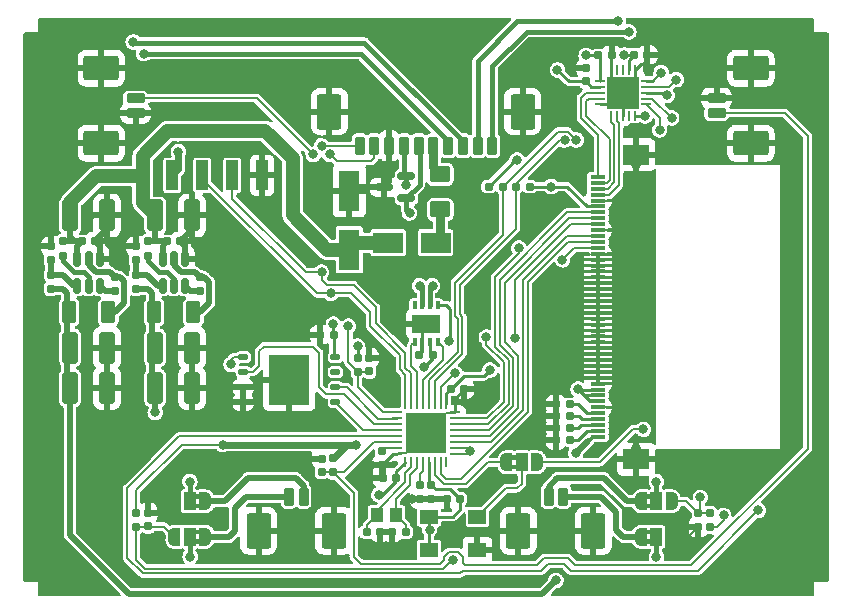
<source format=gtl>
%TF.GenerationSoftware,KiCad,Pcbnew,(6.0.1)*%
%TF.CreationDate,2022-03-14T14:07:41+00:00*%
%TF.ProjectId,UGR-22 Screen,5547522d-3232-4205-9363-7265656e2e6b,rev?*%
%TF.SameCoordinates,Original*%
%TF.FileFunction,Copper,L1,Top*%
%TF.FilePolarity,Positive*%
%FSLAX46Y46*%
G04 Gerber Fmt 4.6, Leading zero omitted, Abs format (unit mm)*
G04 Created by KiCad (PCBNEW (6.0.1)) date 2022-03-14 14:07:41*
%MOMM*%
%LPD*%
G01*
G04 APERTURE LIST*
G04 Aperture macros list*
%AMRoundRect*
0 Rectangle with rounded corners*
0 $1 Rounding radius*
0 $2 $3 $4 $5 $6 $7 $8 $9 X,Y pos of 4 corners*
0 Add a 4 corners polygon primitive as box body*
4,1,4,$2,$3,$4,$5,$6,$7,$8,$9,$2,$3,0*
0 Add four circle primitives for the rounded corners*
1,1,$1+$1,$2,$3*
1,1,$1+$1,$4,$5*
1,1,$1+$1,$6,$7*
1,1,$1+$1,$8,$9*
0 Add four rect primitives between the rounded corners*
20,1,$1+$1,$2,$3,$4,$5,0*
20,1,$1+$1,$4,$5,$6,$7,0*
20,1,$1+$1,$6,$7,$8,$9,0*
20,1,$1+$1,$8,$9,$2,$3,0*%
%AMFreePoly0*
4,1,22,0.550000,-0.750000,0.000000,-0.750000,0.000000,-0.745033,-0.079941,-0.743568,-0.215256,-0.701293,-0.333266,-0.622738,-0.424486,-0.514219,-0.481581,-0.384460,-0.499164,-0.250000,-0.500000,-0.250000,-0.500000,0.250000,-0.499164,0.250000,-0.499963,0.256109,-0.478152,0.396186,-0.417904,0.524511,-0.324060,0.630769,-0.204165,0.706417,-0.067858,0.745374,0.000000,0.744959,0.000000,0.750000,
0.550000,0.750000,0.550000,-0.750000,0.550000,-0.750000,$1*%
%AMFreePoly1*
4,1,20,0.000000,0.744959,0.073905,0.744508,0.209726,0.703889,0.328688,0.626782,0.421226,0.519385,0.479903,0.390333,0.500000,0.250000,0.500000,-0.250000,0.499851,-0.262216,0.476331,-0.402017,0.414519,-0.529596,0.319384,-0.634700,0.198574,-0.708877,0.061801,-0.746166,0.000000,-0.745033,0.000000,-0.750000,-0.550000,-0.750000,-0.550000,0.750000,0.000000,0.750000,0.000000,0.744959,
0.000000,0.744959,$1*%
G04 Aperture macros list end*
%TA.AperFunction,SMDPad,CuDef*%
%ADD10RoundRect,0.160000X-0.160000X0.197500X-0.160000X-0.197500X0.160000X-0.197500X0.160000X0.197500X0*%
%TD*%
%TA.AperFunction,SMDPad,CuDef*%
%ADD11RoundRect,0.155000X-0.212500X-0.155000X0.212500X-0.155000X0.212500X0.155000X-0.212500X0.155000X0*%
%TD*%
%TA.AperFunction,SMDPad,CuDef*%
%ADD12R,1.500000X1.200000*%
%TD*%
%TA.AperFunction,SMDPad,CuDef*%
%ADD13RoundRect,0.155000X0.155000X-0.212500X0.155000X0.212500X-0.155000X0.212500X-0.155000X-0.212500X0*%
%TD*%
%TA.AperFunction,SMDPad,CuDef*%
%ADD14RoundRect,0.160000X0.160000X-0.197500X0.160000X0.197500X-0.160000X0.197500X-0.160000X-0.197500X0*%
%TD*%
%TA.AperFunction,SMDPad,CuDef*%
%ADD15RoundRect,0.155000X-0.155000X0.212500X-0.155000X-0.212500X0.155000X-0.212500X0.155000X0.212500X0*%
%TD*%
%TA.AperFunction,SMDPad,CuDef*%
%ADD16R,1.000000X2.500000*%
%TD*%
%TA.AperFunction,SMDPad,CuDef*%
%ADD17RoundRect,0.160000X0.197500X0.160000X-0.197500X0.160000X-0.197500X-0.160000X0.197500X-0.160000X0*%
%TD*%
%TA.AperFunction,SMDPad,CuDef*%
%ADD18RoundRect,0.062500X0.062500X-0.375000X0.062500X0.375000X-0.062500X0.375000X-0.062500X-0.375000X0*%
%TD*%
%TA.AperFunction,SMDPad,CuDef*%
%ADD19RoundRect,0.062500X0.375000X-0.062500X0.375000X0.062500X-0.375000X0.062500X-0.375000X-0.062500X0*%
%TD*%
%TA.AperFunction,SMDPad,CuDef*%
%ADD20R,3.500000X3.500000*%
%TD*%
%TA.AperFunction,SMDPad,CuDef*%
%ADD21RoundRect,0.155000X0.212500X0.155000X-0.212500X0.155000X-0.212500X-0.155000X0.212500X-0.155000X0*%
%TD*%
%TA.AperFunction,SMDPad,CuDef*%
%ADD22RoundRect,0.250000X0.362500X0.700000X-0.362500X0.700000X-0.362500X-0.700000X0.362500X-0.700000X0*%
%TD*%
%TA.AperFunction,SMDPad,CuDef*%
%ADD23RoundRect,0.150000X-0.150000X0.512500X-0.150000X-0.512500X0.150000X-0.512500X0.150000X0.512500X0*%
%TD*%
%TA.AperFunction,SMDPad,CuDef*%
%ADD24RoundRect,0.250001X-0.624999X0.462499X-0.624999X-0.462499X0.624999X-0.462499X0.624999X0.462499X0*%
%TD*%
%TA.AperFunction,SMDPad,CuDef*%
%ADD25RoundRect,0.250000X-0.412500X-1.100000X0.412500X-1.100000X0.412500X1.100000X-0.412500X1.100000X0*%
%TD*%
%TA.AperFunction,SMDPad,CuDef*%
%ADD26RoundRect,0.150000X0.587500X0.150000X-0.587500X0.150000X-0.587500X-0.150000X0.587500X-0.150000X0*%
%TD*%
%TA.AperFunction,SMDPad,CuDef*%
%ADD27RoundRect,0.160000X-0.197500X-0.160000X0.197500X-0.160000X0.197500X0.160000X-0.197500X0.160000X0*%
%TD*%
%TA.AperFunction,SMDPad,CuDef*%
%ADD28RoundRect,0.200000X-0.200000X-0.600000X0.200000X-0.600000X0.200000X0.600000X-0.200000X0.600000X0*%
%TD*%
%TA.AperFunction,SMDPad,CuDef*%
%ADD29RoundRect,0.250001X-0.799999X-1.249999X0.799999X-1.249999X0.799999X1.249999X-0.799999X1.249999X0*%
%TD*%
%TA.AperFunction,SMDPad,CuDef*%
%ADD30RoundRect,0.200000X0.600000X-0.200000X0.600000X0.200000X-0.600000X0.200000X-0.600000X-0.200000X0*%
%TD*%
%TA.AperFunction,SMDPad,CuDef*%
%ADD31RoundRect,0.250001X1.249999X-0.799999X1.249999X0.799999X-1.249999X0.799999X-1.249999X-0.799999X0*%
%TD*%
%TA.AperFunction,SMDPad,CuDef*%
%ADD32FreePoly0,180.000000*%
%TD*%
%TA.AperFunction,SMDPad,CuDef*%
%ADD33R,1.000000X1.500000*%
%TD*%
%TA.AperFunction,SMDPad,CuDef*%
%ADD34FreePoly1,180.000000*%
%TD*%
%TA.AperFunction,SMDPad,CuDef*%
%ADD35R,1.050000X1.200000*%
%TD*%
%TA.AperFunction,SMDPad,CuDef*%
%ADD36FreePoly0,0.000000*%
%TD*%
%TA.AperFunction,SMDPad,CuDef*%
%ADD37FreePoly1,0.000000*%
%TD*%
%TA.AperFunction,SMDPad,CuDef*%
%ADD38R,1.800000X3.500000*%
%TD*%
%TA.AperFunction,SMDPad,CuDef*%
%ADD39RoundRect,0.125000X-0.262500X-0.125000X0.262500X-0.125000X0.262500X0.125000X-0.262500X0.125000X0*%
%TD*%
%TA.AperFunction,SMDPad,CuDef*%
%ADD40R,3.400000X4.300000*%
%TD*%
%TA.AperFunction,SMDPad,CuDef*%
%ADD41R,2.500000X1.800000*%
%TD*%
%TA.AperFunction,SMDPad,CuDef*%
%ADD42R,1.300000X0.300000*%
%TD*%
%TA.AperFunction,SMDPad,CuDef*%
%ADD43R,2.200000X1.800000*%
%TD*%
%TA.AperFunction,SMDPad,CuDef*%
%ADD44R,0.350000X0.650000*%
%TD*%
%TA.AperFunction,SMDPad,CuDef*%
%ADD45R,2.400000X1.550000*%
%TD*%
%TA.AperFunction,SMDPad,CuDef*%
%ADD46RoundRect,0.062500X0.337500X0.062500X-0.337500X0.062500X-0.337500X-0.062500X0.337500X-0.062500X0*%
%TD*%
%TA.AperFunction,SMDPad,CuDef*%
%ADD47RoundRect,0.062500X0.062500X0.337500X-0.062500X0.337500X-0.062500X-0.337500X0.062500X-0.337500X0*%
%TD*%
%TA.AperFunction,SMDPad,CuDef*%
%ADD48R,2.700000X2.700000*%
%TD*%
%TA.AperFunction,SMDPad,CuDef*%
%ADD49RoundRect,0.200000X0.200000X0.600000X-0.200000X0.600000X-0.200000X-0.600000X0.200000X-0.600000X0*%
%TD*%
%TA.AperFunction,SMDPad,CuDef*%
%ADD50RoundRect,0.250001X0.799999X1.249999X-0.799999X1.249999X-0.799999X-1.249999X0.799999X-1.249999X0*%
%TD*%
%TA.AperFunction,SMDPad,CuDef*%
%ADD51RoundRect,0.200000X-0.600000X0.200000X-0.600000X-0.200000X0.600000X-0.200000X0.600000X0.200000X0*%
%TD*%
%TA.AperFunction,SMDPad,CuDef*%
%ADD52RoundRect,0.250001X-1.249999X0.799999X-1.249999X-0.799999X1.249999X-0.799999X1.249999X0.799999X0*%
%TD*%
%TA.AperFunction,ViaPad*%
%ADD53C,0.800000*%
%TD*%
%TA.AperFunction,Conductor*%
%ADD54C,0.200000*%
%TD*%
%TA.AperFunction,Conductor*%
%ADD55C,0.203200*%
%TD*%
%TA.AperFunction,Conductor*%
%ADD56C,0.254000*%
%TD*%
%TA.AperFunction,Conductor*%
%ADD57C,0.508000*%
%TD*%
%TA.AperFunction,Conductor*%
%ADD58C,0.625000*%
%TD*%
%TA.AperFunction,Conductor*%
%ADD59C,1.200000*%
%TD*%
%TA.AperFunction,Conductor*%
%ADD60C,0.750000*%
%TD*%
%TA.AperFunction,Conductor*%
%ADD61C,0.381000*%
%TD*%
G04 APERTURE END LIST*
%TO.C,JP4*%
G36*
X95200000Y-159300000D02*
G01*
X94700000Y-159300000D01*
X94700000Y-158900000D01*
X95200000Y-158900000D01*
X95200000Y-159300000D01*
G37*
G36*
X95200000Y-158500000D02*
G01*
X94700000Y-158500000D01*
X94700000Y-158100000D01*
X95200000Y-158100000D01*
X95200000Y-158500000D01*
G37*
%TO.C,JP5*%
G36*
X122000000Y-155200000D02*
G01*
X121500000Y-155200000D01*
X121500000Y-154800000D01*
X122000000Y-154800000D01*
X122000000Y-155200000D01*
G37*
G36*
X122000000Y-156000000D02*
G01*
X121500000Y-156000000D01*
X121500000Y-155600000D01*
X122000000Y-155600000D01*
X122000000Y-156000000D01*
G37*
%TO.C,JP3*%
G36*
X95200000Y-162300000D02*
G01*
X94700000Y-162300000D01*
X94700000Y-161900000D01*
X95200000Y-161900000D01*
X95200000Y-162300000D01*
G37*
G36*
X95200000Y-161500000D02*
G01*
X94700000Y-161500000D01*
X94700000Y-161100000D01*
X95200000Y-161100000D01*
X95200000Y-161500000D01*
G37*
%TO.C,JP2*%
G36*
X133400000Y-161500000D02*
G01*
X132900000Y-161500000D01*
X132900000Y-161100000D01*
X133400000Y-161100000D01*
X133400000Y-161500000D01*
G37*
G36*
X133400000Y-162300000D02*
G01*
X132900000Y-162300000D01*
X132900000Y-161900000D01*
X133400000Y-161900000D01*
X133400000Y-162300000D01*
G37*
%TO.C,JP1*%
G36*
X133400000Y-158500000D02*
G01*
X132900000Y-158500000D01*
X132900000Y-158100000D01*
X133400000Y-158100000D01*
X133400000Y-158500000D01*
G37*
G36*
X133400000Y-159300000D02*
G01*
X132900000Y-159300000D01*
X132900000Y-158900000D01*
X133400000Y-158900000D01*
X133400000Y-159300000D01*
G37*
%TD*%
D10*
%TO.P,R5,1*%
%TO.N,12V Protected*%
X90737500Y-136702500D03*
%TO.P,R5,2*%
%TO.N,Net-(R5-Pad2)*%
X90737500Y-137897500D03*
%TD*%
D11*
%TO.P,C6,1*%
%TO.N,GND*%
X105332500Y-144600000D03*
%TO.P,C6,2*%
%TO.N,+3V3*%
X106467500Y-144600000D03*
%TD*%
D12*
%TO.P,X1,1,Vctrl*%
%TO.N,+3V3*%
X114550000Y-162800000D03*
%TO.P,X1,2,GND*%
%TO.N,GND*%
X118650000Y-162800000D03*
%TO.P,X1,3,OUT*%
%TO.N,Net-(X1-Pad3)*%
X118650000Y-160000000D03*
%TO.P,X1,4,V+*%
%TO.N,+3V3*%
X114550000Y-160000000D03*
%TD*%
D13*
%TO.P,C21,1*%
%TO.N,SWITCH_3*%
X105450000Y-156217500D03*
%TO.P,C21,2*%
%TO.N,GND*%
X105450000Y-155082500D03*
%TD*%
D14*
%TO.P,R1,1*%
%TO.N,GND*%
X110550000Y-155595000D03*
%TO.P,R1,2*%
%TO.N,Net-(R1-Pad2)*%
X110550000Y-154400000D03*
%TD*%
D15*
%TO.P,C1,1*%
%TO.N,Net-(C1-Pad1)*%
X113750000Y-157332500D03*
%TO.P,C1,2*%
%TO.N,GND*%
X113750000Y-158467500D03*
%TD*%
D10*
%TO.P,R12,1*%
%TO.N,SWITCH_1*%
X138350000Y-159702500D03*
%TO.P,R12,2*%
%TO.N,+3V3*%
X138350000Y-160897500D03*
%TD*%
D16*
%TO.P,J2,1,Pin_1*%
%TO.N,+3V3*%
X92815000Y-131100000D03*
%TO.P,J2,2,Pin_2*%
%TO.N,SWCLK*%
X95355000Y-131100000D03*
%TO.P,J2,3,Pin_3*%
%TO.N,SWDIO*%
X97895000Y-131100000D03*
%TO.P,J2,4,Pin_4*%
%TO.N,GND*%
X100435000Y-131100000D03*
%TD*%
D17*
%TO.P,R6,1*%
%TO.N,Net-(J3-Pad2)*%
X126497500Y-153500000D03*
%TO.P,R6,2*%
%TO.N,GND*%
X125302500Y-153500000D03*
%TD*%
D18*
%TO.P,U1,1,VDD*%
%TO.N,+3V3*%
X112525000Y-155362500D03*
%TO.P,U1,2,PC14-OSC32_IN*%
%TO.N,Net-(C3-Pad1)*%
X113025000Y-155362500D03*
%TO.P,U1,3,PC15-OSC32_OUT*%
%TO.N,Net-(C2-Pad1)*%
X113525000Y-155362500D03*
%TO.P,U1,4,NRST*%
%TO.N,Net-(C1-Pad1)*%
X114025000Y-155362500D03*
%TO.P,U1,5,VDDA/VREF+*%
%TO.N,+3V3*%
X114525000Y-155362500D03*
%TO.P,U1,6,PA0/CK_IN*%
%TO.N,Net-(U1-Pad6)*%
X115025000Y-155362500D03*
%TO.P,U1,7,PA1*%
%TO.N,LCD_DC*%
X115525000Y-155362500D03*
%TO.P,U1,8,PA2*%
%TO.N,MCU_TX*%
X116025000Y-155362500D03*
D19*
%TO.P,U1,9,PA3*%
%TO.N,FLASH_CS*%
X116712500Y-154675000D03*
%TO.P,U1,10,PA4*%
X116712500Y-154175000D03*
%TO.P,U1,11,PA5*%
%TO.N,LCD_SCL*%
X116712500Y-153675000D03*
%TO.P,U1,12,PA6*%
%TO.N,LCD_MISO*%
X116712500Y-153175000D03*
%TO.P,U1,13,PA7*%
%TO.N,LCD_MOSI*%
X116712500Y-152675000D03*
%TO.P,U1,14,PB0*%
%TO.N,LCD_CS*%
X116712500Y-152175000D03*
%TO.P,U1,15,PB1*%
%TO.N,LCD_RST*%
X116712500Y-151675000D03*
%TO.P,U1,16,VSS*%
%TO.N,GND*%
X116712500Y-151175000D03*
D18*
%TO.P,U1,17,VDD*%
%TO.N,+3V3*%
X116025000Y-150487500D03*
%TO.P,U1,18,PA8*%
%TO.N,SWITCH_2*%
X115525000Y-150487500D03*
%TO.P,U1,19,PA9*%
%TO.N,I2C1_SCL*%
X115025000Y-150487500D03*
%TO.P,U1,20,PA10*%
%TO.N,I2C1_SDA*%
X114525000Y-150487500D03*
%TO.P,U1,21,PA11*%
%TO.N,CAN1_RX*%
X114025000Y-150487500D03*
%TO.P,U1,22,PA12*%
%TO.N,CAN1_TX*%
X113525000Y-150487500D03*
%TO.P,U1,23,PA13*%
%TO.N,SWDIO*%
X113025000Y-150487500D03*
%TO.P,U1,24,PA14*%
%TO.N,SWCLK*%
X112525000Y-150487500D03*
D19*
%TO.P,U1,25,PA15*%
%TO.N,MCU_RX*%
X111837500Y-151175000D03*
%TO.P,U1,26,PB3*%
%TO.N,FLASH_SCK*%
X111837500Y-151675000D03*
%TO.P,U1,27,PB4*%
%TO.N,FLASH_MISO*%
X111837500Y-152175000D03*
%TO.P,U1,28,PB5*%
%TO.N,FLASH_MOSI*%
X111837500Y-152675000D03*
%TO.P,U1,29,PB6*%
%TO.N,SWITCH_1*%
X111837500Y-153175000D03*
%TO.P,U1,30,PB7*%
%TO.N,SWITCH_3*%
X111837500Y-153675000D03*
%TO.P,U1,31,PH3/BOOT0*%
%TO.N,Net-(R1-Pad2)*%
X111837500Y-154175000D03*
%TO.P,U1,32,VSS*%
%TO.N,GND*%
X111837500Y-154675000D03*
D20*
%TO.P,U1,33,PAD*%
X114275000Y-152925000D03*
%TD*%
D21*
%TO.P,C2,1*%
%TO.N,Net-(C2-Pad1)*%
X112592500Y-161300000D03*
%TO.P,C2,2*%
%TO.N,GND*%
X111457500Y-161300000D03*
%TD*%
D14*
%TO.P,R10,1*%
%TO.N,+3V3*%
X89737500Y-140697500D03*
%TO.P,R10,2*%
%TO.N,Net-(R10-Pad2)*%
X89737500Y-139502500D03*
%TD*%
D11*
%TO.P,C3,1*%
%TO.N,Net-(C3-Pad1)*%
X109290000Y-161300000D03*
%TO.P,C3,2*%
%TO.N,GND*%
X110425000Y-161300000D03*
%TD*%
D22*
%TO.P,L2,1,1*%
%TO.N,Net-(C14-Pad1)*%
X94600000Y-142700000D03*
%TO.P,L2,2,2*%
%TO.N,+3V3*%
X91275000Y-142700000D03*
%TD*%
D11*
%TO.P,C8,1*%
%TO.N,GND*%
X113732500Y-146300000D03*
%TO.P,C8,2*%
%TO.N,+5V*%
X114867500Y-146300000D03*
%TD*%
D14*
%TO.P,R8,1*%
%TO.N,+5V*%
X82537500Y-140697500D03*
%TO.P,R8,2*%
%TO.N,Net-(R8-Pad2)*%
X82537500Y-139502500D03*
%TD*%
D23*
%TO.P,U5,1,GND*%
%TO.N,GND*%
X93887500Y-138162500D03*
%TO.P,U5,2,SW*%
%TO.N,Net-(C14-Pad1)*%
X92937500Y-138162500D03*
%TO.P,U5,3,VIN*%
%TO.N,12V Protected*%
X91987500Y-138162500D03*
%TO.P,U5,4,VFB*%
%TO.N,Net-(R10-Pad2)*%
X91987500Y-140437500D03*
%TO.P,U5,5,EN*%
%TO.N,Net-(R5-Pad2)*%
X92937500Y-140437500D03*
%TO.P,U5,6,VBST*%
%TO.N,Net-(C14-Pad2)*%
X93887500Y-140437500D03*
%TD*%
D24*
%TO.P,F1,1*%
%TO.N,Net-(F1-Pad1)*%
X115500000Y-131012500D03*
%TO.P,F1,2*%
%TO.N,Net-(D1-Pad2)*%
X115500000Y-133987500D03*
%TD*%
D25*
%TO.P,C16,1*%
%TO.N,+3V3*%
X91375000Y-145700000D03*
%TO.P,C16,2*%
%TO.N,GND*%
X94500000Y-145700000D03*
%TD*%
D11*
%TO.P,C24,1*%
%TO.N,+3V3*%
X128882500Y-120950000D03*
%TO.P,C24,2*%
%TO.N,GND*%
X130017500Y-120950000D03*
%TD*%
D26*
%TO.P,D3,1,A1*%
%TO.N,CANL*%
X112637500Y-133050000D03*
%TO.P,D3,2,A2*%
%TO.N,CANH*%
X112637500Y-131150000D03*
%TO.P,D3,3,common*%
%TO.N,GND*%
X110762500Y-132100000D03*
%TD*%
D27*
%TO.P,R3,1*%
%TO.N,GND*%
X125302500Y-150500000D03*
%TO.P,R3,2*%
%TO.N,Net-(J3-Pad5)*%
X126497500Y-150500000D03*
%TD*%
D13*
%TO.P,C26,1*%
%TO.N,+3V3*%
X127850000Y-123150000D03*
%TO.P,C26,2*%
%TO.N,GND*%
X127850000Y-122015000D03*
%TD*%
D10*
%TO.P,R4,1*%
%TO.N,12V Protected*%
X83537500Y-136702500D03*
%TO.P,R4,2*%
%TO.N,Net-(R4-Pad2)*%
X83537500Y-137897500D03*
%TD*%
D15*
%TO.P,C13,1*%
%TO.N,Net-(C13-Pad1)*%
X87937500Y-139732500D03*
%TO.P,C13,2*%
%TO.N,Net-(C13-Pad2)*%
X87937500Y-140867500D03*
%TD*%
D28*
%TO.P,J5,1,Pin_1*%
%TO.N,Net-(JP3-Pad1)*%
X102675000Y-158300000D03*
%TO.P,J5,2,Pin_2*%
%TO.N,Net-(JP4-Pad1)*%
X103925000Y-158300000D03*
D29*
%TO.P,J5,MP,MountPin*%
%TO.N,GND*%
X106475000Y-161200000D03*
X100125000Y-161200000D03*
%TD*%
D15*
%TO.P,C14,1*%
%TO.N,Net-(C14-Pad1)*%
X95137500Y-139732500D03*
%TO.P,C14,2*%
%TO.N,Net-(C14-Pad2)*%
X95137500Y-140867500D03*
%TD*%
D25*
%TO.P,C17,1*%
%TO.N,+5V*%
X84175000Y-149100000D03*
%TO.P,C17,2*%
%TO.N,GND*%
X87300000Y-149100000D03*
%TD*%
D22*
%TO.P,L1,1,1*%
%TO.N,Net-(C13-Pad1)*%
X87400000Y-142700000D03*
%TO.P,L1,2,2*%
%TO.N,+5V*%
X84075000Y-142700000D03*
%TD*%
D30*
%TO.P,J6,1,Pin_1*%
%TO.N,SWITCH_3*%
X138900000Y-125825000D03*
%TO.P,J6,2,Pin_2*%
%TO.N,GND*%
X138900000Y-124575000D03*
D31*
%TO.P,J6,MP,MountPin*%
X141800000Y-128375000D03*
X141800000Y-122025000D03*
%TD*%
D11*
%TO.P,C12,1*%
%TO.N,12V Protected*%
X92370000Y-136700000D03*
%TO.P,C12,2*%
%TO.N,GND*%
X93505000Y-136700000D03*
%TD*%
D32*
%TO.P,JP4,1,A*%
%TO.N,Net-(JP4-Pad1)*%
X95600000Y-158700000D03*
D33*
%TO.P,JP4,2,C*%
%TO.N,SW2_2*%
X94300000Y-158700000D03*
D34*
%TO.P,JP4,3,B*%
%TO.N,GND*%
X93000000Y-158700000D03*
%TD*%
D35*
%TO.P,Y1,1,1*%
%TO.N,Net-(C2-Pad1)*%
X111775000Y-159900000D03*
%TO.P,Y1,2,2*%
%TO.N,Net-(C3-Pad1)*%
X110125000Y-159900000D03*
%TD*%
D11*
%TO.P,C11,1*%
%TO.N,12V Protected*%
X85137500Y-136700000D03*
%TO.P,C11,2*%
%TO.N,GND*%
X86272500Y-136700000D03*
%TD*%
D15*
%TO.P,C19,1*%
%TO.N,SWITCH_1*%
X137350000Y-159732500D03*
%TO.P,C19,2*%
%TO.N,GND*%
X137350000Y-160867500D03*
%TD*%
D25*
%TO.P,C18,1*%
%TO.N,+3V3*%
X91375000Y-149100000D03*
%TO.P,C18,2*%
%TO.N,GND*%
X94500000Y-149100000D03*
%TD*%
D36*
%TO.P,JP5,1,A*%
%TO.N,Net-(U1-Pad6)*%
X121100000Y-155400000D03*
D33*
%TO.P,JP5,2,C*%
%TO.N,Net-(X1-Pad3)*%
X122400000Y-155400000D03*
D37*
%TO.P,JP5,3,B*%
%TO.N,TS_IRQ*%
X123700000Y-155400000D03*
%TD*%
D14*
%TO.P,R15,1*%
%TO.N,MCU_RX*%
X108500000Y-147722500D03*
%TO.P,R15,2*%
%TO.N,+3V3*%
X108500000Y-146527500D03*
%TD*%
D32*
%TO.P,JP3,1,A*%
%TO.N,Net-(JP3-Pad1)*%
X95600000Y-161700000D03*
D33*
%TO.P,JP3,2,C*%
%TO.N,SW2_1*%
X94300000Y-161700000D03*
D34*
%TO.P,JP3,3,B*%
%TO.N,SWITCH_2*%
X93000000Y-161700000D03*
%TD*%
D38*
%TO.P,D2,1,K*%
%TO.N,12V Protected*%
X107800000Y-137400000D03*
%TO.P,D2,2,A*%
%TO.N,GND*%
X107800000Y-132400000D03*
%TD*%
D23*
%TO.P,U4,1,GND*%
%TO.N,GND*%
X86687500Y-138162500D03*
%TO.P,U4,2,SW*%
%TO.N,Net-(C13-Pad1)*%
X85737500Y-138162500D03*
%TO.P,U4,3,VIN*%
%TO.N,12V Protected*%
X84787500Y-138162500D03*
%TO.P,U4,4,VFB*%
%TO.N,Net-(R8-Pad2)*%
X84787500Y-140437500D03*
%TO.P,U4,5,EN*%
%TO.N,Net-(R4-Pad2)*%
X85737500Y-140437500D03*
%TO.P,U4,6,VBST*%
%TO.N,Net-(C13-Pad2)*%
X86687500Y-140437500D03*
%TD*%
D39*
%TO.P,U2,1,CS#*%
%TO.N,FLASH_CS*%
X98825000Y-146500000D03*
%TO.P,U2,2,SO/IO1*%
%TO.N,FLASH_MISO*%
X98825000Y-147765000D03*
%TO.P,U2,3,WP#/IO2*%
%TO.N,GND*%
X98825000Y-149035000D03*
%TO.P,U2,4,VSS*%
X98825000Y-150300000D03*
%TO.P,U2,5,SI/IO0*%
%TO.N,FLASH_MOSI*%
X106625000Y-150300000D03*
%TO.P,U2,6,SCK*%
%TO.N,FLASH_SCK*%
X106625000Y-149035000D03*
%TO.P,U2,7,HOLD#/IO3*%
%TO.N,unconnected-(U2-Pad7)*%
X106625000Y-147765000D03*
%TO.P,U2,8,VCC*%
%TO.N,+3V3*%
X106625000Y-146495000D03*
D40*
%TO.P,U2,9,PAD*%
%TO.N,GND*%
X102725000Y-148400000D03*
%TD*%
D13*
%TO.P,C20,1*%
%TO.N,SWITCH_2*%
X90750000Y-160817500D03*
%TO.P,C20,2*%
%TO.N,GND*%
X90750000Y-159682500D03*
%TD*%
D25*
%TO.P,C9,1*%
%TO.N,12V Protected*%
X84175000Y-134500000D03*
%TO.P,C9,2*%
%TO.N,GND*%
X87300000Y-134500000D03*
%TD*%
D13*
%TO.P,C22,1*%
%TO.N,MCU_RX*%
X109500000Y-147692500D03*
%TO.P,C22,2*%
%TO.N,GND*%
X109500000Y-146557500D03*
%TD*%
D21*
%TO.P,C23,1*%
%TO.N,+3V3*%
X117167500Y-158500000D03*
%TO.P,C23,2*%
%TO.N,GND*%
X116032500Y-158500000D03*
%TD*%
D14*
%TO.P,R13,1*%
%TO.N,SWITCH_2*%
X89750000Y-160847500D03*
%TO.P,R13,2*%
%TO.N,+3V3*%
X89750000Y-159652500D03*
%TD*%
D41*
%TO.P,D1,1,K*%
%TO.N,12V Protected*%
X111100000Y-136800000D03*
%TO.P,D1,2,A*%
%TO.N,Net-(D1-Pad2)*%
X115100000Y-136800000D03*
%TD*%
D17*
%TO.P,R17,1*%
%TO.N,+3V3*%
X123075000Y-132050000D03*
%TO.P,R17,2*%
%TO.N,I2C1_SCL*%
X121880000Y-132050000D03*
%TD*%
D42*
%TO.P,J3,1,LED_A*%
%TO.N,+5V*%
X128850000Y-153240000D03*
%TO.P,J3,2,LED_K1*%
%TO.N,Net-(J3-Pad2)*%
X128850000Y-152740000D03*
%TO.P,J3,3,LED_K2*%
%TO.N,Net-(J3-Pad3)*%
X128850000Y-152240000D03*
%TO.P,J3,4,LED_K3*%
%TO.N,Net-(J3-Pad4)*%
X128850000Y-151740000D03*
%TO.P,J3,5,LED_K4*%
%TO.N,Net-(J3-Pad5)*%
X128850000Y-151240000D03*
%TO.P,J3,6,IM0*%
%TO.N,GND*%
X128850000Y-150740000D03*
%TO.P,J3,7,IM1*%
%TO.N,+3V3*%
X128850000Y-150240000D03*
%TO.P,J3,8,IM2*%
X128850000Y-149740000D03*
%TO.P,J3,9,IM3*%
X128850000Y-149240000D03*
%TO.P,J3,10,FMARK*%
%TO.N,GND*%
X128850000Y-148740000D03*
%TO.P,J3,11,VSYNC*%
X128850000Y-148240000D03*
%TO.P,J3,12,HSYNC*%
X128850000Y-147740000D03*
%TO.P,J3,13,DOTCLK*%
X128850000Y-147240000D03*
%TO.P,J3,14,ENABLE*%
X128850000Y-146740000D03*
%TO.P,J3,15,DB17*%
X128850000Y-146240000D03*
%TO.P,J3,16,DB16*%
X128850000Y-145740000D03*
%TO.P,J3,17,DB15*%
X128850000Y-145240000D03*
%TO.P,J3,18,DB14*%
X128850000Y-144740000D03*
%TO.P,J3,19,DB13*%
X128850000Y-144240000D03*
%TO.P,J3,20,DB12*%
X128850000Y-143740000D03*
%TO.P,J3,21,DB11*%
X128850000Y-143240000D03*
%TO.P,J3,22,DB10*%
X128850000Y-142740000D03*
%TO.P,J3,23,DB9*%
X128850000Y-142240000D03*
%TO.P,J3,24,DB8*%
X128850000Y-141740000D03*
%TO.P,J3,25,DB7*%
X128850000Y-141240000D03*
%TO.P,J3,26,DB6*%
X128850000Y-140740000D03*
%TO.P,J3,27,DB5*%
X128850000Y-140240000D03*
%TO.P,J3,28,DB4*%
X128850000Y-139740000D03*
%TO.P,J3,29,DB3*%
X128850000Y-139240000D03*
%TO.P,J3,30,DB2*%
X128850000Y-138740000D03*
%TO.P,J3,31,DB1*%
X128850000Y-138240000D03*
%TO.P,J3,32,DB0*%
X128850000Y-137740000D03*
%TO.P,J3,33,CS*%
%TO.N,LCD_CS*%
X128850000Y-137240000D03*
%TO.P,J3,34,WR*%
%TO.N,LCD_DC*%
X128850000Y-136740000D03*
%TO.P,J3,35,RS/SCL*%
%TO.N,LCD_SCL*%
X128850000Y-136240000D03*
%TO.P,J3,36,RD*%
%TO.N,GND*%
X128850000Y-135740000D03*
%TO.P,J3,37,RESET*%
%TO.N,LCD_RST*%
X128850000Y-135240000D03*
%TO.P,J3,38,SDO*%
%TO.N,LCD_MISO*%
X128850000Y-134740000D03*
%TO.P,J3,39,SDI*%
%TO.N,LCD_MOSI*%
X128850000Y-134240000D03*
%TO.P,J3,40,VCC*%
%TO.N,+3V3*%
X128850000Y-133740000D03*
%TO.P,J3,41,GND*%
%TO.N,GND*%
X128850000Y-133240000D03*
%TO.P,J3,42,NC/TD*%
%TO.N,LCD_YD*%
X128850000Y-132740000D03*
%TO.P,J3,43,NC/XR*%
%TO.N,LCD_XR*%
X128850000Y-132240000D03*
%TO.P,J3,44,NC/YU*%
%TO.N,LCD_YU*%
X128850000Y-131740000D03*
%TO.P,J3,45,NC/XL*%
%TO.N,LCD_XL*%
X128850000Y-131240000D03*
D43*
%TO.P,J3,MP*%
%TO.N,GND*%
X132100000Y-129340000D03*
X132100000Y-155140000D03*
%TD*%
D44*
%TO.P,U3,1,TXD*%
%TO.N,CAN1_TX*%
X113325000Y-145200000D03*
%TO.P,U3,2,VSS*%
%TO.N,GND*%
X113975000Y-145200000D03*
%TO.P,U3,3,VDD*%
%TO.N,+5V*%
X114625000Y-145200000D03*
%TO.P,U3,4,RXD*%
%TO.N,CAN1_RX*%
X115275000Y-145200000D03*
%TO.P,U3,5,Vio*%
%TO.N,+3V3*%
X115275000Y-142100000D03*
%TO.P,U3,6,CANL*%
%TO.N,CANL*%
X114625000Y-142100000D03*
%TO.P,U3,7,CANH*%
%TO.N,CANH*%
X113975000Y-142100000D03*
%TO.P,U3,8,SHDN*%
%TO.N,unconnected-(U3-Pad8)*%
X113325000Y-142100000D03*
D45*
%TO.P,U3,9,PAD*%
%TO.N,GND*%
X114300000Y-143650000D03*
%TD*%
D21*
%TO.P,C4,1*%
%TO.N,+3V3*%
X111785000Y-156700000D03*
%TO.P,C4,2*%
%TO.N,GND*%
X110650000Y-156700000D03*
%TD*%
D27*
%TO.P,R16,1*%
%TO.N,+3V3*%
X119600000Y-132050000D03*
%TO.P,R16,2*%
%TO.N,I2C1_SDA*%
X120795000Y-132050000D03*
%TD*%
D14*
%TO.P,R14,1*%
%TO.N,SWITCH_3*%
X106450000Y-156247500D03*
%TO.P,R14,2*%
%TO.N,+3V3*%
X106450000Y-155052500D03*
%TD*%
D11*
%TO.P,C5,1*%
%TO.N,+3V3*%
X116382500Y-149200000D03*
%TO.P,C5,2*%
%TO.N,GND*%
X117517500Y-149200000D03*
%TD*%
D14*
%TO.P,R9,1*%
%TO.N,Net-(R8-Pad2)*%
X82537500Y-138297500D03*
%TO.P,R9,2*%
%TO.N,GND*%
X82537500Y-137102500D03*
%TD*%
D46*
%TO.P,U6,1,SDA*%
%TO.N,I2C1_SDA*%
X132950000Y-125100000D03*
%TO.P,U6,2,SCL*%
%TO.N,I2C1_SCL*%
X132950000Y-124600000D03*
%TO.P,U6,3,AD1*%
%TO.N,+3V3*%
X132950000Y-124100000D03*
%TO.P,U6,4,~PINTDAV*%
%TO.N,TS_IRQ*%
X132950000Y-123600000D03*
%TO.P,U6,5,~RESET*%
%TO.N,+3V3*%
X132950000Y-123100000D03*
D47*
%TO.P,U6,6,DGND*%
%TO.N,GND*%
X132000000Y-122150000D03*
%TO.P,U6,7,I/OVDD*%
%TO.N,+3V3*%
X131500000Y-122150000D03*
%TO.P,U6,8,NC*%
%TO.N,unconnected-(U6-Pad8)*%
X131000000Y-122150000D03*
%TO.P,U6,9,AUX*%
%TO.N,unconnected-(U6-Pad9)*%
X130500000Y-122150000D03*
%TO.P,U6,10,AGND*%
%TO.N,GND*%
X130000000Y-122150000D03*
D46*
%TO.P,U6,11,VREF*%
%TO.N,+3V3*%
X129050000Y-123100000D03*
%TO.P,U6,12,SNSVDD*%
X129050000Y-123600000D03*
%TO.P,U6,13,X+*%
%TO.N,LCD_XL*%
X129050000Y-124100000D03*
%TO.P,U6,14,Y+*%
%TO.N,LCD_YU*%
X129050000Y-124600000D03*
%TO.P,U6,15,SUBGND*%
%TO.N,GND*%
X129050000Y-125100000D03*
D47*
%TO.P,U6,16,X-*%
%TO.N,LCD_XR*%
X130000000Y-126050000D03*
%TO.P,U6,17,Y-*%
%TO.N,LCD_YD*%
X130500000Y-126050000D03*
%TO.P,U6,18,SNSGND*%
%TO.N,GND*%
X131000000Y-126050000D03*
%TO.P,U6,19,NC*%
%TO.N,unconnected-(U6-Pad19)*%
X131500000Y-126050000D03*
%TO.P,U6,20,AD0*%
%TO.N,+3V3*%
X132000000Y-126050000D03*
D48*
%TO.P,U6,21,PAD*%
%TO.N,GND*%
X131000000Y-124100000D03*
%TD*%
D17*
%TO.P,R7,1*%
%TO.N,Net-(J3-Pad4)*%
X126500000Y-151500000D03*
%TO.P,R7,2*%
%TO.N,GND*%
X125305000Y-151500000D03*
%TD*%
D14*
%TO.P,R11,1*%
%TO.N,Net-(R10-Pad2)*%
X89737500Y-138297500D03*
%TO.P,R11,2*%
%TO.N,GND*%
X89737500Y-137102500D03*
%TD*%
D49*
%TO.P,J1,1,Pin_1*%
%TO.N,SW1_1*%
X119925000Y-128600000D03*
%TO.P,J1,2,Pin_2*%
%TO.N,SW1_2*%
X118675000Y-128600000D03*
%TO.P,J1,3,Pin_3*%
%TO.N,SW2_1*%
X117425000Y-128600000D03*
%TO.P,J1,4,Pin_4*%
%TO.N,SW2_2*%
X116175000Y-128600000D03*
%TO.P,J1,5,Pin_5*%
%TO.N,Net-(F1-Pad1)*%
X114925000Y-128600000D03*
%TO.P,J1,6,Pin_6*%
%TO.N,CANL*%
X113675000Y-128600000D03*
%TO.P,J1,7,Pin_7*%
%TO.N,CANH*%
X112425000Y-128600000D03*
%TO.P,J1,8,Pin_8*%
%TO.N,GND*%
X111175000Y-128600000D03*
%TO.P,J1,9,Pin_9*%
%TO.N,SWCLK*%
X109925000Y-128600000D03*
%TO.P,J1,10,Pin_10*%
%TO.N,SWDIO*%
X108675000Y-128600000D03*
D50*
%TO.P,J1,MP*%
%TO.N,GND*%
X122475000Y-125700000D03*
X106125000Y-125700000D03*
%TD*%
D28*
%TO.P,J4,1,Pin_1*%
%TO.N,Net-(JP1-Pad1)*%
X124675000Y-158300000D03*
%TO.P,J4,2,Pin_2*%
%TO.N,Net-(JP2-Pad1)*%
X125925000Y-158300000D03*
D29*
%TO.P,J4,MP,MountPin*%
%TO.N,GND*%
X128475000Y-161200000D03*
X122125000Y-161200000D03*
%TD*%
D36*
%TO.P,JP2,1,A*%
%TO.N,Net-(JP2-Pad1)*%
X132500000Y-161700000D03*
D33*
%TO.P,JP2,2,C*%
%TO.N,SW1_2*%
X133800000Y-161700000D03*
D37*
%TO.P,JP2,3,B*%
%TO.N,GND*%
X135100000Y-161700000D03*
%TD*%
D27*
%TO.P,R2,1*%
%TO.N,GND*%
X125305000Y-152500000D03*
%TO.P,R2,2*%
%TO.N,Net-(J3-Pad3)*%
X126500000Y-152500000D03*
%TD*%
D51*
%TO.P,J7,1,Pin_1*%
%TO.N,MCU_RX*%
X89700000Y-124575000D03*
%TO.P,J7,2,Pin_2*%
%TO.N,GND*%
X89700000Y-125825000D03*
D52*
%TO.P,J7,MP,MountPin*%
X86800000Y-122025000D03*
X86800000Y-128375000D03*
%TD*%
D25*
%TO.P,C10,1*%
%TO.N,12V Protected*%
X91375000Y-134500000D03*
%TO.P,C10,2*%
%TO.N,GND*%
X94500000Y-134500000D03*
%TD*%
D36*
%TO.P,JP1,1,A*%
%TO.N,Net-(JP1-Pad1)*%
X132500000Y-158700000D03*
D33*
%TO.P,JP1,2,C*%
%TO.N,SW1_1*%
X133800000Y-158700000D03*
D37*
%TO.P,JP1,3,B*%
%TO.N,SWITCH_1*%
X135100000Y-158700000D03*
%TD*%
D15*
%TO.P,C7,1*%
%TO.N,+3V3*%
X114750000Y-157332500D03*
%TO.P,C7,2*%
%TO.N,GND*%
X114750000Y-158467500D03*
%TD*%
D25*
%TO.P,C15,1*%
%TO.N,+5V*%
X84175000Y-145700000D03*
%TO.P,C15,2*%
%TO.N,GND*%
X87300000Y-145700000D03*
%TD*%
D11*
%TO.P,C25,1*%
%TO.N,+3V3*%
X131900000Y-120900000D03*
%TO.P,C25,2*%
%TO.N,GND*%
X133035000Y-120900000D03*
%TD*%
D53*
%TO.N,GND*%
X126500000Y-144800000D03*
X110300000Y-125500000D03*
X147700000Y-129000000D03*
X114300000Y-152900000D03*
X126875000Y-130350000D03*
X103775000Y-143800000D03*
X132100000Y-146200000D03*
X110200000Y-140900000D03*
X97200000Y-145900000D03*
X110075000Y-133475000D03*
X97300000Y-140900000D03*
X106025000Y-158175000D03*
X116800000Y-124900000D03*
X139600000Y-155300000D03*
X118425000Y-135250000D03*
X144700000Y-129000000D03*
X123125000Y-121500000D03*
X107900000Y-142400000D03*
X113075000Y-158475000D03*
X86700000Y-161400000D03*
X110000000Y-139600000D03*
X119200000Y-156700000D03*
X91475000Y-163375000D03*
X110925000Y-148900000D03*
X119300000Y-149700000D03*
X110400000Y-130700000D03*
X109625000Y-155625000D03*
X100400000Y-139500000D03*
X110925000Y-162650000D03*
X125350000Y-125200000D03*
X102700000Y-151800000D03*
X119025000Y-140375000D03*
X100475000Y-133700000D03*
X125800000Y-149300000D03*
X97475000Y-163375000D03*
X118100000Y-165500000D03*
X132100000Y-130200000D03*
X97300000Y-155300000D03*
X97200000Y-150900000D03*
X136600000Y-128800000D03*
X89375000Y-149125000D03*
X89350000Y-145675000D03*
X101200000Y-155325000D03*
X132100000Y-138200000D03*
X114400000Y-118700000D03*
X147700000Y-155300000D03*
X124100000Y-141300000D03*
X136675000Y-162350000D03*
X143400000Y-164000000D03*
X81825000Y-163400000D03*
X89075000Y-134475000D03*
X111700000Y-142900000D03*
X132100000Y-150200000D03*
X124225000Y-134250000D03*
X96250000Y-134475000D03*
X103600000Y-122600000D03*
X132100000Y-142200000D03*
X132100000Y-154200000D03*
X83825000Y-130250000D03*
X132100000Y-134200000D03*
%TO.N,+3V3*%
X127175000Y-149200000D03*
X116271180Y-145100000D03*
X132850000Y-126073900D03*
X93325000Y-129100000D03*
X97100000Y-153900000D03*
X91375000Y-151175000D03*
X122000000Y-129800000D03*
X110300000Y-158150000D03*
X106450000Y-143700000D03*
X119700500Y-147590000D03*
X125425000Y-122175000D03*
X139500000Y-159900000D03*
X134700000Y-124325000D03*
X131100000Y-120900000D03*
X134200000Y-122400000D03*
X127850000Y-120950000D03*
X108375000Y-153900000D03*
X124900000Y-132050000D03*
X108500000Y-145550000D03*
X114600000Y-161100000D03*
%TO.N,+5V*%
X114100000Y-147300000D03*
X125300000Y-165400000D03*
X126975000Y-154625000D03*
%TO.N,MCU_RX*%
X107725000Y-143875000D03*
X104748900Y-129319486D03*
%TO.N,LCD_CS*%
X122150000Y-137250000D03*
X125850000Y-138250000D03*
%TO.N,LCD_RST*%
X119400000Y-144800000D03*
X121800000Y-144850000D03*
%TO.N,FLASH_CS*%
X118025000Y-154425000D03*
X97800000Y-147100000D03*
%TO.N,I2C1_SCL*%
X135100000Y-126250000D03*
X126025000Y-128100000D03*
%TO.N,I2C1_SDA*%
X134075000Y-127250000D03*
X127025000Y-128100000D03*
%TO.N,SWDIO*%
X105450000Y-128600000D03*
X105450000Y-139300000D03*
%TO.N,SWCLK*%
X106151100Y-129325000D03*
X106225000Y-141101100D03*
%TO.N,CANL*%
X114850000Y-140450000D03*
X112900000Y-134300000D03*
%TO.N,CANH*%
X113750000Y-140450000D03*
X112635135Y-131935135D03*
%TO.N,SWITCH_1*%
X142425000Y-159475000D03*
X137525000Y-158375000D03*
%TO.N,SWITCH_2*%
X116734176Y-147840254D03*
X116600000Y-163700000D03*
%TO.N,SW1_1*%
X131475000Y-118950000D03*
X133800000Y-157025000D03*
%TO.N,SW1_2*%
X133800000Y-163375000D03*
X130550000Y-118075000D03*
%TO.N,SW2_1*%
X89500000Y-119800000D03*
X94325000Y-163375000D03*
%TO.N,SW2_2*%
X94300000Y-157025000D03*
X90400000Y-120800000D03*
%TO.N,TS_IRQ*%
X135500000Y-123000000D03*
X132700000Y-152600000D03*
%TD*%
D54*
%TO.N,Net-(C1-Pad1)*%
X114025000Y-155362500D02*
X114025000Y-156125000D01*
X113750000Y-156400000D02*
X113750000Y-157332500D01*
X114025000Y-156125000D02*
X113750000Y-156400000D01*
D55*
%TO.N,GND*%
X130365000Y-133240000D02*
X130525000Y-133400000D01*
X111888620Y-154623880D02*
X112576120Y-154623880D01*
D56*
X128850000Y-137740000D02*
X130215000Y-137740000D01*
D57*
X87300000Y-134500000D02*
X87300000Y-135672500D01*
D55*
X93000000Y-158700000D02*
X92017500Y-159682500D01*
X128850000Y-148740000D02*
X130215000Y-148740000D01*
D56*
X130225000Y-148750000D02*
X130650000Y-148750000D01*
D57*
X94500000Y-134500000D02*
X94500000Y-135705000D01*
X110762500Y-132100000D02*
X108100000Y-132100000D01*
D56*
X132475000Y-121675000D02*
X132675000Y-121675000D01*
X130000000Y-120967500D02*
X130017500Y-120950000D01*
D55*
X128850000Y-135740000D02*
X130190000Y-135740000D01*
D56*
X130000000Y-122150000D02*
X130000000Y-123100000D01*
D55*
X111837500Y-154675000D02*
X111888620Y-154623880D01*
D56*
X132000000Y-122150000D02*
X132000000Y-123100000D01*
X130215000Y-137740000D02*
X131640000Y-137740000D01*
D57*
X86687500Y-138162500D02*
X86687500Y-137115000D01*
X93887500Y-137082500D02*
X93505000Y-136700000D01*
D56*
X133035000Y-121315000D02*
X133035000Y-120900000D01*
X110650000Y-156700000D02*
X110650000Y-155695000D01*
D57*
X111175000Y-131687500D02*
X110762500Y-132100000D01*
D55*
X130190000Y-135740000D02*
X130200000Y-135750000D01*
X135100000Y-161700000D02*
X136517500Y-161700000D01*
D56*
X111470000Y-154675000D02*
X110550000Y-155595000D01*
D55*
X115973880Y-151226120D02*
X114300000Y-152900000D01*
D56*
X113782500Y-158500000D02*
X113750000Y-158467500D01*
X130000000Y-122150000D02*
X130000000Y-120967500D01*
X113975000Y-146057500D02*
X113732500Y-146300000D01*
D57*
X87300000Y-135672500D02*
X86272500Y-136700000D01*
D56*
X116712500Y-150005000D02*
X117517500Y-149200000D01*
X132675000Y-121675000D02*
X133035000Y-121315000D01*
D55*
X128850000Y-150740000D02*
X128860000Y-150750000D01*
X128860000Y-150750000D02*
X130150000Y-150750000D01*
X130150000Y-150750000D02*
X130200000Y-150700000D01*
D56*
X113975000Y-145200000D02*
X113975000Y-146057500D01*
X116712500Y-151175000D02*
X116712500Y-150005000D01*
D55*
X116661380Y-151226120D02*
X115973880Y-151226120D01*
X92017500Y-159682500D02*
X90750000Y-159682500D01*
D57*
X86687500Y-137115000D02*
X86272500Y-136700000D01*
X108100000Y-132100000D02*
X107800000Y-132400000D01*
D56*
X113975000Y-145200000D02*
X113975000Y-143975000D01*
X130000000Y-125100000D02*
X131000000Y-124100000D01*
X132000000Y-122150000D02*
X132475000Y-121675000D01*
D57*
X93887500Y-138162500D02*
X93887500Y-137082500D01*
D56*
X130650000Y-148750000D02*
X132100000Y-150200000D01*
X131640000Y-137740000D02*
X132100000Y-138200000D01*
X110650000Y-155695000D02*
X110550000Y-155595000D01*
D54*
X110425000Y-161300000D02*
X111457500Y-161300000D01*
D55*
X136517500Y-161700000D02*
X137350000Y-160867500D01*
D56*
X111837500Y-154675000D02*
X111470000Y-154675000D01*
X113975000Y-143975000D02*
X114300000Y-143650000D01*
X116032500Y-158500000D02*
X113782500Y-158500000D01*
D55*
X116712500Y-151175000D02*
X116661380Y-151226120D01*
X112576120Y-154623880D02*
X114275000Y-152925000D01*
X114300000Y-152900000D02*
X114275000Y-152925000D01*
D56*
X130000000Y-123100000D02*
X131000000Y-124100000D01*
D57*
X94500000Y-135705000D02*
X93505000Y-136700000D01*
D56*
X131000000Y-126050000D02*
X131000000Y-124100000D01*
D55*
X128850000Y-133240000D02*
X130365000Y-133240000D01*
X130215000Y-148740000D02*
X130225000Y-148750000D01*
D56*
X129050000Y-125100000D02*
X130000000Y-125100000D01*
X132000000Y-123100000D02*
X131000000Y-124100000D01*
D57*
X111175000Y-128600000D02*
X111175000Y-131687500D01*
D54*
%TO.N,Net-(C2-Pad1)*%
X112950000Y-156465006D02*
X112950000Y-157300000D01*
X113525000Y-155362500D02*
X113525000Y-155890006D01*
X113525000Y-155890006D02*
X112950000Y-156465006D01*
X112950000Y-157300000D02*
X111775000Y-158475000D01*
X111775000Y-158475000D02*
X111775000Y-159900000D01*
X112592500Y-160717500D02*
X111775000Y-159900000D01*
X112592500Y-161300000D02*
X112592500Y-160717500D01*
%TO.N,Net-(C3-Pad1)*%
X112550000Y-156300000D02*
X112550000Y-157100000D01*
X109290000Y-160735000D02*
X110125000Y-159900000D01*
X113025000Y-155825000D02*
X112550000Y-156300000D01*
X110125000Y-159525000D02*
X110125000Y-159900000D01*
X113025000Y-155362500D02*
X113025000Y-155825000D01*
X112550000Y-157100000D02*
X110125000Y-159525000D01*
X109290000Y-161300000D02*
X109290000Y-160735000D01*
D56*
%TO.N,+3V3*%
X114525000Y-155362500D02*
X114525000Y-157107500D01*
D55*
X138927500Y-160897500D02*
X138350000Y-160897500D01*
D56*
X127896978Y-133740000D02*
X126206978Y-132050000D01*
X116025000Y-149557500D02*
X116382500Y-149200000D01*
X116300000Y-144600000D02*
X116300000Y-145071180D01*
X116300000Y-145071180D02*
X116271180Y-145100000D01*
X111785000Y-156700000D02*
X111785000Y-156965000D01*
X131500000Y-122150000D02*
X131500000Y-121300000D01*
X116401873Y-149200000D02*
X117509388Y-148092485D01*
D55*
X93600000Y-153900000D02*
X89750000Y-157750000D01*
X89750000Y-157750000D02*
X89750000Y-159652500D01*
D58*
X107602500Y-153900000D02*
X106450000Y-155052500D01*
D56*
X126400000Y-123150000D02*
X125425000Y-122175000D01*
D57*
X91137500Y-141100000D02*
X91137500Y-148862500D01*
D56*
X114525000Y-157107500D02*
X114750000Y-157332500D01*
D57*
X91375000Y-149100000D02*
X91375000Y-151175000D01*
D56*
X116300000Y-142400000D02*
X116300000Y-144600000D01*
X106467500Y-146337500D02*
X106625000Y-146495000D01*
X115275000Y-142100000D02*
X116000000Y-142100000D01*
X127850000Y-123150000D02*
X126400000Y-123150000D01*
X106467500Y-144600000D02*
X106467500Y-146337500D01*
X131500000Y-121300000D02*
X131900000Y-120900000D01*
X127215000Y-149240000D02*
X127175000Y-149200000D01*
X117167500Y-158500000D02*
X116367500Y-157700000D01*
D58*
X93325000Y-129100000D02*
X93325000Y-130590000D01*
D56*
X128300000Y-123600000D02*
X127850000Y-123150000D01*
X128850000Y-149240000D02*
X127215000Y-149240000D01*
X111785000Y-156965000D02*
X110600000Y-158150000D01*
X117175000Y-159375000D02*
X117175000Y-158507500D01*
X132000000Y-126050000D02*
X132826100Y-126050000D01*
D58*
X93325000Y-130590000D02*
X92815000Y-131100000D01*
D56*
X116382500Y-149200000D02*
X116401873Y-149200000D01*
X116125000Y-142225000D02*
X116300000Y-142400000D01*
D55*
X139500000Y-160325000D02*
X138927500Y-160897500D01*
D56*
X134475000Y-124100000D02*
X134700000Y-124325000D01*
X116000000Y-142100000D02*
X116125000Y-142225000D01*
X110600000Y-158150000D02*
X110300000Y-158150000D01*
X112525000Y-155362500D02*
X112525000Y-155425000D01*
X124900000Y-132050000D02*
X123075000Y-132050000D01*
D57*
X91137500Y-148862500D02*
X91375000Y-149100000D01*
D55*
X133500000Y-123100000D02*
X134200000Y-122400000D01*
D58*
X108375000Y-153900000D02*
X107602500Y-153900000D01*
D56*
X111785000Y-156165000D02*
X111785000Y-156700000D01*
X106450000Y-143700000D02*
X106450000Y-144582500D01*
X108500000Y-146527500D02*
X108500000Y-145550000D01*
X114550000Y-160000000D02*
X116550000Y-160000000D01*
D57*
X89737500Y-140697500D02*
X90735000Y-140697500D01*
D56*
X121850000Y-129800000D02*
X122000000Y-129800000D01*
X132950000Y-123100000D02*
X133475000Y-123100000D01*
D58*
X107602500Y-153900000D02*
X97100000Y-153900000D01*
D56*
X112525000Y-155425000D02*
X111785000Y-156165000D01*
X128882500Y-120950000D02*
X127850000Y-120950000D01*
X129050000Y-123100000D02*
X129050000Y-121117500D01*
D55*
X97100000Y-153900000D02*
X93600000Y-153900000D01*
D56*
X114550000Y-162800000D02*
X114550000Y-160000000D01*
X128850000Y-150240000D02*
X128215000Y-150240000D01*
X115117500Y-157700000D02*
X114750000Y-157332500D01*
X119600000Y-132050000D02*
X121850000Y-129800000D01*
X132826100Y-126050000D02*
X132850000Y-126073900D01*
X129050000Y-121117500D02*
X128882500Y-120950000D01*
X116550000Y-160000000D02*
X117175000Y-159375000D01*
X126206978Y-132050000D02*
X124900000Y-132050000D01*
X128850000Y-133740000D02*
X127896978Y-133740000D01*
X116025000Y-150487500D02*
X116025000Y-149557500D01*
X117175000Y-158507500D02*
X117167500Y-158500000D01*
X106450000Y-144582500D02*
X106467500Y-144600000D01*
D55*
X139500000Y-159900000D02*
X139500000Y-160325000D01*
D57*
X90735000Y-140697500D02*
X91137500Y-141100000D01*
D56*
X119198015Y-148092485D02*
X119700500Y-147590000D01*
X127715000Y-149740000D02*
X127175000Y-149200000D01*
X116367500Y-157700000D02*
X115117500Y-157700000D01*
D55*
X133475000Y-123100000D02*
X133500000Y-123100000D01*
D56*
X128215000Y-150240000D02*
X127175000Y-149200000D01*
X131900000Y-120900000D02*
X131100000Y-120900000D01*
X128850000Y-149740000D02*
X127715000Y-149740000D01*
X117509388Y-148092485D02*
X119198015Y-148092485D01*
X129050000Y-123600000D02*
X128300000Y-123600000D01*
X132950000Y-124100000D02*
X134475000Y-124100000D01*
%TO.N,+5V*%
X128360000Y-153240000D02*
X128000000Y-153600000D01*
D57*
X89150000Y-166550000D02*
X84125000Y-161525000D01*
X124150000Y-166550000D02*
X89150000Y-166550000D01*
X83535000Y-140697500D02*
X83937500Y-141100000D01*
X128000000Y-153600000D02*
X126975000Y-154625000D01*
X83937500Y-141100000D02*
X83937500Y-148862500D01*
D56*
X114625000Y-145200000D02*
X114625000Y-146057500D01*
D57*
X84125000Y-161525000D02*
X84125000Y-149150000D01*
X83937500Y-148862500D02*
X84175000Y-149100000D01*
X84125000Y-149150000D02*
X84175000Y-149100000D01*
X125300000Y-165400000D02*
X124150000Y-166550000D01*
D56*
X114625000Y-146057500D02*
X114867500Y-146300000D01*
X114867500Y-146300000D02*
X114867500Y-146532500D01*
D57*
X82537500Y-140697500D02*
X83535000Y-140697500D01*
D56*
X114867500Y-146532500D02*
X114100000Y-147300000D01*
X128850000Y-153240000D02*
X128360000Y-153240000D01*
D57*
%TO.N,12V Protected*%
X91375000Y-134500000D02*
X91375000Y-136467500D01*
X84175000Y-134500000D02*
X84175000Y-136337500D01*
X84787500Y-138162500D02*
X84787500Y-137050000D01*
D59*
X92400000Y-127350000D02*
X90300000Y-129450000D01*
D57*
X84787500Y-137050000D02*
X85137500Y-136700000D01*
X83540000Y-136700000D02*
X83537500Y-136702500D01*
D59*
X84175000Y-134500000D02*
X84175000Y-133375000D01*
X107800000Y-137400000D02*
X105900000Y-137400000D01*
D57*
X84175000Y-136337500D02*
X84537500Y-136700000D01*
X84537500Y-136700000D02*
X83540000Y-136700000D01*
X91140000Y-136702500D02*
X92367500Y-136702500D01*
X92367500Y-136702500D02*
X92370000Y-136700000D01*
D59*
X105900000Y-137400000D02*
X103000000Y-134500000D01*
X100700000Y-127350000D02*
X92400000Y-127350000D01*
X84175000Y-133375000D02*
X86375000Y-131175000D01*
X111100000Y-136800000D02*
X108400000Y-136800000D01*
X90300000Y-129450000D02*
X90300000Y-131175000D01*
D57*
X90737500Y-136702500D02*
X91140000Y-136702500D01*
D59*
X90300000Y-131175000D02*
X90300000Y-133425000D01*
D57*
X85137500Y-136700000D02*
X84537500Y-136700000D01*
X91987500Y-138162500D02*
X91987500Y-137082500D01*
D59*
X103000000Y-134500000D02*
X103000000Y-129650000D01*
X103000000Y-129650000D02*
X100700000Y-127350000D01*
X90300000Y-133425000D02*
X91375000Y-134500000D01*
X108400000Y-136800000D02*
X107800000Y-137400000D01*
X86375000Y-131175000D02*
X90300000Y-131175000D01*
D57*
X91987500Y-137082500D02*
X92370000Y-136700000D01*
X91375000Y-136467500D02*
X91140000Y-136702500D01*
%TO.N,Net-(C13-Pad1)*%
X88370000Y-139732500D02*
X87937500Y-139732500D01*
X88701020Y-140063520D02*
X88370000Y-139732500D01*
X85737500Y-138728506D02*
X86330474Y-139321480D01*
X86330474Y-139321480D02*
X87526480Y-139321480D01*
X87937500Y-142700000D02*
X88701020Y-141936480D01*
X87526480Y-139321480D02*
X87937500Y-139732500D01*
X85737500Y-138162500D02*
X85737500Y-138728506D01*
X87400000Y-142700000D02*
X87937500Y-142700000D01*
X88701020Y-141936480D02*
X88701020Y-140063520D01*
%TO.N,Net-(C13-Pad2)*%
X87117500Y-140867500D02*
X86687500Y-140437500D01*
X87937500Y-140867500D02*
X87117500Y-140867500D01*
%TO.N,Net-(C14-Pad1)*%
X93530474Y-139321480D02*
X94726480Y-139321480D01*
X95137500Y-142700000D02*
X95901020Y-141936480D01*
X92937500Y-138728506D02*
X93530474Y-139321480D01*
X95901020Y-140133232D02*
X95500288Y-139732500D01*
X95901020Y-141936480D02*
X95901020Y-140133232D01*
X95500288Y-139732500D02*
X95137500Y-139732500D01*
X94600000Y-142700000D02*
X95137500Y-142700000D01*
X94726480Y-139321480D02*
X95137500Y-139732500D01*
X92937500Y-138162500D02*
X92937500Y-138728506D01*
%TO.N,Net-(C14-Pad2)*%
X94317500Y-140867500D02*
X95137500Y-140867500D01*
X93887500Y-140437500D02*
X94317500Y-140867500D01*
D60*
%TO.N,Net-(D1-Pad2)*%
X115500000Y-133987500D02*
X115500000Y-136400000D01*
X115500000Y-136400000D02*
X115100000Y-136800000D01*
%TO.N,Net-(F1-Pad1)*%
X114925000Y-128600000D02*
X114925000Y-130437500D01*
X114925000Y-130437500D02*
X115500000Y-131012500D01*
D55*
%TO.N,MCU_RX*%
X110675000Y-151175000D02*
X108500000Y-149000000D01*
X108500000Y-147722500D02*
X109470000Y-147722500D01*
X109470000Y-147722500D02*
X109500000Y-147692500D01*
X104694486Y-129319486D02*
X99950000Y-124575000D01*
X99950000Y-124575000D02*
X89700000Y-124575000D01*
X111837500Y-151175000D02*
X110675000Y-151175000D01*
X107725000Y-146947500D02*
X108500000Y-147722500D01*
X108500000Y-149000000D02*
X108500000Y-147722500D01*
X107725000Y-143875000D02*
X107725000Y-146947500D01*
X104748900Y-129319486D02*
X104694486Y-129319486D01*
D56*
%TO.N,Net-(J3-Pad3)*%
X127435000Y-152240000D02*
X127175000Y-152500000D01*
X127175000Y-152500000D02*
X126500000Y-152500000D01*
X128850000Y-152240000D02*
X127435000Y-152240000D01*
%TO.N,Net-(J3-Pad2)*%
X127150000Y-153486978D02*
X127150000Y-153500000D01*
X127896978Y-152740000D02*
X127150000Y-153486978D01*
X128850000Y-152740000D02*
X127896978Y-152740000D01*
X127150000Y-153500000D02*
X126497500Y-153500000D01*
%TO.N,Net-(J3-Pad5)*%
X128850000Y-151240000D02*
X127915000Y-151240000D01*
X127175000Y-150500000D02*
X126497500Y-150500000D01*
X127915000Y-151240000D02*
X127175000Y-150500000D01*
D54*
%TO.N,LCD_CS*%
X127690000Y-137240000D02*
X128850000Y-137240000D01*
D55*
X120147280Y-139702720D02*
X122150000Y-137700000D01*
X126860000Y-137240000D02*
X127690000Y-137240000D01*
X116712500Y-152175000D02*
X119566404Y-152175000D01*
X119566404Y-152175000D02*
X121284794Y-150456610D01*
X120147280Y-145616812D02*
X120147280Y-139702720D01*
X125850000Y-138250000D02*
X126860000Y-137240000D01*
X122150000Y-137700000D02*
X122150000Y-137250000D01*
X121284794Y-150456610D02*
X121284794Y-146754326D01*
X121284794Y-146754326D02*
X120147280Y-145616812D01*
%TO.N,LCD_SCL*%
X122500000Y-145300000D02*
X122500000Y-150950000D01*
D54*
X122499511Y-139950489D02*
X126210000Y-136240000D01*
X122500000Y-144650000D02*
X122499511Y-144649511D01*
X122500000Y-145300000D02*
X122500000Y-144650000D01*
X126210000Y-136240000D02*
X128850000Y-136240000D01*
D55*
X122500000Y-150950000D02*
X119775000Y-153675000D01*
D54*
X122499511Y-144649511D02*
X122499511Y-139950489D01*
D55*
X119775000Y-153675000D02*
X116712500Y-153675000D01*
D54*
%TO.N,LCD_RST*%
X127690000Y-135240000D02*
X128850000Y-135240000D01*
D55*
X120882074Y-146921138D02*
X120882074Y-150289798D01*
X120882074Y-150289798D02*
X119496872Y-151675000D01*
X119496872Y-151675000D02*
X116712500Y-151675000D01*
X121800000Y-140000000D02*
X121800000Y-144850000D01*
X125950000Y-135850000D02*
X121800000Y-140000000D01*
X119400000Y-145439064D02*
X120882074Y-146921138D01*
X126550000Y-135250000D02*
X125950000Y-135850000D01*
X127690000Y-135240000D02*
X126560000Y-135240000D01*
X126560000Y-135240000D02*
X126550000Y-135250000D01*
X119400000Y-144800000D02*
X119400000Y-145439064D01*
%TO.N,LCD_MISO*%
X120952720Y-140197280D02*
X126410000Y-134740000D01*
X126410000Y-134740000D02*
X127690000Y-134740000D01*
X116712500Y-153175000D02*
X119705468Y-153175000D01*
X122090234Y-150790234D02*
X122090234Y-146390234D01*
X119705468Y-153175000D02*
X122090234Y-150790234D01*
D54*
X128850000Y-134740000D02*
X127690000Y-134740000D01*
D55*
X120952720Y-145252720D02*
X120952720Y-140197280D01*
X122090234Y-146390234D02*
X120952720Y-145252720D01*
%TO.N,LCD_MOSI*%
X127690000Y-134240000D02*
X126260000Y-134240000D01*
X116712500Y-152675000D02*
X119635936Y-152675000D01*
D54*
X127690000Y-134240000D02*
X128850000Y-134240000D01*
D55*
X120550000Y-139950000D02*
X120550000Y-145450000D01*
X119635936Y-152675000D02*
X121687514Y-150623422D01*
X121687514Y-150623422D02*
X121687514Y-146587514D01*
X126260000Y-134240000D02*
X120550000Y-139950000D01*
X121687514Y-146587514D02*
X120550000Y-145450000D01*
D56*
%TO.N,Net-(J3-Pad4)*%
X127225000Y-151500000D02*
X126500000Y-151500000D01*
X127465000Y-151740000D02*
X127225000Y-151500000D01*
X128850000Y-151740000D02*
X127465000Y-151740000D01*
D54*
%TO.N,LCD_YD*%
X130649039Y-131900961D02*
X129810000Y-132740000D01*
X130500000Y-126050000D02*
X130500000Y-126537972D01*
X130649039Y-126687011D02*
X130649039Y-131900961D01*
X130500000Y-126537972D02*
X130649039Y-126687011D01*
X129810000Y-132740000D02*
X128850000Y-132740000D01*
%TO.N,LCD_XR*%
X128850000Y-132240000D02*
X128860000Y-132250000D01*
X130000000Y-126602978D02*
X130000000Y-126050000D01*
X130249519Y-131665487D02*
X130249519Y-126852497D01*
X129665006Y-132250000D02*
X130249519Y-131665487D01*
X130249519Y-126852497D02*
X130000000Y-126602978D01*
X128860000Y-132250000D02*
X129665006Y-132250000D01*
%TO.N,LCD_YU*%
X127850000Y-126050000D02*
X127850000Y-124850000D01*
X127850000Y-124850000D02*
X128100000Y-124600000D01*
X128100000Y-124600000D02*
X129050000Y-124600000D01*
X129610000Y-131740000D02*
X129850000Y-131500000D01*
X129850000Y-128050000D02*
X127850000Y-126050000D01*
X129850000Y-131500000D02*
X129850000Y-128050000D01*
X128850000Y-131740000D02*
X129610000Y-131740000D01*
%TO.N,Net-(R1-Pad2)*%
X110775000Y-154175000D02*
X110550000Y-154400000D01*
X111837500Y-154175000D02*
X110775000Y-154175000D01*
D61*
%TO.N,Net-(R4-Pad2)*%
X84498797Y-139300000D02*
X83537500Y-138338703D01*
X83537500Y-138338703D02*
X83537500Y-137897500D01*
X85337500Y-139300000D02*
X84498797Y-139300000D01*
X85737500Y-140437500D02*
X85737500Y-139700000D01*
X85737500Y-139700000D02*
X85337500Y-139300000D01*
%TO.N,Net-(R5-Pad2)*%
X90737500Y-137897500D02*
X90737500Y-138338703D01*
X91698797Y-139300000D02*
X92337500Y-139300000D01*
X92337500Y-139300000D02*
X92937500Y-139900000D01*
X90737500Y-138338703D02*
X91698797Y-139300000D01*
X92937500Y-139900000D02*
X92937500Y-140437500D01*
D57*
%TO.N,Net-(R8-Pad2)*%
X83537500Y-139500000D02*
X82540000Y-139500000D01*
X84475000Y-140437500D02*
X83537500Y-139500000D01*
X82540000Y-139500000D02*
X82537500Y-139502500D01*
X82537500Y-138297500D02*
X82537500Y-139502500D01*
X84787500Y-140437500D02*
X84475000Y-140437500D01*
%TO.N,Net-(R10-Pad2)*%
X90690146Y-139502500D02*
X91625146Y-140437500D01*
X91625146Y-140437500D02*
X91987500Y-140437500D01*
X89737500Y-138297500D02*
X89737500Y-139502500D01*
X89737500Y-139502500D02*
X90690146Y-139502500D01*
D55*
%TO.N,FLASH_CS*%
X97800000Y-146700000D02*
X98000000Y-146500000D01*
D54*
X117775000Y-154675000D02*
X118025000Y-154425000D01*
X116712500Y-154175000D02*
X117775000Y-154175000D01*
X116712500Y-154675000D02*
X117775000Y-154675000D01*
D55*
X97800000Y-147100000D02*
X97800000Y-146700000D01*
X98000000Y-146500000D02*
X98825000Y-146500000D01*
D54*
X117775000Y-154175000D02*
X118025000Y-154425000D01*
D55*
%TO.N,LCD_DC*%
X122900631Y-144400000D02*
X122902720Y-144402089D01*
X115525000Y-156375000D02*
X115525000Y-155362500D01*
X117219532Y-156800000D02*
X115950000Y-156800000D01*
X122902720Y-144402089D02*
X122902720Y-151116812D01*
D54*
X127690000Y-136740000D02*
X128850000Y-136740000D01*
D55*
X122900631Y-140116639D02*
X122900631Y-144400000D01*
X115950000Y-156800000D02*
X115525000Y-156375000D01*
X127690000Y-136740000D02*
X126277270Y-136740000D01*
X122902720Y-151116812D02*
X117219532Y-156800000D01*
X126277270Y-136740000D02*
X122900631Y-140116639D01*
%TO.N,I2C1_SCL*%
X117148889Y-142840411D02*
X117375000Y-143066522D01*
X125625000Y-128100000D02*
X121800000Y-131925000D01*
X132950000Y-124600000D02*
X133450000Y-124600000D01*
X115025000Y-148536802D02*
X115025000Y-150487500D01*
X117375000Y-143066522D02*
X117375000Y-146186802D01*
X117375000Y-146186802D02*
X115025000Y-148536802D01*
X133450000Y-124600000D02*
X135100000Y-126250000D01*
X121880000Y-132050000D02*
X121880000Y-135614532D01*
X121800000Y-131925000D02*
X121800000Y-132052500D01*
X121880000Y-135614532D02*
X117148889Y-140345643D01*
X117148889Y-140345643D02*
X117148889Y-142840411D01*
X126025000Y-128100000D02*
X125625000Y-128100000D01*
%TO.N,I2C1_SDA*%
X120795000Y-136130000D02*
X120795000Y-132050000D01*
X132950000Y-125100000D02*
X134075000Y-126225000D01*
X116972280Y-146019990D02*
X116972280Y-143233334D01*
X126323889Y-127398889D02*
X125453611Y-127398889D01*
X127025000Y-128100000D02*
X126323889Y-127398889D01*
X114525000Y-150487500D02*
X114525000Y-148467270D01*
X125453611Y-127398889D02*
X120800000Y-132052500D01*
X116746169Y-140178831D02*
X120795000Y-136130000D01*
X134075000Y-126225000D02*
X134075000Y-127250000D01*
X114525000Y-148467270D02*
X116972280Y-146019990D01*
X116972280Y-143233334D02*
X116746169Y-143007223D01*
X116746169Y-143007223D02*
X116746169Y-140178831D01*
D54*
%TO.N,CAN1_RX*%
X115700000Y-145625000D02*
X115275000Y-145200000D01*
X115700000Y-146725000D02*
X115700000Y-145625000D01*
X114025000Y-150487500D02*
X114025000Y-148400000D01*
X114025000Y-148400000D02*
X115700000Y-146725000D01*
%TO.N,CAN1_TX*%
X113525000Y-150487500D02*
X113525000Y-147714259D01*
X113065480Y-145459520D02*
X113325000Y-145200000D01*
X113525000Y-147714259D02*
X113065480Y-147254739D01*
X113065480Y-147254739D02*
X113065480Y-145459520D01*
D55*
%TO.N,SWDIO*%
X110025000Y-142225000D02*
X108200000Y-140400000D01*
X105450000Y-128600000D02*
X108675000Y-128600000D01*
D54*
X97895000Y-131100000D02*
X97895000Y-133070000D01*
D55*
X113025000Y-150487500D02*
X113025000Y-147875000D01*
X110025000Y-143625000D02*
X110025000Y-142225000D01*
X105925000Y-140400000D02*
X105450000Y-139925000D01*
X112525000Y-146125000D02*
X110025000Y-143625000D01*
D54*
X97895000Y-133070000D02*
X104125000Y-139300000D01*
D55*
X105450000Y-139925000D02*
X105450000Y-139300000D01*
X112525000Y-147375000D02*
X112525000Y-146125000D01*
X113025000Y-147875000D02*
X112525000Y-147375000D01*
X108200000Y-140400000D02*
X105925000Y-140400000D01*
D54*
X104125000Y-139300000D02*
X105450000Y-139300000D01*
D55*
%TO.N,SWCLK*%
X107950000Y-141075000D02*
X106251100Y-141075000D01*
D54*
X95355000Y-131380000D02*
X105076100Y-141101100D01*
D55*
X106251100Y-141075000D02*
X106225000Y-141101100D01*
X109550000Y-142675000D02*
X107950000Y-141075000D01*
X109650000Y-129900000D02*
X109925000Y-129625000D01*
X109550000Y-143825000D02*
X109550000Y-142675000D01*
D54*
X95355000Y-131100000D02*
X95355000Y-131380000D01*
D55*
X112075000Y-147525000D02*
X112075000Y-146350000D01*
D54*
X105076100Y-141101100D02*
X106225000Y-141101100D01*
D55*
X106151100Y-129325000D02*
X106726100Y-129900000D01*
X106726100Y-129900000D02*
X109650000Y-129900000D01*
X112075000Y-146350000D02*
X109550000Y-143825000D01*
X109925000Y-129625000D02*
X109925000Y-128600000D01*
X112525000Y-150487500D02*
X112525000Y-147975000D01*
X112525000Y-147975000D02*
X112075000Y-147525000D01*
D54*
%TO.N,FLASH_SCK*%
X110250000Y-151700000D02*
X111812500Y-151700000D01*
X111812500Y-151700000D02*
X111837500Y-151675000D01*
X107585000Y-149035000D02*
X110250000Y-151700000D01*
X106625000Y-149035000D02*
X107585000Y-149035000D01*
%TO.N,FLASH_MISO*%
X100550000Y-145600000D02*
X100150000Y-146000000D01*
X107350000Y-149650000D02*
X105850000Y-149650000D01*
X100150000Y-146000000D02*
X100150000Y-147250000D01*
X105850000Y-149650000D02*
X105250000Y-149050000D01*
X109875000Y-152175000D02*
X107350000Y-149650000D01*
X104700000Y-145600000D02*
X100550000Y-145600000D01*
X100150000Y-147250000D02*
X99635000Y-147765000D01*
X105250000Y-146150000D02*
X104700000Y-145600000D01*
X111837500Y-152175000D02*
X109875000Y-152175000D01*
X99635000Y-147765000D02*
X98825000Y-147765000D01*
X105250000Y-149050000D02*
X105250000Y-146150000D01*
%TO.N,FLASH_MOSI*%
X111837500Y-152675000D02*
X109000000Y-152675000D01*
X109000000Y-152675000D02*
X106625000Y-150300000D01*
D61*
%TO.N,CANL*%
X113765020Y-131922480D02*
X112637500Y-133050000D01*
X114625000Y-142100000D02*
X114625000Y-140675000D01*
D56*
X113725000Y-131962500D02*
X113725000Y-128600000D01*
D61*
X112637500Y-133487500D02*
X112637500Y-133050000D01*
D56*
X112637500Y-133050000D02*
X113725000Y-131962500D01*
D61*
X113675000Y-128600000D02*
X113765020Y-128690020D01*
X114625000Y-140675000D02*
X114850000Y-140450000D01*
X112900000Y-134300000D02*
X112637500Y-134037500D01*
X112637500Y-134037500D02*
X112637500Y-133487500D01*
X113765020Y-128690020D02*
X113765020Y-131922480D01*
D56*
%TO.N,CANH*%
X112475000Y-128600000D02*
X112475000Y-129800000D01*
D61*
X112637500Y-131150000D02*
X112475000Y-130987500D01*
X113975000Y-140675000D02*
X113750000Y-140450000D01*
X112475000Y-130987500D02*
X112475000Y-129800000D01*
X112635135Y-131935135D02*
X112635135Y-131152365D01*
X112635135Y-131152365D02*
X112637500Y-131150000D01*
X113975000Y-142100000D02*
X113975000Y-140675000D01*
X112475000Y-128650000D02*
X112425000Y-128600000D01*
X112475000Y-129800000D02*
X112475000Y-128650000D01*
D55*
%TO.N,SWITCH_1*%
X138320000Y-159732500D02*
X138350000Y-159702500D01*
X126600000Y-164600000D02*
X137300000Y-164600000D01*
D54*
X89000000Y-157600000D02*
X93425000Y-153175000D01*
D55*
X124600000Y-164000000D02*
X126000000Y-164000000D01*
X117400000Y-164600000D02*
X124000000Y-164600000D01*
X135100000Y-158700000D02*
X136317500Y-158700000D01*
D54*
X90301120Y-164801120D02*
X89000000Y-163500000D01*
X89000000Y-163500000D02*
X89000000Y-157600000D01*
D55*
X126000000Y-164000000D02*
X126600000Y-164600000D01*
D54*
X137525000Y-159557500D02*
X137350000Y-159732500D01*
X117400000Y-164600000D02*
X117198880Y-164801120D01*
X142425000Y-159475000D02*
X137300000Y-164600000D01*
X117198880Y-164801120D02*
X90301120Y-164801120D01*
D55*
X136317500Y-158700000D02*
X137350000Y-159732500D01*
X124000000Y-164600000D02*
X124600000Y-164000000D01*
D54*
X93425000Y-153175000D02*
X111837500Y-153175000D01*
X137525000Y-158375000D02*
X137525000Y-159557500D01*
D55*
X137350000Y-159732500D02*
X138320000Y-159732500D01*
%TO.N,SWITCH_2*%
X89750000Y-163650000D02*
X89750000Y-160847500D01*
X115525000Y-149044949D02*
X115525000Y-150487500D01*
X116734176Y-147840254D02*
X116729695Y-147840254D01*
X90500000Y-164400000D02*
X89750000Y-163650000D01*
X89750000Y-160847500D02*
X92147500Y-160847500D01*
X116729695Y-147840254D02*
X115525000Y-149044949D01*
X116475000Y-163700000D02*
X115775000Y-164400000D01*
X116600000Y-163700000D02*
X116475000Y-163700000D01*
X115775000Y-164400000D02*
X90500000Y-164400000D01*
X92147500Y-160847500D02*
X93000000Y-161700000D01*
%TO.N,SWITCH_3*%
X126300000Y-163500000D02*
X124300000Y-163500000D01*
X144675000Y-125825000D02*
X146600000Y-127750000D01*
X123700000Y-164100000D02*
X117600000Y-164100000D01*
X108175000Y-163375000D02*
X108175000Y-157972500D01*
X116201111Y-162998889D02*
X115800000Y-163400000D01*
X117400000Y-163404239D02*
X116994650Y-162998889D01*
X106420000Y-156217500D02*
X106450000Y-156247500D01*
X115800000Y-163400000D02*
X115800000Y-163700000D01*
X109925000Y-153675000D02*
X107352500Y-156247500D01*
X131800000Y-164100000D02*
X126900000Y-164100000D01*
X146600000Y-127750000D02*
X146600000Y-154250000D01*
X117600000Y-164100000D02*
X117400000Y-163900000D01*
X115800000Y-163700000D02*
X115502720Y-163997280D01*
X111837500Y-153675000D02*
X109925000Y-153675000D01*
X138900000Y-125825000D02*
X144675000Y-125825000D01*
X105450000Y-156217500D02*
X106420000Y-156217500D01*
X108797280Y-163997280D02*
X108175000Y-163375000D01*
X126900000Y-164100000D02*
X126300000Y-163500000D01*
X136773889Y-164076111D02*
X131823889Y-164076111D01*
X108175000Y-157972500D02*
X106450000Y-156247500D01*
X146600000Y-154250000D02*
X136773889Y-164076111D01*
X107352500Y-156247500D02*
X106450000Y-156247500D01*
X116994650Y-162998889D02*
X116201111Y-162998889D01*
X115502720Y-163997280D02*
X108797280Y-163997280D01*
X131823889Y-164076111D02*
X131800000Y-164100000D01*
X117400000Y-163900000D02*
X117400000Y-163404239D01*
X124300000Y-163500000D02*
X123700000Y-164100000D01*
D54*
%TO.N,LCD_XL*%
X127400000Y-124550000D02*
X127850000Y-124100000D01*
X128850000Y-131240000D02*
X128850000Y-127700000D01*
X127400000Y-126250000D02*
X127400000Y-124550000D01*
X128850000Y-127700000D02*
X127400000Y-126250000D01*
X127850000Y-124100000D02*
X129050000Y-124100000D01*
D55*
%TO.N,Net-(U1-Pad6)*%
X117707358Y-157201120D02*
X119508478Y-155400000D01*
D54*
X115783850Y-157201120D02*
X117275000Y-157201120D01*
X115025000Y-156442270D02*
X115783850Y-157201120D01*
D55*
X119508478Y-155400000D02*
X121100000Y-155400000D01*
X117275000Y-157201120D02*
X117707358Y-157201120D01*
D54*
X115025000Y-155362500D02*
X115025000Y-156442270D01*
D61*
%TO.N,SW1_1*%
X131475000Y-118950000D02*
X122825000Y-118950000D01*
X119925000Y-121850000D02*
X119925000Y-128600000D01*
X133800000Y-158700000D02*
X133800000Y-157025000D01*
X122825000Y-118950000D02*
X119925000Y-121850000D01*
%TO.N,SW1_2*%
X118675000Y-121425000D02*
X118675000Y-128600000D01*
X122025000Y-118075000D02*
X118675000Y-121425000D01*
X133800000Y-161700000D02*
X133800000Y-163375000D01*
X130550000Y-118075000D02*
X122025000Y-118075000D01*
%TO.N,SW2_1*%
X117425000Y-128215586D02*
X117425000Y-128600000D01*
X109084414Y-119875000D02*
X117425000Y-128215586D01*
X94300000Y-161700000D02*
X94300000Y-163350000D01*
X89575000Y-119875000D02*
X109084414Y-119875000D01*
X94300000Y-163350000D02*
X94325000Y-163375000D01*
X89500000Y-119800000D02*
X89575000Y-119875000D01*
%TO.N,SW2_2*%
X116175000Y-128215586D02*
X116175000Y-128600000D01*
X90425000Y-120825000D02*
X108784414Y-120825000D01*
X94300000Y-158700000D02*
X94300000Y-157025000D01*
X108784414Y-120825000D02*
X116175000Y-128215586D01*
X90400000Y-120800000D02*
X90425000Y-120825000D01*
D55*
%TO.N,Net-(X1-Pad3)*%
X118650000Y-160000000D02*
X121050000Y-157600000D01*
X121050000Y-157600000D02*
X122000000Y-157600000D01*
X122000000Y-157600000D02*
X122400000Y-157200000D01*
X122400000Y-157200000D02*
X122400000Y-155400000D01*
%TO.N,TS_IRQ*%
X131800000Y-152600000D02*
X129000000Y-155400000D01*
X134900000Y-123600000D02*
X135500000Y-123000000D01*
X132950000Y-123600000D02*
X134900000Y-123600000D01*
X129000000Y-155400000D02*
X123700000Y-155400000D01*
X132700000Y-152600000D02*
X131800000Y-152600000D01*
D57*
%TO.N,Net-(JP1-Pad1)*%
X124675000Y-157475000D02*
X125400000Y-156750000D01*
X129400000Y-156750000D02*
X131350000Y-158700000D01*
X125400000Y-156750000D02*
X129400000Y-156750000D01*
X124675000Y-158300000D02*
X124675000Y-157475000D01*
X131350000Y-158700000D02*
X132500000Y-158700000D01*
%TO.N,Net-(JP2-Pad1)*%
X130400000Y-159615037D02*
X130400000Y-161100000D01*
X131000000Y-161700000D02*
X132500000Y-161700000D01*
X125925000Y-158300000D02*
X129084963Y-158300000D01*
X130400000Y-161100000D02*
X131000000Y-161700000D01*
X129084963Y-158300000D02*
X130400000Y-159615037D01*
%TO.N,Net-(JP3-Pad1)*%
X98100000Y-161250000D02*
X98100000Y-159250000D01*
X97650000Y-161700000D02*
X98100000Y-161250000D01*
X98100000Y-159250000D02*
X99050000Y-158300000D01*
X99050000Y-158300000D02*
X102675000Y-158300000D01*
X95600000Y-161700000D02*
X97650000Y-161700000D01*
%TO.N,Net-(JP4-Pad1)*%
X103925000Y-158300000D02*
X103925000Y-157375000D01*
X97250000Y-158700000D02*
X95600000Y-158700000D01*
X103925000Y-157375000D02*
X103300000Y-156750000D01*
X103300000Y-156750000D02*
X99200000Y-156750000D01*
X99200000Y-156750000D02*
X97250000Y-158700000D01*
%TD*%
%TA.AperFunction,Conductor*%
%TO.N,GND*%
G36*
X147092040Y-117770046D02*
G01*
X147138574Y-117823667D01*
X147150000Y-117876096D01*
X147150000Y-119000000D01*
X148274000Y-119000000D01*
X148342121Y-119020002D01*
X148388614Y-119073658D01*
X148400000Y-119126000D01*
X148400000Y-165374000D01*
X148379998Y-165442121D01*
X148326342Y-165488614D01*
X148274000Y-165500000D01*
X147150000Y-165500000D01*
X147150000Y-166624000D01*
X147129998Y-166692121D01*
X147076342Y-166738614D01*
X147024000Y-166750000D01*
X124973318Y-166750000D01*
X124905197Y-166729998D01*
X124858704Y-166676342D01*
X124848600Y-166606068D01*
X124878094Y-166541488D01*
X124884223Y-166534904D01*
X124984329Y-166434799D01*
X125336173Y-166082955D01*
X125397139Y-166049231D01*
X125515928Y-166022025D01*
X125515930Y-166022024D01*
X125523332Y-166020329D01*
X125600490Y-165981523D01*
X125658072Y-165952563D01*
X125658075Y-165952561D01*
X125664855Y-165949151D01*
X125670626Y-165944222D01*
X125670629Y-165944220D01*
X125779536Y-165851204D01*
X125779536Y-165851203D01*
X125785314Y-165846269D01*
X125877755Y-165717624D01*
X125936842Y-165570641D01*
X125949742Y-165479998D01*
X125958581Y-165417891D01*
X125958581Y-165417888D01*
X125959162Y-165413807D01*
X125959307Y-165400000D01*
X125940276Y-165242733D01*
X125884280Y-165094546D01*
X125840626Y-165031029D01*
X125798855Y-164970251D01*
X125798854Y-164970249D01*
X125794553Y-164963992D01*
X125782397Y-164953161D01*
X125743839Y-164918808D01*
X125676275Y-164858611D01*
X125668889Y-164854700D01*
X125542988Y-164788039D01*
X125542989Y-164788039D01*
X125536274Y-164784484D01*
X125382633Y-164745892D01*
X125375034Y-164745852D01*
X125375033Y-164745852D01*
X125309181Y-164745507D01*
X125224221Y-164745062D01*
X125216841Y-164746834D01*
X125216839Y-164746834D01*
X125077563Y-164780271D01*
X125077560Y-164780272D01*
X125070184Y-164782043D01*
X124929414Y-164854700D01*
X124810039Y-164958838D01*
X124718950Y-165088444D01*
X124661406Y-165236037D01*
X124660414Y-165243570D01*
X124660414Y-165243571D01*
X124654340Y-165289711D01*
X124625618Y-165354638D01*
X124618513Y-165362360D01*
X123976278Y-166004595D01*
X123913966Y-166038621D01*
X123887183Y-166041500D01*
X89412818Y-166041500D01*
X89344697Y-166021498D01*
X89323723Y-166004595D01*
X86802197Y-163483070D01*
X88640997Y-163483070D01*
X88642221Y-163493408D01*
X88644627Y-163513737D01*
X88644942Y-163519083D01*
X88645072Y-163519072D01*
X88645500Y-163524252D01*
X88645500Y-163529451D01*
X88646353Y-163534575D01*
X88646354Y-163534588D01*
X88648427Y-163547041D01*
X88649264Y-163552916D01*
X88654869Y-163600270D01*
X88658570Y-163607978D01*
X88659975Y-163616417D01*
X88682629Y-163658401D01*
X88685310Y-163663664D01*
X88705955Y-163706658D01*
X88709311Y-163710650D01*
X88711258Y-163712597D01*
X88712748Y-163714222D01*
X88712981Y-163714654D01*
X88712945Y-163714687D01*
X88713084Y-163714845D01*
X88716017Y-163720280D01*
X88723664Y-163727349D01*
X88752881Y-163754357D01*
X88756447Y-163757786D01*
X90014204Y-165015543D01*
X90026712Y-165031029D01*
X90029646Y-165034254D01*
X90035295Y-165043002D01*
X90043472Y-165049448D01*
X90059550Y-165062123D01*
X90063555Y-165065683D01*
X90063640Y-165065583D01*
X90067597Y-165068936D01*
X90071276Y-165072615D01*
X90084727Y-165082228D01*
X90085802Y-165082996D01*
X90090542Y-165086555D01*
X90092740Y-165088288D01*
X90109689Y-165101649D01*
X90127977Y-165116066D01*
X90136044Y-165118899D01*
X90143006Y-165123874D01*
X90188738Y-165137550D01*
X90194325Y-165139366D01*
X90239328Y-165155170D01*
X90244524Y-165155620D01*
X90247231Y-165155620D01*
X90249485Y-165155717D01*
X90249961Y-165155860D01*
X90249959Y-165155906D01*
X90250158Y-165155919D01*
X90256075Y-165157688D01*
X90306245Y-165155717D01*
X90311191Y-165155620D01*
X117147623Y-165155620D01*
X117167417Y-165157726D01*
X117171770Y-165157931D01*
X117181950Y-165160123D01*
X117212620Y-165156493D01*
X117217963Y-165156178D01*
X117217952Y-165156048D01*
X117223132Y-165155620D01*
X117228331Y-165155620D01*
X117233455Y-165154767D01*
X117233468Y-165154766D01*
X117245921Y-165152693D01*
X117251796Y-165151856D01*
X117288809Y-165147475D01*
X117299150Y-165146251D01*
X117306858Y-165142550D01*
X117315297Y-165141145D01*
X117357281Y-165118491D01*
X117362544Y-165115810D01*
X117375433Y-165109621D01*
X117405538Y-165095165D01*
X117409530Y-165091809D01*
X117411477Y-165089862D01*
X117413102Y-165088372D01*
X117413534Y-165088139D01*
X117413567Y-165088175D01*
X117413725Y-165088036D01*
X117419160Y-165085103D01*
X117453237Y-165048239D01*
X117456666Y-165044673D01*
X117508334Y-164993005D01*
X117570646Y-164958979D01*
X117597429Y-164956100D01*
X123948572Y-164956100D01*
X123968621Y-164958234D01*
X123972811Y-164958432D01*
X123982993Y-164960624D01*
X124013840Y-164956973D01*
X124019215Y-164956656D01*
X124019204Y-164956528D01*
X124024382Y-164956100D01*
X124029584Y-164956100D01*
X124040919Y-164954213D01*
X124047243Y-164953161D01*
X124053115Y-164952326D01*
X124090374Y-164947916D01*
X124090381Y-164947914D01*
X124100722Y-164946690D01*
X124108468Y-164942970D01*
X124116942Y-164941560D01*
X124156184Y-164920386D01*
X124159109Y-164918808D01*
X124164396Y-164916115D01*
X124200442Y-164898805D01*
X124200445Y-164898803D01*
X124207590Y-164895372D01*
X124211600Y-164892001D01*
X124213538Y-164890063D01*
X124215189Y-164888548D01*
X124215599Y-164888327D01*
X124215637Y-164888369D01*
X124215820Y-164888208D01*
X124221274Y-164885265D01*
X124232871Y-164872720D01*
X124255519Y-164848219D01*
X124258949Y-164844652D01*
X124710598Y-164393004D01*
X124772910Y-164358979D01*
X124799693Y-164356100D01*
X125800308Y-164356100D01*
X125868429Y-164376102D01*
X125889404Y-164393005D01*
X126311834Y-164815436D01*
X126324508Y-164831129D01*
X126327327Y-164834227D01*
X126332975Y-164842974D01*
X126348300Y-164855055D01*
X126357367Y-164862203D01*
X126361397Y-164865784D01*
X126361480Y-164865686D01*
X126365437Y-164869039D01*
X126369118Y-164872720D01*
X126373350Y-164875744D01*
X126373352Y-164875746D01*
X126383711Y-164883149D01*
X126388456Y-164886712D01*
X126417895Y-164909920D01*
X126417897Y-164909921D01*
X126426075Y-164916368D01*
X126434180Y-164919214D01*
X126441171Y-164924210D01*
X126476462Y-164934764D01*
X126487071Y-164937937D01*
X126492715Y-164939771D01*
X126530447Y-164953021D01*
X126530450Y-164953022D01*
X126537929Y-164955648D01*
X126543148Y-164956100D01*
X126545859Y-164956100D01*
X126548135Y-164956198D01*
X126548585Y-164956333D01*
X126548583Y-164956387D01*
X126548814Y-164956402D01*
X126554751Y-164958177D01*
X126605149Y-164956197D01*
X126610095Y-164956100D01*
X137256175Y-164956100D01*
X137262465Y-164956770D01*
X137262486Y-164956321D01*
X137272893Y-164956812D01*
X137283070Y-164959003D01*
X137293406Y-164957780D01*
X137293415Y-164957780D01*
X137300220Y-164956974D01*
X137315031Y-164956100D01*
X137329584Y-164956100D01*
X137380810Y-164947574D01*
X137386628Y-164946746D01*
X137400270Y-164945131D01*
X137400272Y-164945130D01*
X137400273Y-164945130D01*
X137400311Y-164945448D01*
X137402914Y-164944556D01*
X137402807Y-164943913D01*
X137406673Y-164943270D01*
X137406676Y-164943269D01*
X137416942Y-164941560D01*
X137426109Y-164936614D01*
X137489006Y-164902676D01*
X137494274Y-164899992D01*
X137506658Y-164894045D01*
X137506659Y-164894044D01*
X137506797Y-164894331D01*
X137509849Y-164891963D01*
X137509626Y-164891550D01*
X137512108Y-164890211D01*
X137512109Y-164890210D01*
X137521274Y-164885265D01*
X137560368Y-164842974D01*
X137583187Y-164818288D01*
X137586617Y-164814722D01*
X142237231Y-160164108D01*
X142299543Y-160130082D01*
X142335515Y-160128676D01*
X142335522Y-160128207D01*
X142486319Y-160130576D01*
X142486322Y-160130576D01*
X142493916Y-160130695D01*
X142648332Y-160095329D01*
X142718742Y-160059917D01*
X142783072Y-160027563D01*
X142783075Y-160027561D01*
X142789855Y-160024151D01*
X142795626Y-160019222D01*
X142795629Y-160019220D01*
X142904536Y-159926204D01*
X142904536Y-159926203D01*
X142910314Y-159921269D01*
X143002755Y-159792624D01*
X143061842Y-159645641D01*
X143074299Y-159558109D01*
X143083581Y-159492891D01*
X143083581Y-159492888D01*
X143084162Y-159488807D01*
X143084307Y-159475000D01*
X143065276Y-159317733D01*
X143009280Y-159169546D01*
X142988934Y-159139942D01*
X142923855Y-159045251D01*
X142923854Y-159045249D01*
X142919553Y-159038992D01*
X142912047Y-159032304D01*
X142867741Y-158992830D01*
X142801275Y-158933611D01*
X142702740Y-158881439D01*
X142651901Y-158831890D01*
X142635919Y-158762716D01*
X142659872Y-158695882D01*
X142672608Y-158680993D01*
X146815433Y-154538168D01*
X146831129Y-154525491D01*
X146834225Y-154522674D01*
X146842974Y-154517025D01*
X146862207Y-154492628D01*
X146865783Y-154488604D01*
X146865685Y-154488521D01*
X146869044Y-154484557D01*
X146872719Y-154480882D01*
X146883167Y-154466263D01*
X146886674Y-154461592D01*
X146916368Y-154423925D01*
X146919214Y-154415819D01*
X146924210Y-154408829D01*
X146937937Y-154362929D01*
X146939771Y-154357285D01*
X146953021Y-154319553D01*
X146953022Y-154319550D01*
X146955648Y-154312071D01*
X146956100Y-154306852D01*
X146956100Y-154304141D01*
X146956198Y-154301865D01*
X146956333Y-154301415D01*
X146956387Y-154301417D01*
X146956402Y-154301186D01*
X146958177Y-154295249D01*
X146956197Y-154244851D01*
X146956100Y-154239905D01*
X146956100Y-127801428D01*
X146958234Y-127781379D01*
X146958432Y-127777189D01*
X146960624Y-127767007D01*
X146956973Y-127736161D01*
X146956656Y-127730785D01*
X146956528Y-127730796D01*
X146956100Y-127725620D01*
X146956100Y-127720416D01*
X146954208Y-127709048D01*
X146953160Y-127702750D01*
X146952324Y-127696875D01*
X146947915Y-127659624D01*
X146947913Y-127659616D01*
X146946689Y-127649278D01*
X146942971Y-127641535D01*
X146941560Y-127633058D01*
X146918788Y-127590855D01*
X146916116Y-127585610D01*
X146895372Y-127542410D01*
X146892001Y-127538400D01*
X146890063Y-127536462D01*
X146888548Y-127534810D01*
X146888327Y-127534401D01*
X146888369Y-127534363D01*
X146888208Y-127534180D01*
X146885265Y-127528726D01*
X146848205Y-127494468D01*
X146844640Y-127491039D01*
X144963167Y-125609565D01*
X144950495Y-125593875D01*
X144947673Y-125590774D01*
X144942025Y-125582026D01*
X144917633Y-125562797D01*
X144913603Y-125559216D01*
X144913520Y-125559314D01*
X144909563Y-125555961D01*
X144905882Y-125552280D01*
X144901648Y-125549254D01*
X144891289Y-125541851D01*
X144886544Y-125538288D01*
X144857105Y-125515080D01*
X144857103Y-125515079D01*
X144848925Y-125508632D01*
X144840820Y-125505786D01*
X144833829Y-125500790D01*
X144787938Y-125487066D01*
X144782293Y-125485232D01*
X144744553Y-125471979D01*
X144744550Y-125471978D01*
X144737071Y-125469352D01*
X144731852Y-125468900D01*
X144729141Y-125468900D01*
X144726864Y-125468802D01*
X144726415Y-125468667D01*
X144726417Y-125468613D01*
X144726184Y-125468598D01*
X144720248Y-125466823D01*
X144670385Y-125468782D01*
X144669850Y-125468803D01*
X144664904Y-125468900D01*
X140111602Y-125468900D01*
X140043481Y-125448898D01*
X139996988Y-125395242D01*
X139986884Y-125324968D01*
X140016378Y-125260388D01*
X140022507Y-125253805D01*
X140055869Y-125220443D01*
X140065176Y-125208574D01*
X140146079Y-125074988D01*
X140152285Y-125061243D01*
X140199256Y-124911356D01*
X140201869Y-124898306D01*
X140206913Y-124843414D01*
X140203525Y-124831876D01*
X140202135Y-124830671D01*
X140194452Y-124829000D01*
X137610116Y-124829000D01*
X137594877Y-124833475D01*
X137593672Y-124834865D01*
X137592709Y-124839294D01*
X137598132Y-124898315D01*
X137600743Y-124911351D01*
X137647715Y-125061243D01*
X137653921Y-125074988D01*
X137734824Y-125208574D01*
X137744131Y-125220443D01*
X137848088Y-125324400D01*
X137882114Y-125386712D01*
X137877876Y-125455243D01*
X137848507Y-125538873D01*
X137847785Y-125546515D01*
X137847784Y-125546518D01*
X137846833Y-125556586D01*
X137845500Y-125570685D01*
X137845501Y-126079314D01*
X137845780Y-126082262D01*
X137845780Y-126082271D01*
X137846098Y-126085631D01*
X137848507Y-126111127D01*
X137893791Y-126240076D01*
X137974990Y-126350010D01*
X138084924Y-126431209D01*
X138213873Y-126476493D01*
X138221515Y-126477215D01*
X138221518Y-126477216D01*
X138236421Y-126478624D01*
X138245685Y-126479500D01*
X138899669Y-126479500D01*
X139554314Y-126479499D01*
X139557262Y-126479220D01*
X139557271Y-126479220D01*
X139578478Y-126477216D01*
X139578480Y-126477216D01*
X139586127Y-126476493D01*
X139715076Y-126431209D01*
X139825010Y-126350010D01*
X139906209Y-126240076D01*
X139907375Y-126240937D01*
X139949908Y-126197297D01*
X140011709Y-126181100D01*
X144475309Y-126181100D01*
X144543430Y-126201102D01*
X144564404Y-126218005D01*
X146206995Y-127860597D01*
X146241021Y-127922909D01*
X146243900Y-127949692D01*
X146243900Y-154050308D01*
X146223898Y-154118429D01*
X146206995Y-154139403D01*
X140373376Y-159973022D01*
X140311064Y-160007048D01*
X140240249Y-160001983D01*
X140183413Y-159959436D01*
X140159194Y-159899064D01*
X140152223Y-159841458D01*
X140140276Y-159742733D01*
X140084280Y-159594546D01*
X140060390Y-159559786D01*
X139998855Y-159470251D01*
X139998854Y-159470249D01*
X139994553Y-159463992D01*
X139876275Y-159358611D01*
X139868889Y-159354700D01*
X139797990Y-159317161D01*
X139736274Y-159284484D01*
X139582633Y-159245892D01*
X139575034Y-159245852D01*
X139575033Y-159245852D01*
X139509181Y-159245507D01*
X139424221Y-159245062D01*
X139416841Y-159246834D01*
X139416839Y-159246834D01*
X139277563Y-159280271D01*
X139277560Y-159280272D01*
X139270184Y-159282043D01*
X139129414Y-159354700D01*
X139123697Y-159359687D01*
X139123690Y-159359692D01*
X139091389Y-159387871D01*
X139026907Y-159417580D01*
X138956600Y-159407711D01*
X138902789Y-159361398D01*
X138896292Y-159350125D01*
X138854020Y-159267161D01*
X138854019Y-159267159D01*
X138849518Y-159258326D01*
X138756674Y-159165482D01*
X138639684Y-159105873D01*
X138629895Y-159104322D01*
X138629893Y-159104322D01*
X138601341Y-159099800D01*
X138542623Y-159090500D01*
X138350039Y-159090500D01*
X138157378Y-159090501D01*
X138060316Y-159105873D01*
X138051484Y-159110373D01*
X138044433Y-159112664D01*
X137973465Y-159114690D01*
X137912669Y-159078026D01*
X137881345Y-159014313D01*
X137879500Y-158992830D01*
X137879500Y-158991082D01*
X137899502Y-158922961D01*
X137923669Y-158895271D01*
X137939860Y-158881443D01*
X137966103Y-158859029D01*
X138004536Y-158826204D01*
X138004536Y-158826203D01*
X138010314Y-158821269D01*
X138102755Y-158692624D01*
X138161842Y-158545641D01*
X138175550Y-158449319D01*
X138183581Y-158392891D01*
X138183581Y-158392888D01*
X138184162Y-158388807D01*
X138184307Y-158375000D01*
X138165276Y-158217733D01*
X138109280Y-158069546D01*
X138070190Y-158012670D01*
X138023855Y-157945251D01*
X138023854Y-157945249D01*
X138019553Y-157938992D01*
X138005040Y-157926061D01*
X137972984Y-157897501D01*
X137901275Y-157833611D01*
X137893889Y-157829700D01*
X137827166Y-157794372D01*
X137761274Y-157759484D01*
X137607633Y-157720892D01*
X137600034Y-157720852D01*
X137600033Y-157720852D01*
X137534181Y-157720507D01*
X137449221Y-157720062D01*
X137441841Y-157721834D01*
X137441839Y-157721834D01*
X137302563Y-157755271D01*
X137302560Y-157755272D01*
X137295184Y-157757043D01*
X137154414Y-157829700D01*
X137035039Y-157933838D01*
X136943950Y-158063444D01*
X136922270Y-158119050D01*
X136890389Y-158200822D01*
X136886406Y-158211037D01*
X136885414Y-158218570D01*
X136885414Y-158218571D01*
X136868855Y-158344352D01*
X136865729Y-158368096D01*
X136869209Y-158399614D01*
X136873085Y-158434728D01*
X136860679Y-158504632D01*
X136812449Y-158556732D01*
X136743708Y-158574486D01*
X136676281Y-158552258D01*
X136658751Y-158537649D01*
X136605667Y-158484565D01*
X136592995Y-158468875D01*
X136590173Y-158465774D01*
X136584525Y-158457026D01*
X136560133Y-158437797D01*
X136556103Y-158434216D01*
X136556020Y-158434314D01*
X136552063Y-158430961D01*
X136548382Y-158427280D01*
X136534729Y-158417523D01*
X136533789Y-158416851D01*
X136529044Y-158413288D01*
X136499605Y-158390080D01*
X136499603Y-158390079D01*
X136491425Y-158383632D01*
X136483320Y-158380786D01*
X136476329Y-158375790D01*
X136430438Y-158362066D01*
X136424793Y-158360232D01*
X136387053Y-158346979D01*
X136387050Y-158346978D01*
X136379571Y-158344352D01*
X136374352Y-158343900D01*
X136371641Y-158343900D01*
X136369364Y-158343802D01*
X136368915Y-158343667D01*
X136368917Y-158343613D01*
X136368684Y-158343598D01*
X136362748Y-158341823D01*
X136312885Y-158343782D01*
X136312350Y-158343803D01*
X136307404Y-158343900D01*
X135957325Y-158343900D01*
X135889204Y-158323898D01*
X135842711Y-158270242D01*
X135836389Y-158253264D01*
X135822310Y-158205117D01*
X135822310Y-158205116D01*
X135821054Y-158200822D01*
X135761774Y-158070443D01*
X135729447Y-158019894D01*
X135724551Y-158012238D01*
X135724550Y-158012236D01*
X135722136Y-158008462D01*
X135628646Y-157899961D01*
X135573204Y-157851596D01*
X135567990Y-157848216D01*
X135456782Y-157776135D01*
X135456781Y-157776135D01*
X135453019Y-157773696D01*
X135386231Y-157742836D01*
X135310212Y-157720102D01*
X135253311Y-157703085D01*
X135253306Y-157703084D01*
X135249013Y-157701800D01*
X135244581Y-157701138D01*
X135244578Y-157701137D01*
X135180681Y-157691588D01*
X135180678Y-157691588D01*
X135176250Y-157690926D01*
X135106345Y-157690499D01*
X135037509Y-157690078D01*
X135037504Y-157690078D01*
X135033029Y-157690051D01*
X135030560Y-157690389D01*
X135026718Y-157690514D01*
X134550000Y-157690514D01*
X134450699Y-157710266D01*
X134449864Y-157706070D01*
X134402620Y-157711146D01*
X134399318Y-157710176D01*
X134399300Y-157710266D01*
X134346418Y-157699747D01*
X134283509Y-157666839D01*
X134248377Y-157605144D01*
X134245000Y-157576168D01*
X134245000Y-157562887D01*
X134265002Y-157494766D01*
X134278251Y-157477602D01*
X134279539Y-157476202D01*
X134285314Y-157471269D01*
X134377755Y-157342624D01*
X134436842Y-157195641D01*
X134446211Y-157129812D01*
X134458581Y-157042891D01*
X134458581Y-157042888D01*
X134459162Y-157038807D01*
X134459231Y-157032265D01*
X134459264Y-157029134D01*
X134459264Y-157029128D01*
X134459307Y-157025000D01*
X134440276Y-156867733D01*
X134384280Y-156719546D01*
X134317003Y-156621657D01*
X134298855Y-156595251D01*
X134298854Y-156595249D01*
X134294553Y-156588992D01*
X134176275Y-156483611D01*
X134168889Y-156479700D01*
X134077205Y-156431156D01*
X134036274Y-156409484D01*
X133882633Y-156370892D01*
X133875034Y-156370852D01*
X133875033Y-156370852D01*
X133799821Y-156370458D01*
X133731806Y-156350099D01*
X133685595Y-156296201D01*
X133675859Y-156225875D01*
X133682499Y-156200230D01*
X133698478Y-156157606D01*
X133702105Y-156142351D01*
X133707631Y-156091486D01*
X133708000Y-156084672D01*
X133708000Y-155412115D01*
X133703525Y-155396876D01*
X133702135Y-155395671D01*
X133694452Y-155394000D01*
X132372115Y-155394000D01*
X132356876Y-155398475D01*
X132355671Y-155399865D01*
X132354000Y-155407548D01*
X132354000Y-156529884D01*
X132358475Y-156545123D01*
X132359865Y-156546328D01*
X132367548Y-156547999D01*
X133099091Y-156547999D01*
X133167212Y-156568001D01*
X133213705Y-156621657D01*
X133223809Y-156691931D01*
X133216484Y-156719769D01*
X133169754Y-156839626D01*
X133161406Y-156861037D01*
X133160414Y-156868570D01*
X133160414Y-156868571D01*
X133143071Y-157000308D01*
X133140729Y-157018096D01*
X133145192Y-157058522D01*
X133154438Y-157142263D01*
X133158113Y-157175553D01*
X133160723Y-157182684D01*
X133160723Y-157182686D01*
X133209046Y-157314735D01*
X133212553Y-157324319D01*
X133216789Y-157330622D01*
X133216789Y-157330623D01*
X133231015Y-157351794D01*
X133300908Y-157455805D01*
X133306524Y-157460915D01*
X133313800Y-157467536D01*
X133350722Y-157528177D01*
X133355000Y-157560729D01*
X133355000Y-157576169D01*
X133334998Y-157644290D01*
X133281342Y-157690783D01*
X133253580Y-157699748D01*
X133236803Y-157703085D01*
X133200700Y-157710266D01*
X133199865Y-157706066D01*
X133152676Y-157711157D01*
X133149320Y-157710172D01*
X133149301Y-157710266D01*
X133117025Y-157703846D01*
X133050000Y-157690514D01*
X132509257Y-157690514D01*
X132508487Y-157690512D01*
X132437515Y-157690078D01*
X132437509Y-157690078D01*
X132433029Y-157690051D01*
X132428586Y-157690660D01*
X132428580Y-157690660D01*
X132397984Y-157694852D01*
X132360138Y-157700036D01*
X132355831Y-157701267D01*
X132355826Y-157701268D01*
X132264259Y-157727438D01*
X132222429Y-157739393D01*
X132218344Y-157741220D01*
X132218342Y-157741221D01*
X132165386Y-157764909D01*
X132155270Y-157769434D01*
X132034142Y-157845860D01*
X131978112Y-157893545D01*
X131975141Y-157896909D01*
X131891010Y-157992171D01*
X131883304Y-158000896D01*
X131842913Y-158062386D01*
X131841007Y-158066446D01*
X131841004Y-158066451D01*
X131816308Y-158119050D01*
X131769251Y-158172212D01*
X131702254Y-158191500D01*
X131612818Y-158191500D01*
X131544697Y-158171498D01*
X131523723Y-158154595D01*
X129809823Y-156440696D01*
X129802200Y-156431156D01*
X129801832Y-156431470D01*
X129796014Y-156424634D01*
X129791224Y-156417042D01*
X129750875Y-156381407D01*
X129745188Y-156376061D01*
X129733745Y-156364618D01*
X129725370Y-156358341D01*
X129717541Y-156351967D01*
X129682049Y-156320622D01*
X129673926Y-156316808D01*
X129671438Y-156315174D01*
X129656477Y-156306186D01*
X129653892Y-156304771D01*
X129646705Y-156299384D01*
X129602357Y-156282759D01*
X129593040Y-156278832D01*
X129590016Y-156277412D01*
X129550200Y-156258719D01*
X129541331Y-156257338D01*
X129538498Y-156256472D01*
X129521611Y-156252042D01*
X129518726Y-156251408D01*
X129510316Y-156248255D01*
X129481158Y-156246088D01*
X129463094Y-156244746D01*
X129453048Y-156243592D01*
X129444425Y-156242249D01*
X129444422Y-156242249D01*
X129439614Y-156241500D01*
X129424094Y-156241500D01*
X129414757Y-156241154D01*
X129393642Y-156239585D01*
X129365059Y-156237461D01*
X129356280Y-156239335D01*
X129348022Y-156239898D01*
X129332839Y-156241500D01*
X125471072Y-156241500D01*
X125458942Y-156240145D01*
X125458903Y-156240627D01*
X125449956Y-156239907D01*
X125441200Y-156237926D01*
X125397663Y-156240627D01*
X125387492Y-156241258D01*
X125379690Y-156241500D01*
X125363487Y-156241500D01*
X125354571Y-156242777D01*
X125353122Y-156242984D01*
X125343072Y-156244013D01*
X125305215Y-156246362D01*
X125295823Y-156246945D01*
X125287377Y-156249994D01*
X125284486Y-156250593D01*
X125267520Y-156254822D01*
X125264695Y-156255648D01*
X125255813Y-156256920D01*
X125212702Y-156276522D01*
X125203353Y-156280327D01*
X125158819Y-156296404D01*
X125151571Y-156301699D01*
X125148973Y-156303080D01*
X125133855Y-156311915D01*
X125131386Y-156313494D01*
X125123218Y-156317208D01*
X125087358Y-156348106D01*
X125087348Y-156348115D01*
X125079431Y-156354401D01*
X125072385Y-156359548D01*
X125072380Y-156359553D01*
X125068448Y-156362425D01*
X125057473Y-156373400D01*
X125050625Y-156379758D01*
X125021016Y-156405271D01*
X125012873Y-156412287D01*
X125007989Y-156419822D01*
X125002542Y-156426066D01*
X124992942Y-156437931D01*
X124365696Y-157065177D01*
X124356156Y-157072800D01*
X124356470Y-157073168D01*
X124349634Y-157078986D01*
X124342042Y-157083776D01*
X124336100Y-157090504D01*
X124306407Y-157124125D01*
X124301061Y-157129812D01*
X124289618Y-157141255D01*
X124283978Y-157148780D01*
X124283341Y-157149630D01*
X124276967Y-157157459D01*
X124245622Y-157192951D01*
X124241808Y-157201074D01*
X124240174Y-157203562D01*
X124231186Y-157218523D01*
X124229771Y-157221108D01*
X124224384Y-157228295D01*
X124212698Y-157259467D01*
X124207759Y-157272642D01*
X124203833Y-157281958D01*
X124183719Y-157324800D01*
X124183515Y-157324704D01*
X124155939Y-157370596D01*
X124149990Y-157374990D01*
X124068791Y-157484924D01*
X124023507Y-157613873D01*
X124020500Y-157645685D01*
X124020501Y-158954314D01*
X124020780Y-158957262D01*
X124020780Y-158957271D01*
X124022784Y-158978478D01*
X124023507Y-158986127D01*
X124068791Y-159115076D01*
X124149990Y-159225010D01*
X124259924Y-159306209D01*
X124388873Y-159351493D01*
X124396515Y-159352215D01*
X124396518Y-159352216D01*
X124411421Y-159353624D01*
X124420685Y-159354500D01*
X124674828Y-159354500D01*
X124929314Y-159354499D01*
X124932262Y-159354220D01*
X124932271Y-159354220D01*
X124953478Y-159352216D01*
X124953480Y-159352216D01*
X124961127Y-159351493D01*
X125090076Y-159306209D01*
X125200010Y-159225010D01*
X125205602Y-159217439D01*
X125210905Y-159212136D01*
X125273217Y-159178110D01*
X125344032Y-159183175D01*
X125389095Y-159212136D01*
X125394398Y-159217439D01*
X125399990Y-159225010D01*
X125509924Y-159306209D01*
X125638873Y-159351493D01*
X125646515Y-159352215D01*
X125646518Y-159352216D01*
X125661421Y-159353624D01*
X125670685Y-159354500D01*
X125924828Y-159354500D01*
X126179314Y-159354499D01*
X126182262Y-159354220D01*
X126182271Y-159354220D01*
X126203478Y-159352216D01*
X126203480Y-159352216D01*
X126211127Y-159351493D01*
X126340076Y-159306209D01*
X126450010Y-159225010D01*
X126531209Y-159115076D01*
X126576493Y-158986127D01*
X126579500Y-158954315D01*
X126579500Y-158934500D01*
X126599502Y-158866379D01*
X126653158Y-158819886D01*
X126705500Y-158808500D01*
X128822146Y-158808500D01*
X128890267Y-158828502D01*
X128911241Y-158845405D01*
X129042741Y-158976905D01*
X129076767Y-159039217D01*
X129071702Y-159110032D01*
X129029155Y-159166868D01*
X128962635Y-159191679D01*
X128953646Y-159192000D01*
X128747115Y-159192000D01*
X128731876Y-159196475D01*
X128730671Y-159197865D01*
X128729000Y-159205548D01*
X128729000Y-163189885D01*
X128733475Y-163205124D01*
X128734865Y-163206329D01*
X128742548Y-163208000D01*
X129322096Y-163208000D01*
X129328611Y-163207663D01*
X129424203Y-163197744D01*
X129437602Y-163194850D01*
X129591783Y-163143412D01*
X129604962Y-163137238D01*
X129742807Y-163051937D01*
X129754208Y-163042901D01*
X129868739Y-162928170D01*
X129877751Y-162916759D01*
X129962818Y-162778755D01*
X129968962Y-162765577D01*
X130020139Y-162611284D01*
X130023005Y-162597919D01*
X130032672Y-162503561D01*
X130033000Y-162497145D01*
X130033000Y-161756317D01*
X130053002Y-161688196D01*
X130106658Y-161641703D01*
X130176932Y-161631599D01*
X130241512Y-161661093D01*
X130248095Y-161667222D01*
X130590177Y-162009304D01*
X130597800Y-162018844D01*
X130598168Y-162018530D01*
X130603986Y-162025366D01*
X130608776Y-162032958D01*
X130615504Y-162038900D01*
X130649125Y-162068593D01*
X130654812Y-162073939D01*
X130666255Y-162085382D01*
X130672921Y-162090378D01*
X130674630Y-162091659D01*
X130682459Y-162098033D01*
X130717951Y-162129378D01*
X130726074Y-162133192D01*
X130728562Y-162134826D01*
X130743523Y-162143814D01*
X130746109Y-162145230D01*
X130753295Y-162150616D01*
X130797650Y-162167244D01*
X130806948Y-162171162D01*
X130849800Y-162191281D01*
X130858666Y-162192662D01*
X130861467Y-162193518D01*
X130878404Y-162197962D01*
X130881284Y-162198595D01*
X130889684Y-162201744D01*
X130898629Y-162202409D01*
X130898630Y-162202409D01*
X130936889Y-162205252D01*
X130946937Y-162206406D01*
X130950856Y-162207016D01*
X130960386Y-162208500D01*
X130975923Y-162208500D01*
X130985261Y-162208847D01*
X131025990Y-162211874D01*
X131025991Y-162211874D01*
X131034941Y-162212539D01*
X131043716Y-162210666D01*
X131051973Y-162210103D01*
X131067162Y-162208500D01*
X131701726Y-162208500D01*
X131769847Y-162228502D01*
X131817055Y-162283754D01*
X131833639Y-162321444D01*
X131836005Y-162325245D01*
X131836007Y-162325249D01*
X131870152Y-162380106D01*
X131870156Y-162380112D01*
X131872516Y-162383903D01*
X131875392Y-162387324D01*
X131875396Y-162387330D01*
X131954247Y-162481135D01*
X131964673Y-162493538D01*
X131968015Y-162496526D01*
X132016173Y-162539585D01*
X132016178Y-162539589D01*
X132019520Y-162542577D01*
X132023253Y-162545062D01*
X132023257Y-162545065D01*
X132135017Y-162619459D01*
X132135023Y-162619462D01*
X132138745Y-162621940D01*
X132205150Y-162653614D01*
X132209425Y-162654949D01*
X132209431Y-162654952D01*
X132337569Y-162694985D01*
X132337574Y-162694986D01*
X132341856Y-162696324D01*
X132414481Y-162708086D01*
X132541544Y-162710415D01*
X132553206Y-162710629D01*
X132557680Y-162710711D01*
X132562122Y-162710158D01*
X132566602Y-162709921D01*
X132566608Y-162710027D01*
X132575332Y-162709486D01*
X133050000Y-162709486D01*
X133149301Y-162689734D01*
X133150136Y-162693930D01*
X133197380Y-162688854D01*
X133200682Y-162689824D01*
X133200700Y-162689734D01*
X133246458Y-162698836D01*
X133253582Y-162700253D01*
X133316491Y-162733161D01*
X133351623Y-162794856D01*
X133355000Y-162823832D01*
X133355000Y-162837327D01*
X133334998Y-162905448D01*
X133320183Y-162922605D01*
X133320845Y-162923201D01*
X133315765Y-162928843D01*
X133310039Y-162933838D01*
X133218950Y-163063444D01*
X133196386Y-163121317D01*
X133164335Y-163203525D01*
X133161406Y-163211037D01*
X133160414Y-163218570D01*
X133160414Y-163218571D01*
X133146591Y-163323572D01*
X133140729Y-163368096D01*
X133146597Y-163421245D01*
X133155568Y-163502498D01*
X133158113Y-163525553D01*
X133160723Y-163532686D01*
X133160724Y-163532689D01*
X133167319Y-163550711D01*
X133171945Y-163621556D01*
X133137535Y-163683657D01*
X133075013Y-163717295D01*
X133048993Y-163720011D01*
X131875317Y-163720011D01*
X131855268Y-163717877D01*
X131851078Y-163717679D01*
X131840896Y-163715487D01*
X131830555Y-163716711D01*
X131810051Y-163719138D01*
X131804673Y-163719455D01*
X131804684Y-163719583D01*
X131799504Y-163720011D01*
X131794305Y-163720011D01*
X131789181Y-163720864D01*
X131789168Y-163720865D01*
X131776631Y-163722952D01*
X131770756Y-163723788D01*
X131733514Y-163728196D01*
X131733507Y-163728198D01*
X131723166Y-163729422D01*
X131715423Y-163733140D01*
X131706947Y-163734551D01*
X131701069Y-163737723D01*
X131663947Y-163743900D01*
X127099692Y-163743900D01*
X127031571Y-163723898D01*
X127010596Y-163706995D01*
X126806100Y-163502498D01*
X126588166Y-163284564D01*
X126575492Y-163268871D01*
X126572673Y-163265773D01*
X126567025Y-163257026D01*
X126542633Y-163237797D01*
X126538603Y-163234216D01*
X126538520Y-163234314D01*
X126534563Y-163230961D01*
X126530882Y-163227280D01*
X126526648Y-163224254D01*
X126516289Y-163216851D01*
X126511544Y-163213288D01*
X126482105Y-163190080D01*
X126482103Y-163190079D01*
X126473925Y-163183632D01*
X126465820Y-163180786D01*
X126458829Y-163175790D01*
X126412938Y-163162066D01*
X126407293Y-163160232D01*
X126369553Y-163146979D01*
X126369550Y-163146978D01*
X126362071Y-163144352D01*
X126356852Y-163143900D01*
X126354141Y-163143900D01*
X126351864Y-163143802D01*
X126351415Y-163143667D01*
X126351417Y-163143613D01*
X126351184Y-163143598D01*
X126345248Y-163141823D01*
X126295385Y-163143782D01*
X126294850Y-163143803D01*
X126289904Y-163143900D01*
X124351428Y-163143900D01*
X124331379Y-163141766D01*
X124327189Y-163141568D01*
X124317007Y-163139376D01*
X124306666Y-163140600D01*
X124286162Y-163143027D01*
X124280784Y-163143344D01*
X124280795Y-163143472D01*
X124275615Y-163143900D01*
X124270416Y-163143900D01*
X124265292Y-163144753D01*
X124265279Y-163144754D01*
X124252742Y-163146841D01*
X124246867Y-163147677D01*
X124209625Y-163152085D01*
X124209618Y-163152087D01*
X124199277Y-163153311D01*
X124191534Y-163157029D01*
X124183058Y-163158440D01*
X124173897Y-163163383D01*
X124140886Y-163181194D01*
X124135600Y-163183887D01*
X124099558Y-163201195D01*
X124099555Y-163201197D01*
X124092410Y-163204628D01*
X124088400Y-163207999D01*
X124086462Y-163209937D01*
X124084811Y-163211452D01*
X124084401Y-163211673D01*
X124084363Y-163211631D01*
X124084180Y-163211792D01*
X124078726Y-163214735D01*
X124071658Y-163222382D01*
X124071657Y-163222382D01*
X124044481Y-163251781D01*
X124041051Y-163255348D01*
X123589402Y-163706996D01*
X123527090Y-163741021D01*
X123500307Y-163743900D01*
X119995443Y-163743900D01*
X119927322Y-163723898D01*
X119880829Y-163670242D01*
X119870725Y-163599968D01*
X119877461Y-163573671D01*
X119898478Y-163517609D01*
X119902105Y-163502351D01*
X119907631Y-163451486D01*
X119908000Y-163444672D01*
X119908000Y-163072115D01*
X119903525Y-163056876D01*
X119902135Y-163055671D01*
X119894452Y-163054000D01*
X118522000Y-163054000D01*
X118453879Y-163033998D01*
X118407386Y-162980342D01*
X118396000Y-162928000D01*
X118396000Y-162527885D01*
X118904000Y-162527885D01*
X118908475Y-162543124D01*
X118909865Y-162544329D01*
X118917548Y-162546000D01*
X119889884Y-162546000D01*
X119905123Y-162541525D01*
X119906328Y-162540135D01*
X119907999Y-162532452D01*
X119907999Y-162497096D01*
X120567000Y-162497096D01*
X120567337Y-162503611D01*
X120577256Y-162599203D01*
X120580150Y-162612602D01*
X120631588Y-162766783D01*
X120637762Y-162779962D01*
X120723063Y-162917807D01*
X120732099Y-162929208D01*
X120846830Y-163043739D01*
X120858241Y-163052751D01*
X120996245Y-163137818D01*
X121009423Y-163143962D01*
X121163716Y-163195139D01*
X121177081Y-163198005D01*
X121271439Y-163207672D01*
X121277855Y-163208000D01*
X121852885Y-163208000D01*
X121868124Y-163203525D01*
X121869329Y-163202135D01*
X121871000Y-163194452D01*
X121871000Y-163189885D01*
X122379000Y-163189885D01*
X122383475Y-163205124D01*
X122384865Y-163206329D01*
X122392548Y-163208000D01*
X122972096Y-163208000D01*
X122978611Y-163207663D01*
X123074203Y-163197744D01*
X123087602Y-163194850D01*
X123241783Y-163143412D01*
X123254962Y-163137238D01*
X123392807Y-163051937D01*
X123404208Y-163042901D01*
X123518739Y-162928170D01*
X123527751Y-162916759D01*
X123612818Y-162778755D01*
X123618962Y-162765577D01*
X123670139Y-162611284D01*
X123673005Y-162597919D01*
X123682672Y-162503561D01*
X123683000Y-162497145D01*
X123683000Y-162497096D01*
X126917000Y-162497096D01*
X126917337Y-162503611D01*
X126927256Y-162599203D01*
X126930150Y-162612602D01*
X126981588Y-162766783D01*
X126987762Y-162779962D01*
X127073063Y-162917807D01*
X127082099Y-162929208D01*
X127196830Y-163043739D01*
X127208241Y-163052751D01*
X127346245Y-163137818D01*
X127359423Y-163143962D01*
X127513716Y-163195139D01*
X127527081Y-163198005D01*
X127621439Y-163207672D01*
X127627855Y-163208000D01*
X128202885Y-163208000D01*
X128218124Y-163203525D01*
X128219329Y-163202135D01*
X128221000Y-163194452D01*
X128221000Y-161472115D01*
X128216525Y-161456876D01*
X128215135Y-161455671D01*
X128207452Y-161454000D01*
X126935115Y-161454000D01*
X126919876Y-161458475D01*
X126918671Y-161459865D01*
X126917000Y-161467548D01*
X126917000Y-162497096D01*
X123683000Y-162497096D01*
X123683000Y-161472115D01*
X123678525Y-161456876D01*
X123677135Y-161455671D01*
X123669452Y-161454000D01*
X122397115Y-161454000D01*
X122381876Y-161458475D01*
X122380671Y-161459865D01*
X122379000Y-161467548D01*
X122379000Y-163189885D01*
X121871000Y-163189885D01*
X121871000Y-161472115D01*
X121866525Y-161456876D01*
X121865135Y-161455671D01*
X121857452Y-161454000D01*
X120585115Y-161454000D01*
X120569876Y-161458475D01*
X120568671Y-161459865D01*
X120567000Y-161467548D01*
X120567000Y-162497096D01*
X119907999Y-162497096D01*
X119907999Y-162155331D01*
X119907629Y-162148510D01*
X119902105Y-162097648D01*
X119898479Y-162082396D01*
X119853324Y-161961946D01*
X119844786Y-161946351D01*
X119768285Y-161844276D01*
X119755724Y-161831715D01*
X119653649Y-161755214D01*
X119638054Y-161746676D01*
X119517606Y-161701522D01*
X119502351Y-161697895D01*
X119451486Y-161692369D01*
X119444672Y-161692000D01*
X118922115Y-161692000D01*
X118906876Y-161696475D01*
X118905671Y-161697865D01*
X118904000Y-161705548D01*
X118904000Y-162527885D01*
X118396000Y-162527885D01*
X118396000Y-161710116D01*
X118391525Y-161694877D01*
X118390135Y-161693672D01*
X118382452Y-161692001D01*
X117855331Y-161692001D01*
X117848510Y-161692371D01*
X117797648Y-161697895D01*
X117782396Y-161701521D01*
X117661946Y-161746676D01*
X117646351Y-161755214D01*
X117544276Y-161831715D01*
X117531715Y-161844276D01*
X117455214Y-161946351D01*
X117446676Y-161961946D01*
X117401522Y-162082394D01*
X117397895Y-162097649D01*
X117392369Y-162148514D01*
X117392000Y-162155327D01*
X117392001Y-162598881D01*
X117371999Y-162667002D01*
X117318344Y-162713495D01*
X117248070Y-162723599D01*
X117187998Y-162697833D01*
X117168575Y-162682521D01*
X117160470Y-162679675D01*
X117153479Y-162674679D01*
X117107588Y-162660955D01*
X117101943Y-162659121D01*
X117064203Y-162645868D01*
X117064200Y-162645867D01*
X117056721Y-162643241D01*
X117051502Y-162642789D01*
X117048791Y-162642789D01*
X117046514Y-162642691D01*
X117046065Y-162642556D01*
X117046067Y-162642502D01*
X117045834Y-162642487D01*
X117039898Y-162640712D01*
X116990035Y-162642671D01*
X116989500Y-162642692D01*
X116984554Y-162642789D01*
X116252543Y-162642789D01*
X116232482Y-162640654D01*
X116228298Y-162640457D01*
X116218118Y-162638265D01*
X116188293Y-162641795D01*
X116187271Y-162641916D01*
X116181896Y-162642233D01*
X116181907Y-162642361D01*
X116176729Y-162642789D01*
X116171527Y-162642789D01*
X116160192Y-162644676D01*
X116153868Y-162645728D01*
X116147996Y-162646563D01*
X116110737Y-162650973D01*
X116110730Y-162650975D01*
X116100389Y-162652199D01*
X116092643Y-162655919D01*
X116084169Y-162657329D01*
X116047210Y-162677271D01*
X116042002Y-162680081D01*
X116036715Y-162682774D01*
X116000669Y-162700084D01*
X116000666Y-162700086D01*
X115993521Y-162703517D01*
X115989511Y-162706888D01*
X115987573Y-162708826D01*
X115985922Y-162710341D01*
X115985512Y-162710562D01*
X115985474Y-162710520D01*
X115985291Y-162710681D01*
X115979837Y-162713624D01*
X115972769Y-162721270D01*
X115972768Y-162721271D01*
X115945593Y-162750669D01*
X115942163Y-162754235D01*
X115769595Y-162926803D01*
X115707283Y-162960829D01*
X115636468Y-162955764D01*
X115579632Y-162913217D01*
X115554821Y-162846697D01*
X115554500Y-162837708D01*
X115554499Y-162181123D01*
X115554499Y-162174934D01*
X115546522Y-162134826D01*
X115542156Y-162112874D01*
X115542155Y-162112872D01*
X115539734Y-162100699D01*
X115529500Y-162085382D01*
X115490377Y-162026832D01*
X115483484Y-162016516D01*
X115399301Y-161960266D01*
X115325067Y-161945500D01*
X115057500Y-161945500D01*
X114989379Y-161925498D01*
X114942886Y-161871842D01*
X114931500Y-161819500D01*
X114931500Y-161735726D01*
X114951502Y-161667605D01*
X114975669Y-161639915D01*
X115079536Y-161551204D01*
X115079536Y-161551203D01*
X115085314Y-161546269D01*
X115177755Y-161417624D01*
X115236842Y-161270641D01*
X115257196Y-161127622D01*
X115258581Y-161117891D01*
X115258581Y-161117888D01*
X115259162Y-161113807D01*
X115259307Y-161100000D01*
X115252773Y-161046000D01*
X115245872Y-160988976D01*
X115256055Y-160927885D01*
X120567000Y-160927885D01*
X120571475Y-160943124D01*
X120572865Y-160944329D01*
X120580548Y-160946000D01*
X121852885Y-160946000D01*
X121868124Y-160941525D01*
X121869329Y-160940135D01*
X121871000Y-160932452D01*
X121871000Y-160927885D01*
X122379000Y-160927885D01*
X122383475Y-160943124D01*
X122384865Y-160944329D01*
X122392548Y-160946000D01*
X123664885Y-160946000D01*
X123680124Y-160941525D01*
X123681329Y-160940135D01*
X123683000Y-160932452D01*
X123683000Y-160927885D01*
X126917000Y-160927885D01*
X126921475Y-160943124D01*
X126922865Y-160944329D01*
X126930548Y-160946000D01*
X128202885Y-160946000D01*
X128218124Y-160941525D01*
X128219329Y-160940135D01*
X128221000Y-160932452D01*
X128221000Y-159210115D01*
X128216525Y-159194876D01*
X128215135Y-159193671D01*
X128207452Y-159192000D01*
X127627904Y-159192000D01*
X127621389Y-159192337D01*
X127525797Y-159202256D01*
X127512398Y-159205150D01*
X127358217Y-159256588D01*
X127345038Y-159262762D01*
X127207193Y-159348063D01*
X127195792Y-159357099D01*
X127081261Y-159471830D01*
X127072249Y-159483241D01*
X126987182Y-159621245D01*
X126981038Y-159634423D01*
X126929861Y-159788716D01*
X126926995Y-159802081D01*
X126917328Y-159896439D01*
X126917000Y-159902856D01*
X126917000Y-160927885D01*
X123683000Y-160927885D01*
X123683000Y-159902904D01*
X123682663Y-159896389D01*
X123672744Y-159800797D01*
X123669850Y-159787398D01*
X123618412Y-159633217D01*
X123612238Y-159620038D01*
X123526937Y-159482193D01*
X123517901Y-159470792D01*
X123403170Y-159356261D01*
X123391759Y-159347249D01*
X123253755Y-159262182D01*
X123240577Y-159256038D01*
X123086284Y-159204861D01*
X123072919Y-159201995D01*
X122978561Y-159192328D01*
X122972144Y-159192000D01*
X122397115Y-159192000D01*
X122381876Y-159196475D01*
X122380671Y-159197865D01*
X122379000Y-159205548D01*
X122379000Y-160927885D01*
X121871000Y-160927885D01*
X121871000Y-159210115D01*
X121866525Y-159194876D01*
X121865135Y-159193671D01*
X121857452Y-159192000D01*
X121277904Y-159192000D01*
X121271389Y-159192337D01*
X121175797Y-159202256D01*
X121162398Y-159205150D01*
X121008217Y-159256588D01*
X120995038Y-159262762D01*
X120857193Y-159348063D01*
X120845792Y-159357099D01*
X120731261Y-159471830D01*
X120722249Y-159483241D01*
X120637182Y-159621245D01*
X120631038Y-159634423D01*
X120579861Y-159788716D01*
X120576995Y-159802081D01*
X120567328Y-159896439D01*
X120567000Y-159902856D01*
X120567000Y-160927885D01*
X115256055Y-160927885D01*
X115257545Y-160918946D01*
X115305227Y-160866343D01*
X115346379Y-160850260D01*
X115353900Y-160848764D01*
X115399301Y-160839734D01*
X115409621Y-160832839D01*
X115409622Y-160832838D01*
X115473168Y-160790377D01*
X115483484Y-160783484D01*
X115539734Y-160699301D01*
X115554500Y-160625067D01*
X115554500Y-160507500D01*
X115574502Y-160439379D01*
X115628158Y-160392886D01*
X115680500Y-160381500D01*
X116495865Y-160381500D01*
X116520164Y-160384086D01*
X116521602Y-160384154D01*
X116531780Y-160386345D01*
X116565341Y-160382373D01*
X116571320Y-160382021D01*
X116571312Y-160381928D01*
X116576490Y-160381500D01*
X116581692Y-160381500D01*
X116600846Y-160378312D01*
X116606704Y-160377478D01*
X116623318Y-160375512D01*
X116647567Y-160372642D01*
X116647568Y-160372642D01*
X116657907Y-160371418D01*
X116666206Y-160367433D01*
X116675283Y-160365922D01*
X116720651Y-160341442D01*
X116725914Y-160338761D01*
X116765250Y-160319873D01*
X116765254Y-160319870D01*
X116772398Y-160316440D01*
X116776692Y-160312830D01*
X116778624Y-160310898D01*
X116780573Y-160309111D01*
X116780626Y-160309082D01*
X116780745Y-160309212D01*
X116781313Y-160308711D01*
X116787057Y-160305612D01*
X116823854Y-160265805D01*
X116827284Y-160262238D01*
X117406483Y-159683040D01*
X117425485Y-159667694D01*
X117426555Y-159666720D01*
X117435304Y-159661071D01*
X117437933Y-159657736D01*
X117498545Y-159628257D01*
X117569043Y-159636651D01*
X117623812Y-159681827D01*
X117645500Y-159752502D01*
X117645501Y-160188698D01*
X117645501Y-160625066D01*
X117646893Y-160632064D01*
X117657191Y-160683839D01*
X117660266Y-160699301D01*
X117667161Y-160709620D01*
X117667162Y-160709622D01*
X117704348Y-160765274D01*
X117716516Y-160783484D01*
X117726832Y-160790377D01*
X117766061Y-160816589D01*
X117800699Y-160839734D01*
X117874933Y-160854500D01*
X118649874Y-160854500D01*
X119425066Y-160854499D01*
X119460818Y-160847388D01*
X119487126Y-160842156D01*
X119487128Y-160842155D01*
X119499301Y-160839734D01*
X119509621Y-160832839D01*
X119509622Y-160832838D01*
X119573168Y-160790377D01*
X119583484Y-160783484D01*
X119639734Y-160699301D01*
X119654500Y-160625067D01*
X119654499Y-159551292D01*
X119674501Y-159483171D01*
X119691404Y-159462197D01*
X121160596Y-157993005D01*
X121222908Y-157958979D01*
X121249691Y-157956100D01*
X121948572Y-157956100D01*
X121968621Y-157958234D01*
X121972811Y-157958432D01*
X121982993Y-157960624D01*
X122013840Y-157956973D01*
X122019215Y-157956656D01*
X122019204Y-157956528D01*
X122024382Y-157956100D01*
X122029584Y-157956100D01*
X122040919Y-157954213D01*
X122047243Y-157953161D01*
X122053115Y-157952326D01*
X122090374Y-157947916D01*
X122090381Y-157947914D01*
X122100722Y-157946690D01*
X122108468Y-157942970D01*
X122116942Y-157941560D01*
X122159109Y-157918808D01*
X122164396Y-157916115D01*
X122200442Y-157898805D01*
X122200445Y-157898803D01*
X122207590Y-157895372D01*
X122211600Y-157892001D01*
X122213538Y-157890063D01*
X122215189Y-157888548D01*
X122215599Y-157888327D01*
X122215637Y-157888369D01*
X122215819Y-157888208D01*
X122221274Y-157885265D01*
X122233743Y-157871777D01*
X122255522Y-157848216D01*
X122258951Y-157844650D01*
X122615433Y-157488168D01*
X122631129Y-157475491D01*
X122634225Y-157472674D01*
X122642974Y-157467025D01*
X122662207Y-157442628D01*
X122665783Y-157438604D01*
X122665685Y-157438521D01*
X122669044Y-157434557D01*
X122672719Y-157430882D01*
X122683167Y-157416263D01*
X122686674Y-157411592D01*
X122716368Y-157373925D01*
X122719214Y-157365819D01*
X122724210Y-157358829D01*
X122728264Y-157345275D01*
X122737937Y-157312929D01*
X122739771Y-157307285D01*
X122753021Y-157269553D01*
X122753022Y-157269550D01*
X122755648Y-157262071D01*
X122756100Y-157256852D01*
X122756100Y-157254141D01*
X122756198Y-157251865D01*
X122756333Y-157251415D01*
X122756387Y-157251417D01*
X122756402Y-157251186D01*
X122758177Y-157245249D01*
X122756197Y-157194851D01*
X122756100Y-157189905D01*
X122756100Y-156530499D01*
X122776102Y-156462378D01*
X122829758Y-156415885D01*
X122882100Y-156404499D01*
X122925066Y-156404499D01*
X122999301Y-156389734D01*
X123000136Y-156393934D01*
X123047324Y-156388843D01*
X123050680Y-156389828D01*
X123050699Y-156389734D01*
X123150000Y-156409486D01*
X123689691Y-156409486D01*
X123691999Y-156409507D01*
X123757680Y-156410711D01*
X123830690Y-156401617D01*
X123968870Y-156363944D01*
X123997830Y-156351412D01*
X124032266Y-156336511D01*
X124032271Y-156336509D01*
X124036390Y-156334726D01*
X124158442Y-156259786D01*
X124169512Y-156250596D01*
X124179170Y-156242577D01*
X124215048Y-156212791D01*
X124218047Y-156209478D01*
X124218051Y-156209474D01*
X124308154Y-156109930D01*
X124311162Y-156106607D01*
X124316629Y-156098502D01*
X124325959Y-156084669D01*
X130492001Y-156084669D01*
X130492371Y-156091490D01*
X130497895Y-156142352D01*
X130501521Y-156157604D01*
X130546676Y-156278054D01*
X130555214Y-156293649D01*
X130631715Y-156395724D01*
X130644276Y-156408285D01*
X130746351Y-156484786D01*
X130761946Y-156493324D01*
X130882394Y-156538478D01*
X130897649Y-156542105D01*
X130948514Y-156547631D01*
X130955328Y-156548000D01*
X131827885Y-156548000D01*
X131843124Y-156543525D01*
X131844329Y-156542135D01*
X131846000Y-156534452D01*
X131846000Y-155412115D01*
X131841525Y-155396876D01*
X131840135Y-155395671D01*
X131832452Y-155394000D01*
X130510116Y-155394000D01*
X130494877Y-155398475D01*
X130493672Y-155399865D01*
X130492001Y-155407548D01*
X130492001Y-156084669D01*
X124325959Y-156084669D01*
X124349796Y-156049330D01*
X124349799Y-156049325D01*
X124352304Y-156045611D01*
X124414751Y-155916719D01*
X124437119Y-155846631D01*
X124438478Y-155847065D01*
X124470870Y-155790931D01*
X124533966Y-155758383D01*
X124557842Y-155756100D01*
X128948572Y-155756100D01*
X128968621Y-155758234D01*
X128972811Y-155758432D01*
X128982993Y-155760624D01*
X129013840Y-155756973D01*
X129019215Y-155756656D01*
X129019204Y-155756528D01*
X129024382Y-155756100D01*
X129029584Y-155756100D01*
X129040919Y-155754213D01*
X129047243Y-155753161D01*
X129053115Y-155752326D01*
X129090374Y-155747916D01*
X129090381Y-155747914D01*
X129100722Y-155746690D01*
X129108468Y-155742970D01*
X129116942Y-155741560D01*
X129159109Y-155718808D01*
X129164396Y-155716115D01*
X129200442Y-155698805D01*
X129200445Y-155698803D01*
X129207590Y-155695372D01*
X129211600Y-155692001D01*
X129213538Y-155690063D01*
X129215189Y-155688548D01*
X129215599Y-155688327D01*
X129215637Y-155688369D01*
X129215820Y-155688208D01*
X129221274Y-155685265D01*
X129255532Y-155648205D01*
X129258961Y-155644640D01*
X130276905Y-154626696D01*
X130339217Y-154592670D01*
X130410032Y-154597735D01*
X130466868Y-154640282D01*
X130491679Y-154706802D01*
X130492000Y-154715791D01*
X130492000Y-154867885D01*
X130496475Y-154883124D01*
X130497865Y-154884329D01*
X130505548Y-154886000D01*
X131827885Y-154886000D01*
X131843124Y-154881525D01*
X131844329Y-154880135D01*
X131846000Y-154872452D01*
X131846000Y-154867885D01*
X132354000Y-154867885D01*
X132358475Y-154883124D01*
X132359865Y-154884329D01*
X132367548Y-154886000D01*
X133689884Y-154886000D01*
X133705123Y-154881525D01*
X133706328Y-154880135D01*
X133707999Y-154872452D01*
X133707999Y-154362695D01*
X133728001Y-154294574D01*
X133781657Y-154248081D01*
X133851931Y-154237977D01*
X133904001Y-154257930D01*
X133950894Y-154289263D01*
X134050000Y-154308976D01*
X134062847Y-154306421D01*
X134087425Y-154304000D01*
X144012575Y-154304000D01*
X144037153Y-154306421D01*
X144050000Y-154308976D01*
X144149106Y-154289263D01*
X144215573Y-154244851D01*
X144222808Y-154240017D01*
X144233124Y-154233124D01*
X144289263Y-154149106D01*
X144304000Y-154075017D01*
X144308976Y-154050000D01*
X144306421Y-154037153D01*
X144304000Y-154012575D01*
X144304000Y-130487425D01*
X144306421Y-130462844D01*
X144306555Y-130462170D01*
X144308976Y-130450000D01*
X144302228Y-130416072D01*
X144298950Y-130399592D01*
X144291684Y-130363063D01*
X144291683Y-130363061D01*
X144289263Y-130350894D01*
X144282371Y-130340579D01*
X144282370Y-130340577D01*
X144240017Y-130277192D01*
X144233124Y-130266876D01*
X144215719Y-130255246D01*
X144161185Y-130218808D01*
X144149106Y-130210737D01*
X144050000Y-130191024D01*
X144037153Y-130193579D01*
X144012575Y-130196000D01*
X134087425Y-130196000D01*
X134062847Y-130193579D01*
X134050000Y-130191024D01*
X133950894Y-130210737D01*
X133940576Y-130217631D01*
X133940572Y-130217633D01*
X133904001Y-130242069D01*
X133836249Y-130263284D01*
X133767782Y-130244501D01*
X133720339Y-130191683D01*
X133708000Y-130137304D01*
X133708000Y-129612115D01*
X133703525Y-129596876D01*
X133702135Y-129595671D01*
X133694452Y-129594000D01*
X132372115Y-129594000D01*
X132356876Y-129598475D01*
X132355671Y-129599865D01*
X132354000Y-129607548D01*
X132354000Y-130729884D01*
X132358475Y-130745123D01*
X132359865Y-130746328D01*
X132367548Y-130747999D01*
X133244669Y-130747999D01*
X133251490Y-130747629D01*
X133302352Y-130742105D01*
X133317604Y-130738479D01*
X133438054Y-130693324D01*
X133453649Y-130684786D01*
X133555724Y-130608285D01*
X133568286Y-130595723D01*
X133569174Y-130594538D01*
X133570351Y-130593658D01*
X133574635Y-130589374D01*
X133575253Y-130589992D01*
X133626033Y-130552023D01*
X133696852Y-130546997D01*
X133759145Y-130581057D01*
X133793135Y-130643389D01*
X133796000Y-130670103D01*
X133796000Y-153809897D01*
X133775998Y-153878018D01*
X133722342Y-153924511D01*
X133652068Y-153934615D01*
X133587488Y-153905121D01*
X133569174Y-153885462D01*
X133568286Y-153884277D01*
X133555724Y-153871715D01*
X133453649Y-153795214D01*
X133438054Y-153786676D01*
X133317606Y-153741522D01*
X133302351Y-153737895D01*
X133251486Y-153732369D01*
X133244672Y-153732000D01*
X132372115Y-153732000D01*
X132356876Y-153736475D01*
X132355671Y-153737865D01*
X132354000Y-153745548D01*
X132354000Y-154867885D01*
X131846000Y-154867885D01*
X131846000Y-153750116D01*
X131841525Y-153734877D01*
X131840135Y-153733672D01*
X131832452Y-153732001D01*
X131475791Y-153732001D01*
X131407670Y-153711999D01*
X131361177Y-153658343D01*
X131351073Y-153588069D01*
X131380567Y-153523489D01*
X131386696Y-153516906D01*
X131910597Y-152993005D01*
X131972909Y-152958979D01*
X131999692Y-152956100D01*
X132083572Y-152956100D01*
X132151693Y-152976102D01*
X132188152Y-153011822D01*
X132200908Y-153030805D01*
X132206526Y-153035917D01*
X132244356Y-153070339D01*
X132318076Y-153137419D01*
X132457293Y-153213008D01*
X132610522Y-153253207D01*
X132694477Y-153254526D01*
X132761319Y-153255576D01*
X132761322Y-153255576D01*
X132768916Y-153255695D01*
X132923332Y-153220329D01*
X132993742Y-153184917D01*
X133058072Y-153152563D01*
X133058075Y-153152561D01*
X133064855Y-153149151D01*
X133070626Y-153144222D01*
X133070629Y-153144220D01*
X133179536Y-153051204D01*
X133179536Y-153051203D01*
X133185314Y-153046269D01*
X133277755Y-152917624D01*
X133336842Y-152770641D01*
X133359162Y-152613807D01*
X133359307Y-152600000D01*
X133340276Y-152442733D01*
X133284280Y-152294546D01*
X133248740Y-152242835D01*
X133198855Y-152170251D01*
X133198854Y-152170249D01*
X133194553Y-152163992D01*
X133076275Y-152058611D01*
X133068889Y-152054700D01*
X132966489Y-152000482D01*
X132936274Y-151984484D01*
X132782633Y-151945892D01*
X132775034Y-151945852D01*
X132775033Y-151945852D01*
X132709181Y-151945507D01*
X132624221Y-151945062D01*
X132616841Y-151946834D01*
X132616839Y-151946834D01*
X132477563Y-151980271D01*
X132477560Y-151980272D01*
X132470184Y-151982043D01*
X132329414Y-152054700D01*
X132210039Y-152158838D01*
X132205672Y-152165051D01*
X132205667Y-152165057D01*
X132187890Y-152190351D01*
X132132356Y-152234583D01*
X132084804Y-152243900D01*
X131851428Y-152243900D01*
X131831379Y-152241766D01*
X131827189Y-152241568D01*
X131817007Y-152239376D01*
X131796814Y-152241766D01*
X131786160Y-152243027D01*
X131780785Y-152243344D01*
X131780796Y-152243472D01*
X131775618Y-152243900D01*
X131770416Y-152243900D01*
X131759081Y-152245787D01*
X131752757Y-152246839D01*
X131746885Y-152247674D01*
X131709626Y-152252084D01*
X131709619Y-152252086D01*
X131699278Y-152253310D01*
X131691532Y-152257030D01*
X131683058Y-152258440D01*
X131653027Y-152274644D01*
X131640891Y-152281192D01*
X131635604Y-152283885D01*
X131599558Y-152301195D01*
X131599555Y-152301197D01*
X131592410Y-152304628D01*
X131588400Y-152307999D01*
X131586462Y-152309937D01*
X131584811Y-152311452D01*
X131584401Y-152311673D01*
X131584363Y-152311631D01*
X131584180Y-152311792D01*
X131578726Y-152314735D01*
X131571658Y-152322382D01*
X131571657Y-152322382D01*
X131544469Y-152351794D01*
X131541039Y-152355360D01*
X128889403Y-155006995D01*
X128827091Y-155041021D01*
X128800308Y-155043900D01*
X127698494Y-155043900D01*
X127630373Y-155023898D01*
X127583880Y-154970242D01*
X127573776Y-154899968D01*
X127581587Y-154870904D01*
X127609006Y-154802698D01*
X127609008Y-154802691D01*
X127611842Y-154795641D01*
X127620580Y-154734240D01*
X127649980Y-154669618D01*
X127656228Y-154662899D01*
X128385382Y-153933745D01*
X128388063Y-153930167D01*
X128388068Y-153930162D01*
X128445234Y-153853886D01*
X128450616Y-153846705D01*
X128464415Y-153809897D01*
X128495764Y-153726271D01*
X128538405Y-153669506D01*
X128604966Y-153644806D01*
X128613746Y-153644500D01*
X129469434Y-153644499D01*
X129525066Y-153644499D01*
X129560818Y-153637388D01*
X129587126Y-153632156D01*
X129587128Y-153632155D01*
X129599301Y-153629734D01*
X129609621Y-153622839D01*
X129609622Y-153622838D01*
X129673168Y-153580377D01*
X129683484Y-153573484D01*
X129739734Y-153489301D01*
X129754500Y-153415067D01*
X129754499Y-153064934D01*
X129744483Y-153014576D01*
X129744484Y-152965421D01*
X129754500Y-152915067D01*
X129754499Y-152564934D01*
X129744483Y-152514576D01*
X129744484Y-152465421D01*
X129754500Y-152415067D01*
X129754499Y-152064934D01*
X129744483Y-152014576D01*
X129744484Y-151965421D01*
X129754500Y-151915067D01*
X129754499Y-151564934D01*
X129744483Y-151514576D01*
X129744484Y-151465421D01*
X129754500Y-151415067D01*
X129754500Y-151397175D01*
X129774502Y-151329054D01*
X129804935Y-151296348D01*
X129855728Y-151258281D01*
X129868285Y-151245724D01*
X129944786Y-151143649D01*
X129953324Y-151128054D01*
X129998478Y-151007606D01*
X130002105Y-150992351D01*
X130007631Y-150941486D01*
X130008000Y-150934672D01*
X130008000Y-150908115D01*
X130003525Y-150892876D01*
X130002135Y-150891671D01*
X129994452Y-150890000D01*
X129696989Y-150890000D01*
X129626986Y-150868764D01*
X129609621Y-150857161D01*
X129609618Y-150857160D01*
X129604466Y-150853717D01*
X129604457Y-150853710D01*
X129599301Y-150850265D01*
X129599609Y-150849804D01*
X129552525Y-150811862D01*
X129530103Y-150744499D01*
X129547661Y-150675707D01*
X129596423Y-150630306D01*
X129599301Y-150629734D01*
X129609618Y-150622840D01*
X129609621Y-150622839D01*
X129626986Y-150611236D01*
X129696989Y-150590000D01*
X129989884Y-150590000D01*
X130005123Y-150585525D01*
X130006328Y-150584135D01*
X130007999Y-150576452D01*
X130007999Y-150545331D01*
X130007629Y-150538510D01*
X130002105Y-150487648D01*
X129998479Y-150472396D01*
X129953324Y-150351946D01*
X129944786Y-150336351D01*
X129868285Y-150234276D01*
X129855727Y-150221718D01*
X129804934Y-150183651D01*
X129762419Y-150126791D01*
X129754499Y-150082824D01*
X129754499Y-150064934D01*
X129744483Y-150014576D01*
X129744484Y-149965421D01*
X129754500Y-149915067D01*
X129754499Y-149564934D01*
X129744483Y-149514576D01*
X129744484Y-149465421D01*
X129754500Y-149415067D01*
X129754500Y-149397175D01*
X129774502Y-149329054D01*
X129804935Y-149296348D01*
X129855728Y-149258281D01*
X129868285Y-149245724D01*
X129944786Y-149143649D01*
X129953324Y-149128054D01*
X129998478Y-149007606D01*
X130002105Y-148992351D01*
X130007631Y-148941486D01*
X130008000Y-148934672D01*
X130008000Y-148908115D01*
X130003525Y-148892876D01*
X130002135Y-148891671D01*
X129994452Y-148890000D01*
X129696989Y-148890000D01*
X129626986Y-148868764D01*
X129609621Y-148857161D01*
X129609618Y-148857160D01*
X129599301Y-148850266D01*
X129587132Y-148847845D01*
X129587131Y-148847845D01*
X129545574Y-148839579D01*
X129482664Y-148806671D01*
X129447532Y-148744976D01*
X129451332Y-148674082D01*
X129492858Y-148616496D01*
X129558925Y-148590501D01*
X129570155Y-148590000D01*
X129989884Y-148590000D01*
X130005123Y-148585525D01*
X130006328Y-148584135D01*
X130007999Y-148576452D01*
X130007999Y-148545331D01*
X130007630Y-148538525D01*
X130003838Y-148503605D01*
X130003839Y-148476394D01*
X130007631Y-148441488D01*
X130008000Y-148434671D01*
X130008000Y-148408115D01*
X130003525Y-148392876D01*
X130002135Y-148391671D01*
X129994452Y-148390000D01*
X129018115Y-148390000D01*
X129002876Y-148394475D01*
X129001671Y-148395865D01*
X129000000Y-148403548D01*
X129000000Y-148571885D01*
X129004475Y-148587124D01*
X129015052Y-148596290D01*
X129059218Y-148620407D01*
X129093243Y-148682719D01*
X129088177Y-148753535D01*
X129045630Y-148810370D01*
X128979109Y-148835180D01*
X128970138Y-148835500D01*
X128825998Y-148835501D01*
X128757879Y-148815499D01*
X128711386Y-148761843D01*
X128700000Y-148709501D01*
X128700000Y-148408115D01*
X128695525Y-148392876D01*
X128694135Y-148391671D01*
X128686452Y-148390000D01*
X127710116Y-148390000D01*
X127694877Y-148394475D01*
X127693672Y-148395865D01*
X127692001Y-148403548D01*
X127692001Y-148434669D01*
X127692371Y-148441493D01*
X127696161Y-148476393D01*
X127696161Y-148503603D01*
X127692419Y-148538054D01*
X127665178Y-148603616D01*
X127606816Y-148644044D01*
X127535862Y-148646500D01*
X127508202Y-148635805D01*
X127411274Y-148584484D01*
X127257633Y-148545892D01*
X127250034Y-148545852D01*
X127250033Y-148545852D01*
X127184181Y-148545507D01*
X127099221Y-148545062D01*
X127091841Y-148546834D01*
X127091839Y-148546834D01*
X126952563Y-148580271D01*
X126952560Y-148580272D01*
X126945184Y-148582043D01*
X126804414Y-148654700D01*
X126685039Y-148758838D01*
X126593950Y-148888444D01*
X126573270Y-148941486D01*
X126545718Y-149012154D01*
X126536406Y-149036037D01*
X126535414Y-149043570D01*
X126535414Y-149043571D01*
X126522239Y-149143649D01*
X126515729Y-149193096D01*
X126522747Y-149256658D01*
X126528198Y-149306032D01*
X126533113Y-149350553D01*
X126535723Y-149357684D01*
X126535723Y-149357686D01*
X126584399Y-149490699D01*
X126587553Y-149499319D01*
X126591789Y-149505622D01*
X126591789Y-149505623D01*
X126640697Y-149578405D01*
X126675908Y-149630805D01*
X126681527Y-149635918D01*
X126681528Y-149635919D01*
X126758883Y-149706306D01*
X126795806Y-149766946D01*
X126794083Y-149837922D01*
X126754261Y-149896699D01*
X126688983Y-149924616D01*
X126674084Y-149925500D01*
X126306365Y-149925501D01*
X126267378Y-149925501D01*
X126170316Y-149940873D01*
X126161480Y-149945375D01*
X126152050Y-149948439D01*
X126150884Y-149944852D01*
X126099547Y-149954515D01*
X126033751Y-149927842D01*
X126022974Y-149918234D01*
X125920580Y-149815840D01*
X125908711Y-149806533D01*
X125783406Y-149730645D01*
X125769661Y-149724439D01*
X125629011Y-149680363D01*
X125615964Y-149677750D01*
X125574541Y-149673944D01*
X125559664Y-149676866D01*
X125556500Y-149688760D01*
X125556500Y-150623126D01*
X125559000Y-150640514D01*
X125559000Y-153356507D01*
X125556500Y-153379763D01*
X125556500Y-154309598D01*
X125560771Y-154324143D01*
X125572904Y-154326206D01*
X125615973Y-154322249D01*
X125629006Y-154319639D01*
X125769661Y-154275561D01*
X125783406Y-154269355D01*
X125908711Y-154193467D01*
X125920580Y-154184160D01*
X126022974Y-154081766D01*
X126085286Y-154047740D01*
X126151748Y-154052494D01*
X126152051Y-154051561D01*
X126155817Y-154052785D01*
X126156101Y-154052805D01*
X126156727Y-154053081D01*
X126161482Y-154054626D01*
X126170316Y-154059127D01*
X126267377Y-154074500D01*
X126319322Y-154074500D01*
X126387443Y-154094502D01*
X126433936Y-154148158D01*
X126444040Y-154218432D01*
X126422409Y-154272951D01*
X126417640Y-154279737D01*
X126393950Y-154313444D01*
X126385188Y-154335917D01*
X126344004Y-154441550D01*
X126336406Y-154461037D01*
X126335414Y-154468570D01*
X126335414Y-154468571D01*
X126317670Y-154603356D01*
X126315729Y-154618096D01*
X126321417Y-154669618D01*
X126332132Y-154766664D01*
X126333113Y-154775553D01*
X126335723Y-154782686D01*
X126335724Y-154782689D01*
X126369358Y-154874600D01*
X126373984Y-154945445D01*
X126339574Y-155007546D01*
X126277052Y-155041184D01*
X126251032Y-155043900D01*
X124557325Y-155043900D01*
X124489204Y-155023898D01*
X124442711Y-154970242D01*
X124436389Y-154953264D01*
X124422310Y-154905117D01*
X124422310Y-154905116D01*
X124421054Y-154900822D01*
X124361774Y-154770443D01*
X124333796Y-154726694D01*
X124324551Y-154712238D01*
X124324550Y-154712236D01*
X124322136Y-154708462D01*
X124228646Y-154599961D01*
X124173204Y-154551596D01*
X124168308Y-154548422D01*
X124056782Y-154476135D01*
X124056781Y-154476135D01*
X124053019Y-154473696D01*
X123986231Y-154442836D01*
X123904277Y-154418327D01*
X123853311Y-154403085D01*
X123853306Y-154403084D01*
X123849013Y-154401800D01*
X123844581Y-154401138D01*
X123844578Y-154401137D01*
X123780681Y-154391588D01*
X123780678Y-154391588D01*
X123776250Y-154390926D01*
X123706345Y-154390499D01*
X123637509Y-154390078D01*
X123637504Y-154390078D01*
X123633029Y-154390051D01*
X123630560Y-154390389D01*
X123626718Y-154390514D01*
X123150000Y-154390514D01*
X123050699Y-154410266D01*
X123049864Y-154406070D01*
X123002620Y-154411146D01*
X122999319Y-154410177D01*
X122999301Y-154410266D01*
X122931135Y-154396707D01*
X122925067Y-154395500D01*
X122400085Y-154395500D01*
X121874934Y-154395501D01*
X121800699Y-154410266D01*
X121799864Y-154406066D01*
X121752676Y-154411157D01*
X121749320Y-154410172D01*
X121749301Y-154410266D01*
X121656068Y-154391721D01*
X121650000Y-154390514D01*
X121109257Y-154390514D01*
X121108487Y-154390512D01*
X121037515Y-154390078D01*
X121037509Y-154390078D01*
X121033029Y-154390051D01*
X121028586Y-154390660D01*
X121028580Y-154390660D01*
X120997984Y-154394852D01*
X120960138Y-154400036D01*
X120955831Y-154401267D01*
X120955826Y-154401268D01*
X120864259Y-154427438D01*
X120822429Y-154439393D01*
X120818344Y-154441220D01*
X120818342Y-154441221D01*
X120814732Y-154442836D01*
X120755270Y-154469434D01*
X120634142Y-154545860D01*
X120578112Y-154593545D01*
X120575141Y-154596909D01*
X120510149Y-154670500D01*
X120483304Y-154700896D01*
X120442913Y-154762386D01*
X120441009Y-154766442D01*
X120441007Y-154766445D01*
X120383950Y-154887971D01*
X120382044Y-154892031D01*
X120380732Y-154896321D01*
X120380729Y-154896330D01*
X120362871Y-154954739D01*
X120323826Y-155014035D01*
X120258922Y-155042809D01*
X120242377Y-155043900D01*
X119783423Y-155043900D01*
X119715302Y-155023898D01*
X119668809Y-154970242D01*
X119658705Y-154899968D01*
X119688199Y-154835388D01*
X119694328Y-154828805D01*
X120752729Y-153770404D01*
X124442239Y-153770404D01*
X124442751Y-153775973D01*
X124445361Y-153789006D01*
X124489439Y-153929661D01*
X124495645Y-153943406D01*
X124571533Y-154068711D01*
X124580840Y-154080580D01*
X124684420Y-154184160D01*
X124696289Y-154193467D01*
X124821594Y-154269355D01*
X124835339Y-154275561D01*
X124975989Y-154319637D01*
X124989036Y-154322250D01*
X125030459Y-154326056D01*
X125045336Y-154323134D01*
X125048500Y-154311240D01*
X125048500Y-153772115D01*
X125044025Y-153756876D01*
X125042635Y-153755671D01*
X125034952Y-153754000D01*
X124458847Y-153754000D01*
X124444302Y-153758271D01*
X124442239Y-153770404D01*
X120752729Y-153770404D01*
X121295172Y-153227961D01*
X124442389Y-153227961D01*
X124445312Y-153242835D01*
X124457207Y-153246000D01*
X125030385Y-153246000D01*
X125045624Y-153241525D01*
X125046829Y-153240135D01*
X125048500Y-153232452D01*
X125048500Y-152772115D01*
X125044025Y-152756876D01*
X125042635Y-152755671D01*
X125034952Y-152754000D01*
X124461347Y-152754000D01*
X124446802Y-152758271D01*
X124444739Y-152770404D01*
X124445251Y-152775973D01*
X124447861Y-152789006D01*
X124491939Y-152929661D01*
X124499077Y-152945471D01*
X124508877Y-153015788D01*
X124496974Y-153048854D01*
X124498773Y-153049666D01*
X124489439Y-153070339D01*
X124445361Y-153210994D01*
X124442751Y-153224027D01*
X124442389Y-153227961D01*
X121295172Y-153227961D01*
X122752729Y-151770404D01*
X124444739Y-151770404D01*
X124445251Y-151775973D01*
X124447861Y-151789006D01*
X124491938Y-151929657D01*
X124500288Y-151948151D01*
X124510089Y-152018468D01*
X124500288Y-152051849D01*
X124491938Y-152070343D01*
X124447861Y-152210994D01*
X124445251Y-152224027D01*
X124444889Y-152227961D01*
X124447812Y-152242835D01*
X124459707Y-152246000D01*
X125032885Y-152246000D01*
X125048124Y-152241525D01*
X125049329Y-152240135D01*
X125051000Y-152232452D01*
X125051000Y-151772115D01*
X125046525Y-151756876D01*
X125045135Y-151755671D01*
X125037452Y-151754000D01*
X124461347Y-151754000D01*
X124446802Y-151758271D01*
X124444739Y-151770404D01*
X122752729Y-151770404D01*
X123118153Y-151404980D01*
X123133849Y-151392303D01*
X123136945Y-151389486D01*
X123145694Y-151383837D01*
X123164927Y-151359440D01*
X123168505Y-151355413D01*
X123168407Y-151355330D01*
X123171762Y-151351371D01*
X123175440Y-151347693D01*
X123178459Y-151343469D01*
X123178467Y-151343459D01*
X123185856Y-151333118D01*
X123189421Y-151328369D01*
X123197593Y-151318003D01*
X123219088Y-151290737D01*
X123221934Y-151282632D01*
X123226930Y-151275641D01*
X123240654Y-151229750D01*
X123242488Y-151224105D01*
X123255741Y-151186365D01*
X123255742Y-151186362D01*
X123258368Y-151178883D01*
X123258820Y-151173664D01*
X123258820Y-151170953D01*
X123258918Y-151168676D01*
X123259053Y-151168227D01*
X123259107Y-151168229D01*
X123259122Y-151167996D01*
X123260897Y-151162060D01*
X123258917Y-151111662D01*
X123258820Y-151106716D01*
X123258820Y-150770404D01*
X124442239Y-150770404D01*
X124442751Y-150775973D01*
X124445361Y-150789006D01*
X124489439Y-150929661D01*
X124498773Y-150950334D01*
X124495805Y-150951674D01*
X124510191Y-151006118D01*
X124499077Y-151054529D01*
X124491939Y-151070339D01*
X124447861Y-151210994D01*
X124445251Y-151224027D01*
X124444889Y-151227961D01*
X124447812Y-151242835D01*
X124459707Y-151246000D01*
X125030385Y-151246000D01*
X125045624Y-151241525D01*
X125046829Y-151240135D01*
X125048500Y-151232452D01*
X125048500Y-150772115D01*
X125044025Y-150756876D01*
X125042635Y-150755671D01*
X125034952Y-150754000D01*
X124458847Y-150754000D01*
X124444302Y-150758271D01*
X124442239Y-150770404D01*
X123258820Y-150770404D01*
X123258820Y-150227961D01*
X124442389Y-150227961D01*
X124445312Y-150242835D01*
X124457207Y-150246000D01*
X125030385Y-150246000D01*
X125045624Y-150241525D01*
X125046829Y-150240135D01*
X125048500Y-150232452D01*
X125048500Y-149690402D01*
X125044229Y-149675857D01*
X125032096Y-149673794D01*
X124989027Y-149677751D01*
X124975994Y-149680361D01*
X124835339Y-149724439D01*
X124821594Y-149730645D01*
X124696289Y-149806533D01*
X124684420Y-149815840D01*
X124580840Y-149919420D01*
X124571533Y-149931289D01*
X124495645Y-150056594D01*
X124489439Y-150070339D01*
X124445361Y-150210994D01*
X124442751Y-150224027D01*
X124442389Y-150227961D01*
X123258820Y-150227961D01*
X123258820Y-148071885D01*
X127692000Y-148071885D01*
X127696475Y-148087124D01*
X127697865Y-148088329D01*
X127705548Y-148090000D01*
X128681885Y-148090000D01*
X128697124Y-148085525D01*
X128698329Y-148084135D01*
X128700000Y-148076452D01*
X128700000Y-148071885D01*
X129000000Y-148071885D01*
X129004475Y-148087124D01*
X129005865Y-148088329D01*
X129013548Y-148090000D01*
X129989884Y-148090000D01*
X130005123Y-148085525D01*
X130006328Y-148084135D01*
X130007999Y-148076452D01*
X130007999Y-148045331D01*
X130007630Y-148038525D01*
X130003838Y-148003605D01*
X130003839Y-147976394D01*
X130007631Y-147941488D01*
X130008000Y-147934671D01*
X130008000Y-147908115D01*
X130003525Y-147892876D01*
X130002135Y-147891671D01*
X129994452Y-147890000D01*
X129018115Y-147890000D01*
X129002876Y-147894475D01*
X129001671Y-147895865D01*
X129000000Y-147903548D01*
X129000000Y-148071885D01*
X128700000Y-148071885D01*
X128700000Y-147908115D01*
X128695525Y-147892876D01*
X128694135Y-147891671D01*
X128686452Y-147890000D01*
X127710116Y-147890000D01*
X127694877Y-147894475D01*
X127693672Y-147895865D01*
X127692001Y-147903548D01*
X127692001Y-147934669D01*
X127692371Y-147941493D01*
X127696161Y-147976393D01*
X127696161Y-148003603D01*
X127692369Y-148038510D01*
X127692000Y-148045329D01*
X127692000Y-148071885D01*
X123258820Y-148071885D01*
X123258820Y-147571885D01*
X127692000Y-147571885D01*
X127696475Y-147587124D01*
X127697865Y-147588329D01*
X127705548Y-147590000D01*
X128681885Y-147590000D01*
X128697124Y-147585525D01*
X128698329Y-147584135D01*
X128700000Y-147576452D01*
X128700000Y-147571885D01*
X129000000Y-147571885D01*
X129004475Y-147587124D01*
X129005865Y-147588329D01*
X129013548Y-147590000D01*
X129989884Y-147590000D01*
X130005123Y-147585525D01*
X130006328Y-147584135D01*
X130007999Y-147576452D01*
X130007999Y-147545331D01*
X130007630Y-147538525D01*
X130003838Y-147503605D01*
X130003839Y-147476394D01*
X130007631Y-147441488D01*
X130008000Y-147434671D01*
X130008000Y-147408115D01*
X130003525Y-147392876D01*
X130002135Y-147391671D01*
X129994452Y-147390000D01*
X129018115Y-147390000D01*
X129002876Y-147394475D01*
X129001671Y-147395865D01*
X129000000Y-147403548D01*
X129000000Y-147571885D01*
X128700000Y-147571885D01*
X128700000Y-147408115D01*
X128695525Y-147392876D01*
X128694135Y-147391671D01*
X128686452Y-147390000D01*
X127710116Y-147390000D01*
X127694877Y-147394475D01*
X127693672Y-147395865D01*
X127692001Y-147403548D01*
X127692001Y-147434669D01*
X127692371Y-147441493D01*
X127696161Y-147476393D01*
X127696161Y-147503603D01*
X127692369Y-147538510D01*
X127692000Y-147545329D01*
X127692000Y-147571885D01*
X123258820Y-147571885D01*
X123258820Y-147071885D01*
X127692000Y-147071885D01*
X127696475Y-147087124D01*
X127697865Y-147088329D01*
X127705548Y-147090000D01*
X128681885Y-147090000D01*
X128697124Y-147085525D01*
X128698329Y-147084135D01*
X128700000Y-147076452D01*
X128700000Y-147071885D01*
X129000000Y-147071885D01*
X129004475Y-147087124D01*
X129005865Y-147088329D01*
X129013548Y-147090000D01*
X129989884Y-147090000D01*
X130005123Y-147085525D01*
X130006328Y-147084135D01*
X130007999Y-147076452D01*
X130007999Y-147045331D01*
X130007630Y-147038525D01*
X130003838Y-147003605D01*
X130003839Y-146976394D01*
X130007631Y-146941488D01*
X130008000Y-146934671D01*
X130008000Y-146908115D01*
X130003525Y-146892876D01*
X130002135Y-146891671D01*
X129994452Y-146890000D01*
X129018115Y-146890000D01*
X129002876Y-146894475D01*
X129001671Y-146895865D01*
X129000000Y-146903548D01*
X129000000Y-147071885D01*
X128700000Y-147071885D01*
X128700000Y-146908115D01*
X128695525Y-146892876D01*
X128694135Y-146891671D01*
X128686452Y-146890000D01*
X127710116Y-146890000D01*
X127694877Y-146894475D01*
X127693672Y-146895865D01*
X127692001Y-146903548D01*
X127692001Y-146934669D01*
X127692371Y-146941493D01*
X127696161Y-146976393D01*
X127696161Y-147003603D01*
X127692369Y-147038510D01*
X127692000Y-147045329D01*
X127692000Y-147071885D01*
X123258820Y-147071885D01*
X123258820Y-146571885D01*
X127692000Y-146571885D01*
X127696475Y-146587124D01*
X127697865Y-146588329D01*
X127705548Y-146590000D01*
X128681885Y-146590000D01*
X128697124Y-146585525D01*
X128698329Y-146584135D01*
X128700000Y-146576452D01*
X128700000Y-146571885D01*
X129000000Y-146571885D01*
X129004475Y-146587124D01*
X129005865Y-146588329D01*
X129013548Y-146590000D01*
X129989884Y-146590000D01*
X130005123Y-146585525D01*
X130006328Y-146584135D01*
X130007999Y-146576452D01*
X130007999Y-146545331D01*
X130007630Y-146538525D01*
X130003838Y-146503605D01*
X130003839Y-146476394D01*
X130007631Y-146441488D01*
X130008000Y-146434671D01*
X130008000Y-146408115D01*
X130003525Y-146392876D01*
X130002135Y-146391671D01*
X129994452Y-146390000D01*
X129018115Y-146390000D01*
X129002876Y-146394475D01*
X129001671Y-146395865D01*
X129000000Y-146403548D01*
X129000000Y-146571885D01*
X128700000Y-146571885D01*
X128700000Y-146408115D01*
X128695525Y-146392876D01*
X128694135Y-146391671D01*
X128686452Y-146390000D01*
X127710116Y-146390000D01*
X127694877Y-146394475D01*
X127693672Y-146395865D01*
X127692001Y-146403548D01*
X127692001Y-146434669D01*
X127692371Y-146441493D01*
X127696161Y-146476393D01*
X127696161Y-146503603D01*
X127692369Y-146538510D01*
X127692000Y-146545329D01*
X127692000Y-146571885D01*
X123258820Y-146571885D01*
X123258820Y-146071885D01*
X127692000Y-146071885D01*
X127696475Y-146087124D01*
X127697865Y-146088329D01*
X127705548Y-146090000D01*
X128681885Y-146090000D01*
X128697124Y-146085525D01*
X128698329Y-146084135D01*
X128700000Y-146076452D01*
X128700000Y-146071885D01*
X129000000Y-146071885D01*
X129004475Y-146087124D01*
X129005865Y-146088329D01*
X129013548Y-146090000D01*
X129989884Y-146090000D01*
X130005123Y-146085525D01*
X130006328Y-146084135D01*
X130007999Y-146076452D01*
X130007999Y-146045331D01*
X130007630Y-146038525D01*
X130003838Y-146003605D01*
X130003839Y-145976394D01*
X130007631Y-145941488D01*
X130008000Y-145934671D01*
X130008000Y-145908115D01*
X130003525Y-145892876D01*
X130002135Y-145891671D01*
X129994452Y-145890000D01*
X129018115Y-145890000D01*
X129002876Y-145894475D01*
X129001671Y-145895865D01*
X129000000Y-145903548D01*
X129000000Y-146071885D01*
X128700000Y-146071885D01*
X128700000Y-145908115D01*
X128695525Y-145892876D01*
X128694135Y-145891671D01*
X128686452Y-145890000D01*
X127710116Y-145890000D01*
X127694877Y-145894475D01*
X127693672Y-145895865D01*
X127692001Y-145903548D01*
X127692001Y-145934669D01*
X127692371Y-145941493D01*
X127696161Y-145976393D01*
X127696161Y-146003603D01*
X127692369Y-146038510D01*
X127692000Y-146045329D01*
X127692000Y-146071885D01*
X123258820Y-146071885D01*
X123258820Y-145571885D01*
X127692000Y-145571885D01*
X127696475Y-145587124D01*
X127697865Y-145588329D01*
X127705548Y-145590000D01*
X128681885Y-145590000D01*
X128697124Y-145585525D01*
X128698329Y-145584135D01*
X128700000Y-145576452D01*
X128700000Y-145571885D01*
X129000000Y-145571885D01*
X129004475Y-145587124D01*
X129005865Y-145588329D01*
X129013548Y-145590000D01*
X129989884Y-145590000D01*
X130005123Y-145585525D01*
X130006328Y-145584135D01*
X130007999Y-145576452D01*
X130007999Y-145545331D01*
X130007630Y-145538525D01*
X130003838Y-145503605D01*
X130003839Y-145476394D01*
X130007631Y-145441488D01*
X130008000Y-145434671D01*
X130008000Y-145408115D01*
X130003525Y-145392876D01*
X130002135Y-145391671D01*
X129994452Y-145390000D01*
X129018115Y-145390000D01*
X129002876Y-145394475D01*
X129001671Y-145395865D01*
X129000000Y-145403548D01*
X129000000Y-145571885D01*
X128700000Y-145571885D01*
X128700000Y-145408115D01*
X128695525Y-145392876D01*
X128694135Y-145391671D01*
X128686452Y-145390000D01*
X127710116Y-145390000D01*
X127694877Y-145394475D01*
X127693672Y-145395865D01*
X127692001Y-145403548D01*
X127692001Y-145434669D01*
X127692371Y-145441493D01*
X127696161Y-145476393D01*
X127696161Y-145503603D01*
X127692369Y-145538510D01*
X127692000Y-145545329D01*
X127692000Y-145571885D01*
X123258820Y-145571885D01*
X123258820Y-145071885D01*
X127692000Y-145071885D01*
X127696475Y-145087124D01*
X127697865Y-145088329D01*
X127705548Y-145090000D01*
X128681885Y-145090000D01*
X128697124Y-145085525D01*
X128698329Y-145084135D01*
X128700000Y-145076452D01*
X128700000Y-145071885D01*
X129000000Y-145071885D01*
X129004475Y-145087124D01*
X129005865Y-145088329D01*
X129013548Y-145090000D01*
X129989884Y-145090000D01*
X130005123Y-145085525D01*
X130006328Y-145084135D01*
X130007999Y-145076452D01*
X130007999Y-145045331D01*
X130007630Y-145038525D01*
X130003838Y-145003605D01*
X130003839Y-144976394D01*
X130007631Y-144941488D01*
X130008000Y-144934671D01*
X130008000Y-144908115D01*
X130003525Y-144892876D01*
X130002135Y-144891671D01*
X129994452Y-144890000D01*
X129018115Y-144890000D01*
X129002876Y-144894475D01*
X129001671Y-144895865D01*
X129000000Y-144903548D01*
X129000000Y-145071885D01*
X128700000Y-145071885D01*
X128700000Y-144908115D01*
X128695525Y-144892876D01*
X128694135Y-144891671D01*
X128686452Y-144890000D01*
X127710116Y-144890000D01*
X127694877Y-144894475D01*
X127693672Y-144895865D01*
X127692001Y-144903548D01*
X127692001Y-144934669D01*
X127692371Y-144941493D01*
X127696161Y-144976393D01*
X127696161Y-145003603D01*
X127692369Y-145038510D01*
X127692000Y-145045329D01*
X127692000Y-145071885D01*
X123258820Y-145071885D01*
X123258820Y-144571885D01*
X127692000Y-144571885D01*
X127696475Y-144587124D01*
X127697865Y-144588329D01*
X127705548Y-144590000D01*
X128681885Y-144590000D01*
X128697124Y-144585525D01*
X128698329Y-144584135D01*
X128700000Y-144576452D01*
X128700000Y-144571885D01*
X129000000Y-144571885D01*
X129004475Y-144587124D01*
X129005865Y-144588329D01*
X129013548Y-144590000D01*
X129989884Y-144590000D01*
X130005123Y-144585525D01*
X130006328Y-144584135D01*
X130007999Y-144576452D01*
X130007999Y-144545331D01*
X130007630Y-144538525D01*
X130003838Y-144503605D01*
X130003839Y-144476394D01*
X130007631Y-144441488D01*
X130008000Y-144434671D01*
X130008000Y-144408115D01*
X130003525Y-144392876D01*
X130002135Y-144391671D01*
X129994452Y-144390000D01*
X129018115Y-144390000D01*
X129002876Y-144394475D01*
X129001671Y-144395865D01*
X129000000Y-144403548D01*
X129000000Y-144571885D01*
X128700000Y-144571885D01*
X128700000Y-144408115D01*
X128695525Y-144392876D01*
X128694135Y-144391671D01*
X128686452Y-144390000D01*
X127710116Y-144390000D01*
X127694877Y-144394475D01*
X127693672Y-144395865D01*
X127692001Y-144403548D01*
X127692001Y-144434669D01*
X127692371Y-144441493D01*
X127696161Y-144476393D01*
X127696161Y-144503603D01*
X127692369Y-144538510D01*
X127692000Y-144545329D01*
X127692000Y-144571885D01*
X123258820Y-144571885D01*
X123258820Y-144453516D01*
X123260954Y-144433467D01*
X123261152Y-144429277D01*
X123263344Y-144419095D01*
X123259693Y-144388249D01*
X123259376Y-144382874D01*
X123259248Y-144382885D01*
X123258820Y-144377707D01*
X123258820Y-144372505D01*
X123257966Y-144367372D01*
X123257538Y-144362198D01*
X123257776Y-144362178D01*
X123256731Y-144349541D01*
X123256731Y-144071885D01*
X127692000Y-144071885D01*
X127696475Y-144087124D01*
X127697865Y-144088329D01*
X127705548Y-144090000D01*
X128681885Y-144090000D01*
X128697124Y-144085525D01*
X128698329Y-144084135D01*
X128700000Y-144076452D01*
X128700000Y-144071885D01*
X129000000Y-144071885D01*
X129004475Y-144087124D01*
X129005865Y-144088329D01*
X129013548Y-144090000D01*
X129989884Y-144090000D01*
X130005123Y-144085525D01*
X130006328Y-144084135D01*
X130007999Y-144076452D01*
X130007999Y-144045331D01*
X130007630Y-144038525D01*
X130003838Y-144003605D01*
X130003839Y-143976394D01*
X130007631Y-143941488D01*
X130008000Y-143934671D01*
X130008000Y-143908115D01*
X130003525Y-143892876D01*
X130002135Y-143891671D01*
X129994452Y-143890000D01*
X129018115Y-143890000D01*
X129002876Y-143894475D01*
X129001671Y-143895865D01*
X129000000Y-143903548D01*
X129000000Y-144071885D01*
X128700000Y-144071885D01*
X128700000Y-143908115D01*
X128695525Y-143892876D01*
X128694135Y-143891671D01*
X128686452Y-143890000D01*
X127710116Y-143890000D01*
X127694877Y-143894475D01*
X127693672Y-143895865D01*
X127692001Y-143903548D01*
X127692001Y-143934669D01*
X127692371Y-143941493D01*
X127696161Y-143976393D01*
X127696161Y-144003603D01*
X127692369Y-144038510D01*
X127692000Y-144045329D01*
X127692000Y-144071885D01*
X123256731Y-144071885D01*
X123256731Y-143571885D01*
X127692000Y-143571885D01*
X127696475Y-143587124D01*
X127697865Y-143588329D01*
X127705548Y-143590000D01*
X128681885Y-143590000D01*
X128697124Y-143585525D01*
X128698329Y-143584135D01*
X128700000Y-143576452D01*
X128700000Y-143571885D01*
X129000000Y-143571885D01*
X129004475Y-143587124D01*
X129005865Y-143588329D01*
X129013548Y-143590000D01*
X129989884Y-143590000D01*
X130005123Y-143585525D01*
X130006328Y-143584135D01*
X130007999Y-143576452D01*
X130007999Y-143545331D01*
X130007630Y-143538525D01*
X130003838Y-143503605D01*
X130003839Y-143476394D01*
X130007631Y-143441488D01*
X130008000Y-143434671D01*
X130008000Y-143408115D01*
X130003525Y-143392876D01*
X130002135Y-143391671D01*
X129994452Y-143390000D01*
X129018115Y-143390000D01*
X129002876Y-143394475D01*
X129001671Y-143395865D01*
X129000000Y-143403548D01*
X129000000Y-143571885D01*
X128700000Y-143571885D01*
X128700000Y-143408115D01*
X128695525Y-143392876D01*
X128694135Y-143391671D01*
X128686452Y-143390000D01*
X127710116Y-143390000D01*
X127694877Y-143394475D01*
X127693672Y-143395865D01*
X127692001Y-143403548D01*
X127692001Y-143434669D01*
X127692371Y-143441493D01*
X127696161Y-143476393D01*
X127696161Y-143503603D01*
X127692369Y-143538510D01*
X127692000Y-143545329D01*
X127692000Y-143571885D01*
X123256731Y-143571885D01*
X123256731Y-143071885D01*
X127692000Y-143071885D01*
X127696475Y-143087124D01*
X127697865Y-143088329D01*
X127705548Y-143090000D01*
X128681885Y-143090000D01*
X128697124Y-143085525D01*
X128698329Y-143084135D01*
X128700000Y-143076452D01*
X128700000Y-143071885D01*
X129000000Y-143071885D01*
X129004475Y-143087124D01*
X129005865Y-143088329D01*
X129013548Y-143090000D01*
X129989884Y-143090000D01*
X130005123Y-143085525D01*
X130006328Y-143084135D01*
X130007999Y-143076452D01*
X130007999Y-143045331D01*
X130007630Y-143038525D01*
X130003838Y-143003605D01*
X130003839Y-142976394D01*
X130007631Y-142941488D01*
X130008000Y-142934671D01*
X130008000Y-142908115D01*
X130003525Y-142892876D01*
X130002135Y-142891671D01*
X129994452Y-142890000D01*
X129018115Y-142890000D01*
X129002876Y-142894475D01*
X129001671Y-142895865D01*
X129000000Y-142903548D01*
X129000000Y-143071885D01*
X128700000Y-143071885D01*
X128700000Y-142908115D01*
X128695525Y-142892876D01*
X128694135Y-142891671D01*
X128686452Y-142890000D01*
X127710116Y-142890000D01*
X127694877Y-142894475D01*
X127693672Y-142895865D01*
X127692001Y-142903548D01*
X127692001Y-142934669D01*
X127692371Y-142941493D01*
X127696161Y-142976393D01*
X127696161Y-143003603D01*
X127692369Y-143038510D01*
X127692000Y-143045329D01*
X127692000Y-143071885D01*
X123256731Y-143071885D01*
X123256731Y-142571885D01*
X127692000Y-142571885D01*
X127696475Y-142587124D01*
X127697865Y-142588329D01*
X127705548Y-142590000D01*
X128681885Y-142590000D01*
X128697124Y-142585525D01*
X128698329Y-142584135D01*
X128700000Y-142576452D01*
X128700000Y-142571885D01*
X129000000Y-142571885D01*
X129004475Y-142587124D01*
X129005865Y-142588329D01*
X129013548Y-142590000D01*
X129989884Y-142590000D01*
X130005123Y-142585525D01*
X130006328Y-142584135D01*
X130007999Y-142576452D01*
X130007999Y-142545331D01*
X130007630Y-142538525D01*
X130003838Y-142503605D01*
X130003839Y-142476394D01*
X130007631Y-142441488D01*
X130008000Y-142434671D01*
X130008000Y-142408115D01*
X130003525Y-142392876D01*
X130002135Y-142391671D01*
X129994452Y-142390000D01*
X129018115Y-142390000D01*
X129002876Y-142394475D01*
X129001671Y-142395865D01*
X129000000Y-142403548D01*
X129000000Y-142571885D01*
X128700000Y-142571885D01*
X128700000Y-142408115D01*
X128695525Y-142392876D01*
X128694135Y-142391671D01*
X128686452Y-142390000D01*
X127710116Y-142390000D01*
X127694877Y-142394475D01*
X127693672Y-142395865D01*
X127692001Y-142403548D01*
X127692001Y-142434669D01*
X127692371Y-142441493D01*
X127696161Y-142476393D01*
X127696161Y-142503603D01*
X127692369Y-142538510D01*
X127692000Y-142545329D01*
X127692000Y-142571885D01*
X123256731Y-142571885D01*
X123256731Y-142071885D01*
X127692000Y-142071885D01*
X127696475Y-142087124D01*
X127697865Y-142088329D01*
X127705548Y-142090000D01*
X128681885Y-142090000D01*
X128697124Y-142085525D01*
X128698329Y-142084135D01*
X128700000Y-142076452D01*
X128700000Y-142071885D01*
X129000000Y-142071885D01*
X129004475Y-142087124D01*
X129005865Y-142088329D01*
X129013548Y-142090000D01*
X129989884Y-142090000D01*
X130005123Y-142085525D01*
X130006328Y-142084135D01*
X130007999Y-142076452D01*
X130007999Y-142045331D01*
X130007630Y-142038525D01*
X130003838Y-142003605D01*
X130003839Y-141976394D01*
X130007631Y-141941488D01*
X130008000Y-141934671D01*
X130008000Y-141908115D01*
X130003525Y-141892876D01*
X130002135Y-141891671D01*
X129994452Y-141890000D01*
X129018115Y-141890000D01*
X129002876Y-141894475D01*
X129001671Y-141895865D01*
X129000000Y-141903548D01*
X129000000Y-142071885D01*
X128700000Y-142071885D01*
X128700000Y-141908115D01*
X128695525Y-141892876D01*
X128694135Y-141891671D01*
X128686452Y-141890000D01*
X127710116Y-141890000D01*
X127694877Y-141894475D01*
X127693672Y-141895865D01*
X127692001Y-141903548D01*
X127692001Y-141934669D01*
X127692371Y-141941493D01*
X127696161Y-141976393D01*
X127696161Y-142003603D01*
X127692369Y-142038510D01*
X127692000Y-142045329D01*
X127692000Y-142071885D01*
X123256731Y-142071885D01*
X123256731Y-141571885D01*
X127692000Y-141571885D01*
X127696475Y-141587124D01*
X127697865Y-141588329D01*
X127705548Y-141590000D01*
X128681885Y-141590000D01*
X128697124Y-141585525D01*
X128698329Y-141584135D01*
X128700000Y-141576452D01*
X128700000Y-141571885D01*
X129000000Y-141571885D01*
X129004475Y-141587124D01*
X129005865Y-141588329D01*
X129013548Y-141590000D01*
X129989884Y-141590000D01*
X130005123Y-141585525D01*
X130006328Y-141584135D01*
X130007999Y-141576452D01*
X130007999Y-141545331D01*
X130007630Y-141538525D01*
X130003838Y-141503605D01*
X130003839Y-141476394D01*
X130007631Y-141441488D01*
X130008000Y-141434671D01*
X130008000Y-141408115D01*
X130003525Y-141392876D01*
X130002135Y-141391671D01*
X129994452Y-141390000D01*
X129018115Y-141390000D01*
X129002876Y-141394475D01*
X129001671Y-141395865D01*
X129000000Y-141403548D01*
X129000000Y-141571885D01*
X128700000Y-141571885D01*
X128700000Y-141408115D01*
X128695525Y-141392876D01*
X128694135Y-141391671D01*
X128686452Y-141390000D01*
X127710116Y-141390000D01*
X127694877Y-141394475D01*
X127693672Y-141395865D01*
X127692001Y-141403548D01*
X127692001Y-141434669D01*
X127692371Y-141441493D01*
X127696161Y-141476393D01*
X127696161Y-141503603D01*
X127692369Y-141538510D01*
X127692000Y-141545329D01*
X127692000Y-141571885D01*
X123256731Y-141571885D01*
X123256731Y-141071885D01*
X127692000Y-141071885D01*
X127696475Y-141087124D01*
X127697865Y-141088329D01*
X127705548Y-141090000D01*
X128681885Y-141090000D01*
X128697124Y-141085525D01*
X128698329Y-141084135D01*
X128700000Y-141076452D01*
X128700000Y-141071885D01*
X129000000Y-141071885D01*
X129004475Y-141087124D01*
X129005865Y-141088329D01*
X129013548Y-141090000D01*
X129989884Y-141090000D01*
X130005123Y-141085525D01*
X130006328Y-141084135D01*
X130007999Y-141076452D01*
X130007999Y-141045331D01*
X130007630Y-141038525D01*
X130003838Y-141003605D01*
X130003839Y-140976394D01*
X130007631Y-140941488D01*
X130008000Y-140934671D01*
X130008000Y-140908115D01*
X130003525Y-140892876D01*
X130002135Y-140891671D01*
X129994452Y-140890000D01*
X129018115Y-140890000D01*
X129002876Y-140894475D01*
X129001671Y-140895865D01*
X129000000Y-140903548D01*
X129000000Y-141071885D01*
X128700000Y-141071885D01*
X128700000Y-140908115D01*
X128695525Y-140892876D01*
X128694135Y-140891671D01*
X128686452Y-140890000D01*
X127710116Y-140890000D01*
X127694877Y-140894475D01*
X127693672Y-140895865D01*
X127692001Y-140903548D01*
X127692001Y-140934669D01*
X127692371Y-140941493D01*
X127696161Y-140976393D01*
X127696161Y-141003603D01*
X127692369Y-141038510D01*
X127692000Y-141045329D01*
X127692000Y-141071885D01*
X123256731Y-141071885D01*
X123256731Y-140571885D01*
X127692000Y-140571885D01*
X127696475Y-140587124D01*
X127697865Y-140588329D01*
X127705548Y-140590000D01*
X128681885Y-140590000D01*
X128697124Y-140585525D01*
X128698329Y-140584135D01*
X128700000Y-140576452D01*
X128700000Y-140571885D01*
X129000000Y-140571885D01*
X129004475Y-140587124D01*
X129005865Y-140588329D01*
X129013548Y-140590000D01*
X129989884Y-140590000D01*
X130005123Y-140585525D01*
X130006328Y-140584135D01*
X130007999Y-140576452D01*
X130007999Y-140545331D01*
X130007630Y-140538525D01*
X130003838Y-140503605D01*
X130003839Y-140476394D01*
X130007631Y-140441488D01*
X130008000Y-140434671D01*
X130008000Y-140408115D01*
X130003525Y-140392876D01*
X130002135Y-140391671D01*
X129994452Y-140390000D01*
X129018115Y-140390000D01*
X129002876Y-140394475D01*
X129001671Y-140395865D01*
X129000000Y-140403548D01*
X129000000Y-140571885D01*
X128700000Y-140571885D01*
X128700000Y-140408115D01*
X128695525Y-140392876D01*
X128694135Y-140391671D01*
X128686452Y-140390000D01*
X127710116Y-140390000D01*
X127694877Y-140394475D01*
X127693672Y-140395865D01*
X127692001Y-140403548D01*
X127692001Y-140434669D01*
X127692371Y-140441493D01*
X127696161Y-140476393D01*
X127696161Y-140503603D01*
X127692369Y-140538510D01*
X127692000Y-140545329D01*
X127692000Y-140571885D01*
X123256731Y-140571885D01*
X123256731Y-140316330D01*
X123276733Y-140248209D01*
X123293636Y-140227235D01*
X123448986Y-140071885D01*
X127692000Y-140071885D01*
X127696475Y-140087124D01*
X127697865Y-140088329D01*
X127705548Y-140090000D01*
X128681885Y-140090000D01*
X128697124Y-140085525D01*
X128698329Y-140084135D01*
X128700000Y-140076452D01*
X128700000Y-140071885D01*
X129000000Y-140071885D01*
X129004475Y-140087124D01*
X129005865Y-140088329D01*
X129013548Y-140090000D01*
X129989884Y-140090000D01*
X130005123Y-140085525D01*
X130006328Y-140084135D01*
X130007999Y-140076452D01*
X130007999Y-140045331D01*
X130007630Y-140038525D01*
X130003838Y-140003605D01*
X130003839Y-139976394D01*
X130007631Y-139941488D01*
X130008000Y-139934671D01*
X130008000Y-139908115D01*
X130003525Y-139892876D01*
X130002135Y-139891671D01*
X129994452Y-139890000D01*
X129018115Y-139890000D01*
X129002876Y-139894475D01*
X129001671Y-139895865D01*
X129000000Y-139903548D01*
X129000000Y-140071885D01*
X128700000Y-140071885D01*
X128700000Y-139908115D01*
X128695525Y-139892876D01*
X128694135Y-139891671D01*
X128686452Y-139890000D01*
X127710116Y-139890000D01*
X127694877Y-139894475D01*
X127693672Y-139895865D01*
X127692001Y-139903548D01*
X127692001Y-139934669D01*
X127692371Y-139941493D01*
X127696161Y-139976393D01*
X127696161Y-140003603D01*
X127692369Y-140038510D01*
X127692000Y-140045329D01*
X127692000Y-140071885D01*
X123448986Y-140071885D01*
X123948986Y-139571885D01*
X127692000Y-139571885D01*
X127696475Y-139587124D01*
X127697865Y-139588329D01*
X127705548Y-139590000D01*
X128681885Y-139590000D01*
X128697124Y-139585525D01*
X128698329Y-139584135D01*
X128700000Y-139576452D01*
X128700000Y-139571885D01*
X129000000Y-139571885D01*
X129004475Y-139587124D01*
X129005865Y-139588329D01*
X129013548Y-139590000D01*
X129989884Y-139590000D01*
X130005123Y-139585525D01*
X130006328Y-139584135D01*
X130007999Y-139576452D01*
X130007999Y-139545331D01*
X130007630Y-139538525D01*
X130003838Y-139503605D01*
X130003839Y-139476394D01*
X130007631Y-139441488D01*
X130008000Y-139434671D01*
X130008000Y-139408115D01*
X130003525Y-139392876D01*
X130002135Y-139391671D01*
X129994452Y-139390000D01*
X129018115Y-139390000D01*
X129002876Y-139394475D01*
X129001671Y-139395865D01*
X129000000Y-139403548D01*
X129000000Y-139571885D01*
X128700000Y-139571885D01*
X128700000Y-139408115D01*
X128695525Y-139392876D01*
X128694135Y-139391671D01*
X128686452Y-139390000D01*
X127710116Y-139390000D01*
X127694877Y-139394475D01*
X127693672Y-139395865D01*
X127692001Y-139403548D01*
X127692001Y-139434669D01*
X127692371Y-139441493D01*
X127696161Y-139476393D01*
X127696161Y-139503603D01*
X127692369Y-139538510D01*
X127692000Y-139545329D01*
X127692000Y-139571885D01*
X123948986Y-139571885D01*
X124448986Y-139071885D01*
X127692000Y-139071885D01*
X127696475Y-139087124D01*
X127697865Y-139088329D01*
X127705548Y-139090000D01*
X128681885Y-139090000D01*
X128697124Y-139085525D01*
X128698329Y-139084135D01*
X128700000Y-139076452D01*
X128700000Y-139071885D01*
X129000000Y-139071885D01*
X129004475Y-139087124D01*
X129005865Y-139088329D01*
X129013548Y-139090000D01*
X129989884Y-139090000D01*
X130005123Y-139085525D01*
X130006328Y-139084135D01*
X130007999Y-139076452D01*
X130007999Y-139045331D01*
X130007630Y-139038525D01*
X130003838Y-139003605D01*
X130003839Y-138976394D01*
X130007631Y-138941488D01*
X130008000Y-138934671D01*
X130008000Y-138908115D01*
X130003525Y-138892876D01*
X130002135Y-138891671D01*
X129994452Y-138890000D01*
X129018115Y-138890000D01*
X129002876Y-138894475D01*
X129001671Y-138895865D01*
X129000000Y-138903548D01*
X129000000Y-139071885D01*
X128700000Y-139071885D01*
X128700000Y-138908115D01*
X128695525Y-138892876D01*
X128694135Y-138891671D01*
X128686452Y-138890000D01*
X127710116Y-138890000D01*
X127694877Y-138894475D01*
X127693672Y-138895865D01*
X127692001Y-138903548D01*
X127692001Y-138934669D01*
X127692371Y-138941493D01*
X127696161Y-138976393D01*
X127696161Y-139003603D01*
X127692369Y-139038510D01*
X127692000Y-139045329D01*
X127692000Y-139071885D01*
X124448986Y-139071885D01*
X125045009Y-138475862D01*
X125107321Y-138441836D01*
X125178136Y-138446901D01*
X125234972Y-138489448D01*
X125252430Y-138521657D01*
X125259941Y-138542183D01*
X125259943Y-138542187D01*
X125262553Y-138549319D01*
X125266789Y-138555622D01*
X125266789Y-138555623D01*
X125328021Y-138646745D01*
X125350908Y-138680805D01*
X125356527Y-138685918D01*
X125356528Y-138685919D01*
X125411521Y-138735958D01*
X125468076Y-138787419D01*
X125607293Y-138863008D01*
X125760522Y-138903207D01*
X125844477Y-138904526D01*
X125911319Y-138905576D01*
X125911322Y-138905576D01*
X125918916Y-138905695D01*
X126073332Y-138870329D01*
X126145537Y-138834014D01*
X126208072Y-138802563D01*
X126208075Y-138802561D01*
X126214855Y-138799151D01*
X126220626Y-138794222D01*
X126220629Y-138794220D01*
X126329536Y-138701204D01*
X126329536Y-138701203D01*
X126335314Y-138696269D01*
X126424693Y-138571885D01*
X127692000Y-138571885D01*
X127696475Y-138587124D01*
X127697865Y-138588329D01*
X127705548Y-138590000D01*
X128681885Y-138590000D01*
X128697124Y-138585525D01*
X128698329Y-138584135D01*
X128700000Y-138576452D01*
X128700000Y-138571885D01*
X129000000Y-138571885D01*
X129004475Y-138587124D01*
X129005865Y-138588329D01*
X129013548Y-138590000D01*
X129989884Y-138590000D01*
X130005123Y-138585525D01*
X130006328Y-138584135D01*
X130007999Y-138576452D01*
X130007999Y-138545331D01*
X130007630Y-138538525D01*
X130003838Y-138503605D01*
X130003839Y-138476394D01*
X130007631Y-138441488D01*
X130008000Y-138434671D01*
X130008000Y-138408115D01*
X130003525Y-138392876D01*
X130002135Y-138391671D01*
X129994452Y-138390000D01*
X129018115Y-138390000D01*
X129002876Y-138394475D01*
X129001671Y-138395865D01*
X129000000Y-138403548D01*
X129000000Y-138571885D01*
X128700000Y-138571885D01*
X128700000Y-138408115D01*
X128695525Y-138392876D01*
X128694135Y-138391671D01*
X128686452Y-138390000D01*
X127710116Y-138390000D01*
X127694877Y-138394475D01*
X127693672Y-138395865D01*
X127692001Y-138403548D01*
X127692001Y-138434669D01*
X127692371Y-138441493D01*
X127696161Y-138476393D01*
X127696161Y-138503603D01*
X127692369Y-138538510D01*
X127692000Y-138545329D01*
X127692000Y-138571885D01*
X126424693Y-138571885D01*
X126427755Y-138567624D01*
X126486842Y-138420641D01*
X126509162Y-138263807D01*
X126509255Y-138254944D01*
X126509264Y-138254134D01*
X126509264Y-138254128D01*
X126509307Y-138250000D01*
X126499865Y-138171975D01*
X126511538Y-138101946D01*
X126535857Y-138067744D01*
X126970596Y-137633005D01*
X127032908Y-137598979D01*
X127059691Y-137596100D01*
X127719584Y-137596100D01*
X127724717Y-137595246D01*
X127728560Y-137594928D01*
X127738940Y-137594500D01*
X128009746Y-137594500D01*
X128079748Y-137615735D01*
X128100699Y-137629734D01*
X128146767Y-137638897D01*
X128154426Y-137640421D01*
X128217336Y-137673329D01*
X128252468Y-137735024D01*
X128248668Y-137805918D01*
X128207142Y-137863504D01*
X128141075Y-137889499D01*
X128129845Y-137890000D01*
X127710116Y-137890000D01*
X127694877Y-137894475D01*
X127693672Y-137895865D01*
X127692001Y-137903548D01*
X127692001Y-137934669D01*
X127692371Y-137941493D01*
X127696161Y-137976393D01*
X127696161Y-138003603D01*
X127692369Y-138038510D01*
X127692000Y-138045329D01*
X127692000Y-138071885D01*
X127696475Y-138087124D01*
X127697865Y-138088329D01*
X127705548Y-138090000D01*
X128681885Y-138090000D01*
X128697124Y-138085525D01*
X128698329Y-138084135D01*
X128700000Y-138076452D01*
X128700000Y-137908115D01*
X128695525Y-137892876D01*
X128684946Y-137883709D01*
X128640786Y-137859597D01*
X128606759Y-137797286D01*
X128611822Y-137726470D01*
X128654368Y-137669633D01*
X128720887Y-137644821D01*
X128729878Y-137644500D01*
X128854742Y-137644499D01*
X128977865Y-137644499D01*
X129045985Y-137664501D01*
X129092478Y-137718156D01*
X129102583Y-137788430D01*
X129073090Y-137853011D01*
X129013364Y-137891395D01*
X129002876Y-137894475D01*
X129001671Y-137895865D01*
X129000000Y-137903548D01*
X129000000Y-138071885D01*
X129004475Y-138087124D01*
X129005865Y-138088329D01*
X129013548Y-138090000D01*
X129989884Y-138090000D01*
X130005123Y-138085525D01*
X130006328Y-138084135D01*
X130007999Y-138076452D01*
X130007999Y-138045331D01*
X130007630Y-138038525D01*
X130003838Y-138003605D01*
X130003839Y-137976394D01*
X130007631Y-137941488D01*
X130008000Y-137934671D01*
X130008000Y-137908115D01*
X130003525Y-137892876D01*
X130002135Y-137891671D01*
X129994452Y-137890000D01*
X129570148Y-137890000D01*
X129502027Y-137869998D01*
X129455534Y-137816342D01*
X129445430Y-137746068D01*
X129474924Y-137681488D01*
X129534650Y-137643104D01*
X129545569Y-137640421D01*
X129599301Y-137629734D01*
X129609621Y-137622839D01*
X129609622Y-137622838D01*
X129626986Y-137611236D01*
X129696989Y-137590000D01*
X129989884Y-137590000D01*
X130005123Y-137585525D01*
X130006328Y-137584135D01*
X130007999Y-137576452D01*
X130007999Y-137545331D01*
X130007629Y-137538510D01*
X130002105Y-137487648D01*
X129998479Y-137472396D01*
X129953324Y-137351946D01*
X129944786Y-137336351D01*
X129868285Y-137234276D01*
X129855727Y-137221718D01*
X129804934Y-137183651D01*
X129762419Y-137126791D01*
X129754499Y-137082824D01*
X129754499Y-137064934D01*
X129744483Y-137014576D01*
X129744484Y-136965421D01*
X129754500Y-136915067D01*
X129754499Y-136564934D01*
X129744483Y-136514576D01*
X129744484Y-136465421D01*
X129754500Y-136415067D01*
X129754500Y-136397175D01*
X129774502Y-136329054D01*
X129804935Y-136296348D01*
X129855728Y-136258281D01*
X129868285Y-136245724D01*
X129944786Y-136143649D01*
X129953324Y-136128054D01*
X129998478Y-136007606D01*
X130002105Y-135992351D01*
X130007631Y-135941486D01*
X130008000Y-135934672D01*
X130008000Y-135908115D01*
X130003525Y-135892876D01*
X130002135Y-135891671D01*
X129994452Y-135890000D01*
X129696989Y-135890000D01*
X129626986Y-135868764D01*
X129609621Y-135857161D01*
X129609618Y-135857160D01*
X129604466Y-135853717D01*
X129604457Y-135853710D01*
X129599301Y-135850265D01*
X129599609Y-135849804D01*
X129552525Y-135811862D01*
X129530103Y-135744499D01*
X129547661Y-135675707D01*
X129596423Y-135630306D01*
X129599301Y-135629734D01*
X129609618Y-135622840D01*
X129609621Y-135622839D01*
X129626986Y-135611236D01*
X129696989Y-135590000D01*
X129989884Y-135590000D01*
X130005123Y-135585525D01*
X130006328Y-135584135D01*
X130007999Y-135576452D01*
X130007999Y-135545331D01*
X130007629Y-135538510D01*
X130002105Y-135487648D01*
X129998479Y-135472396D01*
X129953324Y-135351946D01*
X129944786Y-135336351D01*
X129868285Y-135234276D01*
X129855727Y-135221718D01*
X129804934Y-135183651D01*
X129762419Y-135126791D01*
X129754499Y-135082824D01*
X129754499Y-135064934D01*
X129744483Y-135014576D01*
X129744484Y-134965421D01*
X129754500Y-134915067D01*
X129754499Y-134564934D01*
X129744483Y-134514576D01*
X129744484Y-134465421D01*
X129754500Y-134415067D01*
X129754499Y-134064934D01*
X129744483Y-134014576D01*
X129744484Y-133965421D01*
X129754500Y-133915067D01*
X129754500Y-133897175D01*
X129774502Y-133829054D01*
X129804935Y-133796348D01*
X129855728Y-133758281D01*
X129868285Y-133745724D01*
X129944786Y-133643649D01*
X129953324Y-133628054D01*
X129998478Y-133507606D01*
X130002105Y-133492351D01*
X130007631Y-133441486D01*
X130008000Y-133434672D01*
X130008000Y-133408115D01*
X130003525Y-133392876D01*
X130002135Y-133391671D01*
X129994452Y-133390000D01*
X129696989Y-133390000D01*
X129626986Y-133368764D01*
X129609625Y-133357164D01*
X129609624Y-133357163D01*
X129604464Y-133353716D01*
X129604453Y-133353707D01*
X129599301Y-133350265D01*
X129599609Y-133349804D01*
X129552526Y-133311865D01*
X129530102Y-133244502D01*
X129547658Y-133175710D01*
X129596421Y-133130307D01*
X129599301Y-133129734D01*
X129620252Y-133115735D01*
X129690254Y-133094500D01*
X129758743Y-133094500D01*
X129778537Y-133096606D01*
X129782890Y-133096811D01*
X129793070Y-133099003D01*
X129823740Y-133095373D01*
X129829083Y-133095058D01*
X129829072Y-133094928D01*
X129834249Y-133094500D01*
X129839451Y-133094500D01*
X129856212Y-133091710D01*
X129876901Y-133090000D01*
X129989884Y-133090000D01*
X130005123Y-133085525D01*
X130006328Y-133084135D01*
X130008772Y-133072898D01*
X130039369Y-133014150D01*
X130064358Y-132987118D01*
X130067786Y-132983553D01*
X130863462Y-132187877D01*
X130878948Y-132175369D01*
X130882173Y-132172435D01*
X130890921Y-132166786D01*
X130910042Y-132142531D01*
X130913598Y-132138530D01*
X130913498Y-132138445D01*
X130916851Y-132134488D01*
X130920533Y-132130806D01*
X130930921Y-132116270D01*
X130934440Y-132111583D01*
X130963985Y-132074104D01*
X130966818Y-132066036D01*
X130971792Y-132059076D01*
X130980637Y-132029500D01*
X130985459Y-132013375D01*
X130987295Y-132007726D01*
X130994749Y-131986501D01*
X131003089Y-131962753D01*
X131003539Y-131957557D01*
X131003539Y-131954852D01*
X131003636Y-131952596D01*
X131003779Y-131952120D01*
X131003825Y-131952122D01*
X131003838Y-131951923D01*
X131005607Y-131946006D01*
X131003636Y-131895837D01*
X131003539Y-131890891D01*
X131003539Y-130874000D01*
X131023541Y-130805879D01*
X131077197Y-130759386D01*
X131129539Y-130748000D01*
X131827885Y-130748000D01*
X131843124Y-130743525D01*
X131844329Y-130742135D01*
X131846000Y-130734452D01*
X131846000Y-129222096D01*
X139792000Y-129222096D01*
X139792337Y-129228611D01*
X139802256Y-129324203D01*
X139805150Y-129337602D01*
X139856588Y-129491783D01*
X139862762Y-129504962D01*
X139948063Y-129642807D01*
X139957099Y-129654208D01*
X140071830Y-129768739D01*
X140083241Y-129777751D01*
X140221245Y-129862818D01*
X140234423Y-129868962D01*
X140388716Y-129920139D01*
X140402081Y-129923005D01*
X140496439Y-129932672D01*
X140502855Y-129933000D01*
X141527885Y-129933000D01*
X141543124Y-129928525D01*
X141544329Y-129927135D01*
X141546000Y-129919452D01*
X141546000Y-129914885D01*
X142054000Y-129914885D01*
X142058475Y-129930124D01*
X142059865Y-129931329D01*
X142067548Y-129933000D01*
X143097096Y-129933000D01*
X143103611Y-129932663D01*
X143199203Y-129922744D01*
X143212602Y-129919850D01*
X143366783Y-129868412D01*
X143379962Y-129862238D01*
X143517807Y-129776937D01*
X143529208Y-129767901D01*
X143643739Y-129653170D01*
X143652751Y-129641759D01*
X143737818Y-129503755D01*
X143743962Y-129490577D01*
X143795139Y-129336284D01*
X143798005Y-129322919D01*
X143807672Y-129228561D01*
X143808000Y-129222145D01*
X143808000Y-128647115D01*
X143803525Y-128631876D01*
X143802135Y-128630671D01*
X143794452Y-128629000D01*
X142072115Y-128629000D01*
X142056876Y-128633475D01*
X142055671Y-128634865D01*
X142054000Y-128642548D01*
X142054000Y-129914885D01*
X141546000Y-129914885D01*
X141546000Y-128647115D01*
X141541525Y-128631876D01*
X141540135Y-128630671D01*
X141532452Y-128629000D01*
X139810115Y-128629000D01*
X139794876Y-128633475D01*
X139793671Y-128634865D01*
X139792000Y-128642548D01*
X139792000Y-129222096D01*
X131846000Y-129222096D01*
X131846000Y-129067885D01*
X132354000Y-129067885D01*
X132358475Y-129083124D01*
X132359865Y-129084329D01*
X132367548Y-129086000D01*
X133689884Y-129086000D01*
X133705123Y-129081525D01*
X133706328Y-129080135D01*
X133707999Y-129072452D01*
X133707999Y-128395331D01*
X133707629Y-128388510D01*
X133702105Y-128337648D01*
X133698479Y-128322396D01*
X133653324Y-128201946D01*
X133644786Y-128186351D01*
X133582232Y-128102885D01*
X139792000Y-128102885D01*
X139796475Y-128118124D01*
X139797865Y-128119329D01*
X139805548Y-128121000D01*
X141527885Y-128121000D01*
X141543124Y-128116525D01*
X141544329Y-128115135D01*
X141546000Y-128107452D01*
X141546000Y-128102885D01*
X142054000Y-128102885D01*
X142058475Y-128118124D01*
X142059865Y-128119329D01*
X142067548Y-128121000D01*
X143789885Y-128121000D01*
X143805124Y-128116525D01*
X143806329Y-128115135D01*
X143808000Y-128107452D01*
X143808000Y-127527904D01*
X143807663Y-127521389D01*
X143797744Y-127425797D01*
X143794850Y-127412398D01*
X143743412Y-127258217D01*
X143737238Y-127245038D01*
X143651937Y-127107193D01*
X143642901Y-127095792D01*
X143528170Y-126981261D01*
X143516759Y-126972249D01*
X143378755Y-126887182D01*
X143365577Y-126881038D01*
X143211284Y-126829861D01*
X143197919Y-126826995D01*
X143103561Y-126817328D01*
X143097144Y-126817000D01*
X142072115Y-126817000D01*
X142056876Y-126821475D01*
X142055671Y-126822865D01*
X142054000Y-126830548D01*
X142054000Y-128102885D01*
X141546000Y-128102885D01*
X141546000Y-126835115D01*
X141541525Y-126819876D01*
X141540135Y-126818671D01*
X141532452Y-126817000D01*
X140502904Y-126817000D01*
X140496389Y-126817337D01*
X140400797Y-126827256D01*
X140387398Y-126830150D01*
X140233217Y-126881588D01*
X140220038Y-126887762D01*
X140082193Y-126973063D01*
X140070792Y-126982099D01*
X139956261Y-127096830D01*
X139947249Y-127108241D01*
X139862182Y-127246245D01*
X139856038Y-127259423D01*
X139804861Y-127413716D01*
X139801995Y-127427081D01*
X139792328Y-127521439D01*
X139792000Y-127527856D01*
X139792000Y-128102885D01*
X133582232Y-128102885D01*
X133568285Y-128084276D01*
X133555724Y-128071715D01*
X133453649Y-127995214D01*
X133438054Y-127986676D01*
X133317606Y-127941522D01*
X133302351Y-127937895D01*
X133251486Y-127932369D01*
X133244672Y-127932000D01*
X132372115Y-127932000D01*
X132356876Y-127936475D01*
X132355671Y-127937865D01*
X132354000Y-127945548D01*
X132354000Y-129067885D01*
X131846000Y-129067885D01*
X131846000Y-127950116D01*
X131841525Y-127934877D01*
X131840135Y-127933672D01*
X131832452Y-127932001D01*
X131129539Y-127932001D01*
X131061418Y-127911999D01*
X131014925Y-127858343D01*
X131003539Y-127806001D01*
X131003539Y-127081184D01*
X131023541Y-127013063D01*
X131077197Y-126966570D01*
X131113093Y-126956262D01*
X131203242Y-126944394D01*
X131219060Y-126940156D01*
X131342582Y-126888991D01*
X131356763Y-126880804D01*
X131462835Y-126799413D01*
X131474414Y-126787833D01*
X131500576Y-126753738D01*
X131557914Y-126711870D01*
X131592300Y-126704711D01*
X131595520Y-126704500D01*
X131599644Y-126704500D01*
X131603731Y-126703962D01*
X131636251Y-126699681D01*
X131636254Y-126699680D01*
X131645811Y-126698422D01*
X131654548Y-126694348D01*
X131654551Y-126694347D01*
X131696751Y-126674669D01*
X131766942Y-126664008D01*
X131803249Y-126674669D01*
X131845449Y-126694347D01*
X131845452Y-126694348D01*
X131854189Y-126698422D01*
X131863746Y-126699680D01*
X131863749Y-126699681D01*
X131896269Y-126703962D01*
X131900356Y-126704500D01*
X132099644Y-126704500D01*
X132103731Y-126703962D01*
X132136251Y-126699681D01*
X132136254Y-126699680D01*
X132145811Y-126698422D01*
X132154546Y-126694349D01*
X132154549Y-126694348D01*
X132237136Y-126655837D01*
X132237137Y-126655836D01*
X132247129Y-126651177D01*
X132288269Y-126610037D01*
X132350581Y-126576011D01*
X132421396Y-126581076D01*
X132456000Y-126602181D01*
X132456266Y-126601807D01*
X132461583Y-126605586D01*
X132462165Y-126605941D01*
X132468076Y-126611319D01*
X132607293Y-126686908D01*
X132760522Y-126727107D01*
X132844477Y-126728426D01*
X132911319Y-126729476D01*
X132911322Y-126729476D01*
X132918916Y-126729595D01*
X133073332Y-126694229D01*
X133174437Y-126643379D01*
X133208072Y-126626463D01*
X133208075Y-126626461D01*
X133214855Y-126623051D01*
X133220626Y-126618122D01*
X133220629Y-126618120D01*
X133329536Y-126525104D01*
X133329536Y-126525103D01*
X133335314Y-126520169D01*
X133427755Y-126391524D01*
X133445552Y-126347253D01*
X133489520Y-126291509D01*
X133556645Y-126268385D01*
X133625616Y-126285223D01*
X133651554Y-126305156D01*
X133681995Y-126335597D01*
X133716021Y-126397909D01*
X133718900Y-126424692D01*
X133718900Y-126634774D01*
X133698898Y-126702895D01*
X133675729Y-126729723D01*
X133590765Y-126803842D01*
X133590761Y-126803846D01*
X133585039Y-126808838D01*
X133493950Y-126938444D01*
X133465178Y-127012240D01*
X133439343Y-127078505D01*
X133436406Y-127086037D01*
X133435414Y-127093570D01*
X133435414Y-127093571D01*
X133423581Y-127183456D01*
X133415729Y-127243096D01*
X133419666Y-127278755D01*
X133430688Y-127378585D01*
X133433113Y-127400553D01*
X133435723Y-127407684D01*
X133435723Y-127407686D01*
X133482148Y-127534548D01*
X133487553Y-127549319D01*
X133491789Y-127555622D01*
X133491789Y-127555623D01*
X133553101Y-127646864D01*
X133575908Y-127680805D01*
X133581527Y-127685918D01*
X133581528Y-127685919D01*
X133630848Y-127730796D01*
X133693076Y-127787419D01*
X133832293Y-127863008D01*
X133985522Y-127903207D01*
X134069477Y-127904526D01*
X134136319Y-127905576D01*
X134136322Y-127905576D01*
X134143916Y-127905695D01*
X134298332Y-127870329D01*
X134368742Y-127834917D01*
X134433072Y-127802563D01*
X134433075Y-127802561D01*
X134439855Y-127799151D01*
X134445626Y-127794222D01*
X134445629Y-127794220D01*
X134554536Y-127701204D01*
X134554536Y-127701203D01*
X134560314Y-127696269D01*
X134652755Y-127567624D01*
X134711842Y-127420641D01*
X134722666Y-127344585D01*
X134733581Y-127267891D01*
X134733581Y-127267888D01*
X134734162Y-127263807D01*
X134734307Y-127250000D01*
X134715276Y-127092733D01*
X134700424Y-127053428D01*
X134688520Y-127021925D01*
X134683152Y-126951131D01*
X134716910Y-126888674D01*
X134779076Y-126854382D01*
X134852089Y-126860183D01*
X134857293Y-126863008D01*
X135010522Y-126903207D01*
X135094477Y-126904526D01*
X135161319Y-126905576D01*
X135161322Y-126905576D01*
X135168916Y-126905695D01*
X135323332Y-126870329D01*
X135393742Y-126834917D01*
X135458072Y-126802563D01*
X135458075Y-126802561D01*
X135464855Y-126799151D01*
X135470626Y-126794222D01*
X135470629Y-126794220D01*
X135579536Y-126701204D01*
X135579536Y-126701203D01*
X135585314Y-126696269D01*
X135677755Y-126567624D01*
X135736842Y-126420641D01*
X135752411Y-126311243D01*
X135758581Y-126267891D01*
X135758581Y-126267888D01*
X135759162Y-126263807D01*
X135759307Y-126250000D01*
X135758647Y-126244541D01*
X135748580Y-126161356D01*
X135740276Y-126092733D01*
X135684280Y-125944546D01*
X135594553Y-125813992D01*
X135476275Y-125708611D01*
X135336274Y-125634484D01*
X135182633Y-125595892D01*
X135175034Y-125595852D01*
X135175033Y-125595852D01*
X135100155Y-125595460D01*
X135024221Y-125595062D01*
X135017529Y-125596669D01*
X134947865Y-125584682D01*
X134914253Y-125560651D01*
X134547326Y-125193724D01*
X134513300Y-125131412D01*
X134518365Y-125060597D01*
X134560912Y-125003761D01*
X134627432Y-124978950D01*
X134638400Y-124978645D01*
X134761318Y-124980576D01*
X134761321Y-124980576D01*
X134768916Y-124980695D01*
X134923332Y-124945329D01*
X135016828Y-124898306D01*
X135058072Y-124877563D01*
X135058075Y-124877561D01*
X135064855Y-124874151D01*
X135070626Y-124869222D01*
X135070629Y-124869220D01*
X135179536Y-124776204D01*
X135179536Y-124776203D01*
X135185314Y-124771269D01*
X135277755Y-124642624D01*
X135336842Y-124495641D01*
X135351884Y-124389949D01*
X135358581Y-124342891D01*
X135358581Y-124342888D01*
X135359162Y-124338807D01*
X135359307Y-124325000D01*
X135358282Y-124316525D01*
X135357079Y-124306586D01*
X137593087Y-124306586D01*
X137596475Y-124318124D01*
X137597865Y-124319329D01*
X137605548Y-124321000D01*
X138627885Y-124321000D01*
X138643124Y-124316525D01*
X138644329Y-124315135D01*
X138646000Y-124307452D01*
X138646000Y-124302885D01*
X139154000Y-124302885D01*
X139158475Y-124318124D01*
X139159865Y-124319329D01*
X139167548Y-124321000D01*
X140189884Y-124321000D01*
X140205123Y-124316525D01*
X140206328Y-124315135D01*
X140207291Y-124310706D01*
X140201868Y-124251685D01*
X140199257Y-124238649D01*
X140152285Y-124088757D01*
X140146079Y-124075012D01*
X140065176Y-123941426D01*
X140055869Y-123929557D01*
X139945443Y-123819131D01*
X139933574Y-123809824D01*
X139799988Y-123728921D01*
X139786243Y-123722715D01*
X139636356Y-123675744D01*
X139623306Y-123673131D01*
X139559479Y-123667266D01*
X139553691Y-123667000D01*
X139172115Y-123667000D01*
X139156876Y-123671475D01*
X139155671Y-123672865D01*
X139154000Y-123680548D01*
X139154000Y-124302885D01*
X138646000Y-124302885D01*
X138646000Y-123685116D01*
X138641525Y-123669877D01*
X138640135Y-123668672D01*
X138632452Y-123667001D01*
X138246295Y-123667001D01*
X138240546Y-123667264D01*
X138176685Y-123673132D01*
X138163649Y-123675743D01*
X138013757Y-123722715D01*
X138000012Y-123728921D01*
X137866426Y-123809824D01*
X137854557Y-123819131D01*
X137744131Y-123929557D01*
X137734824Y-123941426D01*
X137653921Y-124075012D01*
X137647715Y-124088757D01*
X137600744Y-124238644D01*
X137598131Y-124251694D01*
X137593087Y-124306586D01*
X135357079Y-124306586D01*
X135349724Y-124245811D01*
X135340276Y-124167733D01*
X135284280Y-124019546D01*
X135221344Y-123927973D01*
X135199244Y-123860505D01*
X135217129Y-123791798D01*
X135236089Y-123767512D01*
X135314221Y-123689380D01*
X135376533Y-123655354D01*
X135410509Y-123654028D01*
X135410522Y-123653207D01*
X135561319Y-123655576D01*
X135561322Y-123655576D01*
X135568916Y-123655695D01*
X135723332Y-123620329D01*
X135800876Y-123581329D01*
X135858072Y-123552563D01*
X135858075Y-123552561D01*
X135864855Y-123549151D01*
X135870626Y-123544222D01*
X135870629Y-123544220D01*
X135979536Y-123451204D01*
X135979536Y-123451203D01*
X135985314Y-123446269D01*
X136077755Y-123317624D01*
X136136842Y-123170641D01*
X136159162Y-123013807D01*
X136159307Y-123000000D01*
X136143829Y-122872096D01*
X139792000Y-122872096D01*
X139792337Y-122878611D01*
X139802256Y-122974203D01*
X139805150Y-122987602D01*
X139856588Y-123141783D01*
X139862762Y-123154962D01*
X139948063Y-123292807D01*
X139957099Y-123304208D01*
X140071830Y-123418739D01*
X140083241Y-123427751D01*
X140221245Y-123512818D01*
X140234423Y-123518962D01*
X140388716Y-123570139D01*
X140402081Y-123573005D01*
X140496439Y-123582672D01*
X140502855Y-123583000D01*
X141527885Y-123583000D01*
X141543124Y-123578525D01*
X141544329Y-123577135D01*
X141546000Y-123569452D01*
X141546000Y-123564885D01*
X142054000Y-123564885D01*
X142058475Y-123580124D01*
X142059865Y-123581329D01*
X142067548Y-123583000D01*
X143097096Y-123583000D01*
X143103611Y-123582663D01*
X143199203Y-123572744D01*
X143212602Y-123569850D01*
X143366783Y-123518412D01*
X143379962Y-123512238D01*
X143517807Y-123426937D01*
X143529208Y-123417901D01*
X143643739Y-123303170D01*
X143652751Y-123291759D01*
X143737818Y-123153755D01*
X143743962Y-123140577D01*
X143795139Y-122986284D01*
X143798005Y-122972919D01*
X143807672Y-122878561D01*
X143808000Y-122872145D01*
X143808000Y-122297115D01*
X143803525Y-122281876D01*
X143802135Y-122280671D01*
X143794452Y-122279000D01*
X142072115Y-122279000D01*
X142056876Y-122283475D01*
X142055671Y-122284865D01*
X142054000Y-122292548D01*
X142054000Y-123564885D01*
X141546000Y-123564885D01*
X141546000Y-122297115D01*
X141541525Y-122281876D01*
X141540135Y-122280671D01*
X141532452Y-122279000D01*
X139810115Y-122279000D01*
X139794876Y-122283475D01*
X139793671Y-122284865D01*
X139792000Y-122292548D01*
X139792000Y-122872096D01*
X136143829Y-122872096D01*
X136140276Y-122842733D01*
X136084280Y-122694546D01*
X136050818Y-122645858D01*
X135998855Y-122570251D01*
X135998854Y-122570249D01*
X135994553Y-122563992D01*
X135876275Y-122458611D01*
X135868889Y-122454700D01*
X135766797Y-122400645D01*
X135736274Y-122384484D01*
X135582633Y-122345892D01*
X135575034Y-122345852D01*
X135575033Y-122345852D01*
X135509181Y-122345507D01*
X135424221Y-122345062D01*
X135416841Y-122346834D01*
X135416839Y-122346834D01*
X135277563Y-122380271D01*
X135277560Y-122380272D01*
X135270184Y-122382043D01*
X135129414Y-122454700D01*
X135123697Y-122459687D01*
X135123690Y-122459692D01*
X135068004Y-122508271D01*
X135003522Y-122537980D01*
X134933215Y-122528111D01*
X134879404Y-122481797D01*
X134859181Y-122412000D01*
X134859264Y-122404135D01*
X134859264Y-122404129D01*
X134859307Y-122400000D01*
X134840276Y-122242733D01*
X134784280Y-122094546D01*
X134775814Y-122082228D01*
X134698855Y-121970251D01*
X134698854Y-121970249D01*
X134694553Y-121963992D01*
X134576275Y-121858611D01*
X134568889Y-121854700D01*
X134442988Y-121788039D01*
X134442989Y-121788039D01*
X134436274Y-121784484D01*
X134310473Y-121752885D01*
X139792000Y-121752885D01*
X139796475Y-121768124D01*
X139797865Y-121769329D01*
X139805548Y-121771000D01*
X141527885Y-121771000D01*
X141543124Y-121766525D01*
X141544329Y-121765135D01*
X141546000Y-121757452D01*
X141546000Y-121752885D01*
X142054000Y-121752885D01*
X142058475Y-121768124D01*
X142059865Y-121769329D01*
X142067548Y-121771000D01*
X143789885Y-121771000D01*
X143805124Y-121766525D01*
X143806329Y-121765135D01*
X143808000Y-121757452D01*
X143808000Y-121177904D01*
X143807663Y-121171389D01*
X143797744Y-121075797D01*
X143794850Y-121062398D01*
X143743412Y-120908217D01*
X143737238Y-120895038D01*
X143651937Y-120757193D01*
X143642901Y-120745792D01*
X143528170Y-120631261D01*
X143516759Y-120622249D01*
X143378755Y-120537182D01*
X143365577Y-120531038D01*
X143211284Y-120479861D01*
X143197919Y-120476995D01*
X143103561Y-120467328D01*
X143097144Y-120467000D01*
X142072115Y-120467000D01*
X142056876Y-120471475D01*
X142055671Y-120472865D01*
X142054000Y-120480548D01*
X142054000Y-121752885D01*
X141546000Y-121752885D01*
X141546000Y-120485115D01*
X141541525Y-120469876D01*
X141540135Y-120468671D01*
X141532452Y-120467000D01*
X140502904Y-120467000D01*
X140496389Y-120467337D01*
X140400797Y-120477256D01*
X140387398Y-120480150D01*
X140233217Y-120531588D01*
X140220038Y-120537762D01*
X140082193Y-120623063D01*
X140070792Y-120632099D01*
X139956261Y-120746830D01*
X139947249Y-120758241D01*
X139862182Y-120896245D01*
X139856038Y-120909423D01*
X139804861Y-121063716D01*
X139801995Y-121077081D01*
X139792328Y-121171439D01*
X139792000Y-121177856D01*
X139792000Y-121752885D01*
X134310473Y-121752885D01*
X134282633Y-121745892D01*
X134275034Y-121745852D01*
X134275033Y-121745852D01*
X134209181Y-121745507D01*
X134124221Y-121745062D01*
X134116841Y-121746834D01*
X134116839Y-121746834D01*
X133977563Y-121780271D01*
X133977560Y-121780272D01*
X133970184Y-121782043D01*
X133829414Y-121854700D01*
X133710039Y-121958838D01*
X133618950Y-122088444D01*
X133616190Y-122095524D01*
X133567341Y-122220815D01*
X133561406Y-122236037D01*
X133560414Y-122243570D01*
X133560414Y-122243571D01*
X133541726Y-122385524D01*
X133540729Y-122393096D01*
X133550254Y-122479367D01*
X133537848Y-122549270D01*
X133514110Y-122582288D01*
X133414803Y-122681595D01*
X133352491Y-122715621D01*
X133325708Y-122718500D01*
X132968086Y-122718500D01*
X132899965Y-122698498D01*
X132853472Y-122644842D01*
X132850104Y-122636730D01*
X132803324Y-122511946D01*
X132794786Y-122496351D01*
X132718285Y-122394276D01*
X132705723Y-122381714D01*
X132683435Y-122365010D01*
X132640920Y-122308151D01*
X132633000Y-122264184D01*
X132633000Y-121843518D01*
X132653002Y-121775397D01*
X132706658Y-121728904D01*
X132762721Y-121718048D01*
X132778124Y-121713525D01*
X132779329Y-121712135D01*
X132781000Y-121704452D01*
X132781000Y-121699885D01*
X133289000Y-121699885D01*
X133293475Y-121715124D01*
X133294865Y-121716329D01*
X133301686Y-121717813D01*
X133303388Y-121717734D01*
X133362546Y-121712298D01*
X133375596Y-121709685D01*
X133515089Y-121665971D01*
X133528834Y-121659765D01*
X133653104Y-121584504D01*
X133664973Y-121575197D01*
X133767697Y-121472473D01*
X133777004Y-121460604D01*
X133852265Y-121336334D01*
X133858471Y-121322589D01*
X133902187Y-121183088D01*
X133904509Y-121171497D01*
X133901694Y-121157165D01*
X133889798Y-121154000D01*
X133307115Y-121154000D01*
X133291876Y-121158475D01*
X133290671Y-121159865D01*
X133289000Y-121167548D01*
X133289000Y-121699885D01*
X132781000Y-121699885D01*
X132781000Y-120627885D01*
X133289000Y-120627885D01*
X133293475Y-120643124D01*
X133294865Y-120644329D01*
X133302548Y-120646000D01*
X133888158Y-120646000D01*
X133902703Y-120641729D01*
X133904748Y-120629698D01*
X133902187Y-120616912D01*
X133858471Y-120477411D01*
X133852265Y-120463666D01*
X133777004Y-120339396D01*
X133767697Y-120327527D01*
X133664973Y-120224803D01*
X133653104Y-120215496D01*
X133528834Y-120140235D01*
X133515089Y-120134029D01*
X133375596Y-120090315D01*
X133362546Y-120087702D01*
X133305538Y-120082463D01*
X133291876Y-120086475D01*
X133290671Y-120087865D01*
X133289000Y-120095548D01*
X133289000Y-120627885D01*
X132781000Y-120627885D01*
X132781000Y-120100115D01*
X132776525Y-120084876D01*
X132775135Y-120083671D01*
X132768314Y-120082187D01*
X132766612Y-120082266D01*
X132707454Y-120087702D01*
X132694404Y-120090315D01*
X132554911Y-120134029D01*
X132541166Y-120140235D01*
X132416896Y-120215496D01*
X132405027Y-120224803D01*
X132319272Y-120310558D01*
X132256960Y-120344584D01*
X132210467Y-120345912D01*
X132174648Y-120340239D01*
X132144726Y-120335500D01*
X131655274Y-120335500D01*
X131559380Y-120350688D01*
X131550984Y-120354966D01*
X131480290Y-120356986D01*
X131453362Y-120346479D01*
X131342989Y-120288039D01*
X131342986Y-120288038D01*
X131336274Y-120284484D01*
X131182633Y-120245892D01*
X131175034Y-120245852D01*
X131175033Y-120245852D01*
X131109181Y-120245507D01*
X131024221Y-120245062D01*
X131016841Y-120246834D01*
X131016839Y-120246834D01*
X130877563Y-120280271D01*
X130877560Y-120280272D01*
X130870184Y-120282043D01*
X130863440Y-120285524D01*
X130863437Y-120285525D01*
X130809863Y-120313177D01*
X130740155Y-120326647D01*
X130674232Y-120300292D01*
X130662977Y-120290307D01*
X130647473Y-120274803D01*
X130635604Y-120265496D01*
X130511334Y-120190235D01*
X130497589Y-120184029D01*
X130358096Y-120140315D01*
X130345046Y-120137702D01*
X130288038Y-120132463D01*
X130274376Y-120136475D01*
X130273171Y-120137865D01*
X130271500Y-120145548D01*
X130271500Y-121078000D01*
X130251498Y-121146121D01*
X130197842Y-121192614D01*
X130145500Y-121204000D01*
X129889500Y-121204000D01*
X129821379Y-121183998D01*
X129774886Y-121130342D01*
X129763500Y-121078000D01*
X129763500Y-120150115D01*
X129759025Y-120134876D01*
X129757635Y-120133671D01*
X129750814Y-120132187D01*
X129749112Y-120132266D01*
X129689954Y-120137702D01*
X129676904Y-120140315D01*
X129537411Y-120184029D01*
X129523666Y-120190235D01*
X129399396Y-120265496D01*
X129387527Y-120274803D01*
X129301772Y-120360558D01*
X129239460Y-120394584D01*
X129192967Y-120395912D01*
X129157148Y-120390239D01*
X129127226Y-120385500D01*
X128637774Y-120385500D01*
X128580419Y-120394584D01*
X128551671Y-120399137D01*
X128551669Y-120399138D01*
X128541880Y-120400688D01*
X128481329Y-120431540D01*
X128435139Y-120455075D01*
X128435138Y-120455076D01*
X128426302Y-120459578D01*
X128425978Y-120459902D01*
X128364057Y-120481996D01*
X128294905Y-120465917D01*
X128273044Y-120450279D01*
X128231951Y-120413667D01*
X128231945Y-120413663D01*
X128226275Y-120408611D01*
X128218889Y-120404700D01*
X128135519Y-120360558D01*
X128086274Y-120334484D01*
X127932633Y-120295892D01*
X127925034Y-120295852D01*
X127925033Y-120295852D01*
X127859181Y-120295507D01*
X127774221Y-120295062D01*
X127766841Y-120296834D01*
X127766839Y-120296834D01*
X127627563Y-120330271D01*
X127627560Y-120330272D01*
X127620184Y-120332043D01*
X127479414Y-120404700D01*
X127360039Y-120508838D01*
X127268950Y-120638444D01*
X127211406Y-120786037D01*
X127210414Y-120793570D01*
X127210414Y-120793571D01*
X127195321Y-120908217D01*
X127190729Y-120943096D01*
X127191563Y-120950646D01*
X127206642Y-121087226D01*
X127208113Y-121100553D01*
X127232630Y-121167548D01*
X127247763Y-121208902D01*
X127252389Y-121279748D01*
X127218532Y-121341298D01*
X127174803Y-121385027D01*
X127165496Y-121396896D01*
X127090235Y-121521166D01*
X127084029Y-121534911D01*
X127040315Y-121674404D01*
X127037702Y-121687454D01*
X127032463Y-121744462D01*
X127036475Y-121758124D01*
X127037865Y-121759329D01*
X127045548Y-121761000D01*
X127978000Y-121761000D01*
X128046121Y-121781002D01*
X128092614Y-121834658D01*
X128104000Y-121887000D01*
X128104000Y-122143000D01*
X128083998Y-122211121D01*
X128030342Y-122257614D01*
X127978000Y-122269000D01*
X127050115Y-122269000D01*
X127034876Y-122273475D01*
X127033671Y-122274865D01*
X127032187Y-122281686D01*
X127032266Y-122283388D01*
X127037702Y-122342546D01*
X127040315Y-122355596D01*
X127084029Y-122495089D01*
X127090237Y-122508838D01*
X127131656Y-122577229D01*
X127149835Y-122645858D01*
X127128025Y-122713422D01*
X127073149Y-122758468D01*
X127023880Y-122768500D01*
X126610213Y-122768500D01*
X126542092Y-122748498D01*
X126521117Y-122731595D01*
X126115495Y-122325972D01*
X126081470Y-122263660D01*
X126079848Y-122219126D01*
X126083580Y-122192897D01*
X126083580Y-122192896D01*
X126084162Y-122188807D01*
X126084307Y-122175000D01*
X126065276Y-122017733D01*
X126009280Y-121869546D01*
X125951846Y-121785979D01*
X125923855Y-121745251D01*
X125923854Y-121745249D01*
X125919553Y-121738992D01*
X125908231Y-121728904D01*
X125875660Y-121699885D01*
X125801275Y-121633611D01*
X125793889Y-121629700D01*
X125708528Y-121584504D01*
X125661274Y-121559484D01*
X125507633Y-121520892D01*
X125500034Y-121520852D01*
X125500033Y-121520852D01*
X125434181Y-121520507D01*
X125349221Y-121520062D01*
X125341841Y-121521834D01*
X125341839Y-121521834D01*
X125202563Y-121555271D01*
X125202560Y-121555272D01*
X125195184Y-121557043D01*
X125054414Y-121629700D01*
X124935039Y-121733838D01*
X124843950Y-121863444D01*
X124829938Y-121899384D01*
X124806758Y-121958838D01*
X124786406Y-122011037D01*
X124785414Y-122018570D01*
X124785414Y-122018571D01*
X124769033Y-122143000D01*
X124765729Y-122168096D01*
X124772448Y-122228957D01*
X124781192Y-122308151D01*
X124783113Y-122325553D01*
X124785723Y-122332684D01*
X124785723Y-122332686D01*
X124831805Y-122458611D01*
X124837553Y-122474319D01*
X124841789Y-122480622D01*
X124841789Y-122480623D01*
X124902017Y-122570251D01*
X124925908Y-122605805D01*
X124931527Y-122610918D01*
X124931528Y-122610919D01*
X125022616Y-122693802D01*
X125043076Y-122712419D01*
X125182293Y-122788008D01*
X125335522Y-122828207D01*
X125414421Y-122829446D01*
X125490898Y-122830648D01*
X125558696Y-122851717D01*
X125578014Y-122867537D01*
X126091957Y-123381480D01*
X126107316Y-123400496D01*
X126108280Y-123401556D01*
X126113929Y-123410304D01*
X126122104Y-123416748D01*
X126122106Y-123416751D01*
X126140472Y-123431229D01*
X126144950Y-123435208D01*
X126145010Y-123435137D01*
X126148967Y-123438490D01*
X126152648Y-123442171D01*
X126156880Y-123445195D01*
X126156882Y-123445197D01*
X126168457Y-123453469D01*
X126173202Y-123457032D01*
X126213670Y-123488934D01*
X126222355Y-123491984D01*
X126229842Y-123497334D01*
X126279247Y-123512109D01*
X126284842Y-123513927D01*
X126333502Y-123531016D01*
X126339091Y-123531500D01*
X126341804Y-123531500D01*
X126344469Y-123531615D01*
X126344532Y-123531634D01*
X126344525Y-123531808D01*
X126345271Y-123531855D01*
X126351524Y-123533725D01*
X126401383Y-123531766D01*
X126405678Y-123531597D01*
X126410625Y-123531500D01*
X127244304Y-123531500D01*
X127312425Y-123551502D01*
X127347684Y-123590472D01*
X127349245Y-123589338D01*
X127355078Y-123597366D01*
X127359578Y-123606198D01*
X127451302Y-123697922D01*
X127460135Y-123702422D01*
X127460134Y-123702422D01*
X127495145Y-123720261D01*
X127546760Y-123769009D01*
X127563826Y-123837924D01*
X127540925Y-123905126D01*
X127527038Y-123921623D01*
X127185578Y-124263084D01*
X127170098Y-124275586D01*
X127166868Y-124278525D01*
X127158118Y-124284175D01*
X127138991Y-124308438D01*
X127135441Y-124312433D01*
X127135540Y-124312517D01*
X127132182Y-124316480D01*
X127128506Y-124320156D01*
X127125483Y-124324385D01*
X127125483Y-124324386D01*
X127118146Y-124334652D01*
X127114585Y-124339395D01*
X127091503Y-124368675D01*
X127091501Y-124368679D01*
X127085054Y-124376857D01*
X127082221Y-124384925D01*
X127077247Y-124391885D01*
X127074263Y-124401863D01*
X127063580Y-124437586D01*
X127061744Y-124443235D01*
X127045950Y-124488208D01*
X127045500Y-124493404D01*
X127045500Y-124496109D01*
X127045403Y-124498365D01*
X127045260Y-124498841D01*
X127045214Y-124498839D01*
X127045201Y-124499038D01*
X127043432Y-124504955D01*
X127043841Y-124515359D01*
X127045403Y-124555124D01*
X127045500Y-124560070D01*
X127045500Y-126198743D01*
X127043394Y-126218537D01*
X127043189Y-126222890D01*
X127040997Y-126233070D01*
X127042221Y-126243408D01*
X127044627Y-126263737D01*
X127044942Y-126269083D01*
X127045072Y-126269072D01*
X127045500Y-126274252D01*
X127045500Y-126279451D01*
X127046353Y-126284575D01*
X127046354Y-126284588D01*
X127048427Y-126297041D01*
X127049264Y-126302916D01*
X127054869Y-126350270D01*
X127058570Y-126357978D01*
X127059975Y-126366417D01*
X127082629Y-126408401D01*
X127085310Y-126413664D01*
X127105955Y-126456658D01*
X127109311Y-126460650D01*
X127111258Y-126462597D01*
X127112748Y-126464222D01*
X127112981Y-126464654D01*
X127112945Y-126464687D01*
X127113084Y-126464845D01*
X127116017Y-126470280D01*
X127123664Y-126477349D01*
X127152881Y-126504357D01*
X127156447Y-126507786D01*
X128458595Y-127809934D01*
X128492621Y-127872246D01*
X128495500Y-127899029D01*
X128495500Y-130709501D01*
X128475498Y-130777622D01*
X128421842Y-130824115D01*
X128369500Y-130835501D01*
X128174934Y-130835501D01*
X128144647Y-130841525D01*
X128112874Y-130847844D01*
X128112872Y-130847845D01*
X128100699Y-130850266D01*
X128090379Y-130857161D01*
X128090378Y-130857162D01*
X128029985Y-130897516D01*
X128016516Y-130906516D01*
X127960266Y-130990699D01*
X127945500Y-131064933D01*
X127945501Y-131415066D01*
X127950181Y-131438595D01*
X127955516Y-131465419D01*
X127955516Y-131514579D01*
X127945500Y-131564933D01*
X127945501Y-131915066D01*
X127948347Y-131929375D01*
X127955516Y-131965419D01*
X127955516Y-132014579D01*
X127945500Y-132064933D01*
X127945501Y-132415066D01*
X127953777Y-132456674D01*
X127955516Y-132465419D01*
X127955516Y-132514579D01*
X127945500Y-132564933D01*
X127945500Y-132582825D01*
X127925498Y-132650946D01*
X127895065Y-132683652D01*
X127844272Y-132721719D01*
X127831715Y-132734276D01*
X127749828Y-132843538D01*
X127747809Y-132842025D01*
X127707033Y-132882718D01*
X127637643Y-132897739D01*
X127571148Y-132872860D01*
X127557665Y-132861164D01*
X126515022Y-131818521D01*
X126499663Y-131799505D01*
X126498697Y-131798444D01*
X126493049Y-131789696D01*
X126466506Y-131768771D01*
X126462031Y-131764794D01*
X126461970Y-131764865D01*
X126458013Y-131761512D01*
X126454330Y-131757829D01*
X126450078Y-131754790D01*
X126438542Y-131746547D01*
X126433793Y-131742982D01*
X126401485Y-131717512D01*
X126401484Y-131717511D01*
X126393308Y-131711066D01*
X126384621Y-131708015D01*
X126377135Y-131702666D01*
X126367159Y-131699683D01*
X126367158Y-131699682D01*
X126327767Y-131687902D01*
X126322135Y-131686072D01*
X126273476Y-131668984D01*
X126267887Y-131668500D01*
X126265176Y-131668500D01*
X126262509Y-131668385D01*
X126262446Y-131668366D01*
X126262453Y-131668192D01*
X126261707Y-131668145D01*
X126255454Y-131666275D01*
X126206670Y-131668192D01*
X126201300Y-131668403D01*
X126196353Y-131668500D01*
X125498283Y-131668500D01*
X125430162Y-131648498D01*
X125403768Y-131625824D01*
X125398854Y-131620250D01*
X125394553Y-131613992D01*
X125276275Y-131508611D01*
X125268889Y-131504700D01*
X125142988Y-131438039D01*
X125142989Y-131438039D01*
X125136274Y-131434484D01*
X124982633Y-131395892D01*
X124975034Y-131395852D01*
X124975033Y-131395852D01*
X124909181Y-131395507D01*
X124824221Y-131395062D01*
X124816841Y-131396834D01*
X124816839Y-131396834D01*
X124677563Y-131430271D01*
X124677560Y-131430272D01*
X124670184Y-131432043D01*
X124529414Y-131504700D01*
X124410039Y-131608838D01*
X124405668Y-131615057D01*
X124400591Y-131620696D01*
X124399624Y-131619826D01*
X124350203Y-131659185D01*
X124302656Y-131668500D01*
X123689382Y-131668500D01*
X123621261Y-131648498D01*
X123600287Y-131631595D01*
X123519174Y-131550482D01*
X123402184Y-131490873D01*
X123392395Y-131489322D01*
X123392393Y-131489322D01*
X123364620Y-131484923D01*
X123305123Y-131475500D01*
X123294636Y-131475500D01*
X123057290Y-131475501D01*
X122989171Y-131455499D01*
X122942678Y-131401844D01*
X122932573Y-131331570D01*
X122962066Y-131266989D01*
X122968196Y-131260406D01*
X125542913Y-128685689D01*
X125605225Y-128651663D01*
X125676040Y-128656728D01*
X125692127Y-128664052D01*
X125782293Y-128713008D01*
X125935522Y-128753207D01*
X126019477Y-128754526D01*
X126086319Y-128755576D01*
X126086322Y-128755576D01*
X126093916Y-128755695D01*
X126248332Y-128720329D01*
X126347902Y-128670251D01*
X126383072Y-128652563D01*
X126383075Y-128652561D01*
X126389855Y-128649151D01*
X126442656Y-128604055D01*
X126507445Y-128575024D01*
X126577645Y-128585629D01*
X126609285Y-128606672D01*
X126635660Y-128630671D01*
X126643076Y-128637419D01*
X126782293Y-128713008D01*
X126935522Y-128753207D01*
X127019477Y-128754526D01*
X127086319Y-128755576D01*
X127086322Y-128755576D01*
X127093916Y-128755695D01*
X127248332Y-128720329D01*
X127347902Y-128670251D01*
X127383072Y-128652563D01*
X127383075Y-128652561D01*
X127389855Y-128649151D01*
X127395626Y-128644222D01*
X127395629Y-128644220D01*
X127504536Y-128551204D01*
X127504536Y-128551203D01*
X127510314Y-128546269D01*
X127602755Y-128417624D01*
X127661842Y-128270641D01*
X127677739Y-128158941D01*
X127683581Y-128117891D01*
X127683581Y-128117888D01*
X127684162Y-128113807D01*
X127684307Y-128100000D01*
X127665276Y-127942733D01*
X127609280Y-127794546D01*
X127565466Y-127730796D01*
X127523855Y-127670251D01*
X127523854Y-127670249D01*
X127519553Y-127663992D01*
X127401275Y-127558611D01*
X127390208Y-127552751D01*
X127267988Y-127488039D01*
X127267989Y-127488039D01*
X127261274Y-127484484D01*
X127107633Y-127445892D01*
X127100034Y-127445852D01*
X127100033Y-127445852D01*
X127035052Y-127445512D01*
X126949221Y-127445062D01*
X126942527Y-127446669D01*
X126872856Y-127434678D01*
X126839251Y-127410650D01*
X126612057Y-127183456D01*
X126599385Y-127167767D01*
X126596565Y-127164667D01*
X126590914Y-127155915D01*
X126566522Y-127136686D01*
X126562492Y-127133105D01*
X126562409Y-127133203D01*
X126558452Y-127129850D01*
X126554771Y-127126169D01*
X126550537Y-127123143D01*
X126540178Y-127115740D01*
X126535433Y-127112177D01*
X126505994Y-127088969D01*
X126505992Y-127088968D01*
X126497814Y-127082521D01*
X126489709Y-127079675D01*
X126482718Y-127074679D01*
X126436827Y-127060955D01*
X126431182Y-127059121D01*
X126393442Y-127045868D01*
X126393439Y-127045867D01*
X126385960Y-127043241D01*
X126380741Y-127042789D01*
X126378030Y-127042789D01*
X126375753Y-127042691D01*
X126375304Y-127042556D01*
X126375306Y-127042502D01*
X126375073Y-127042487D01*
X126369137Y-127040712D01*
X126319274Y-127042671D01*
X126318739Y-127042692D01*
X126313793Y-127042789D01*
X125505043Y-127042789D01*
X125484982Y-127040654D01*
X125480798Y-127040457D01*
X125470618Y-127038265D01*
X125440793Y-127041795D01*
X125439771Y-127041916D01*
X125434396Y-127042233D01*
X125434407Y-127042361D01*
X125429229Y-127042789D01*
X125424027Y-127042789D01*
X125412692Y-127044676D01*
X125406
... [239667 chars truncated]
</source>
